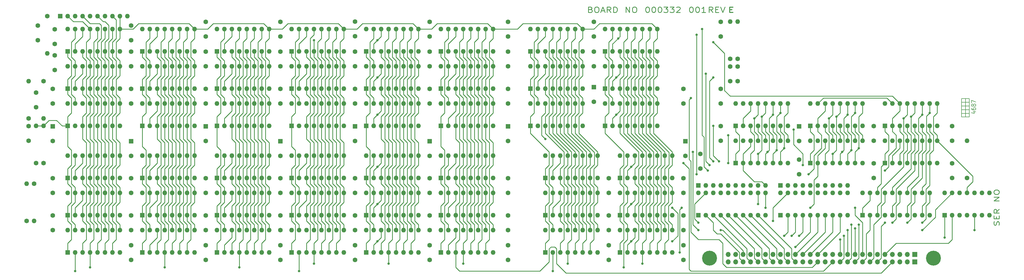
<source format=gbr>
%TF.GenerationSoftware,KiCad,Pcbnew,8.0.1*%
%TF.CreationDate,2024-03-25T22:30:46+11:00*%
%TF.ProjectId,System Memory Board,53797374-656d-4204-9d65-6d6f72792042,rev?*%
%TF.SameCoordinates,Original*%
%TF.FileFunction,Copper,L1,Top*%
%TF.FilePolarity,Positive*%
%FSLAX46Y46*%
G04 Gerber Fmt 4.6, Leading zero omitted, Abs format (unit mm)*
G04 Created by KiCad (PCBNEW 8.0.1) date 2024-03-25 22:30:46*
%MOMM*%
%LPD*%
G01*
G04 APERTURE LIST*
%TA.AperFunction,NonConductor*%
%ADD10C,0.200000*%
%TD*%
%ADD11C,0.250000*%
%TA.AperFunction,NonConductor*%
%ADD12C,0.250000*%
%TD*%
%ADD13C,0.200000*%
%ADD14C,0.300000*%
%TA.AperFunction,NonConductor*%
%ADD15C,0.300000*%
%TD*%
%TA.AperFunction,ComponentPad*%
%ADD16C,1.600000*%
%TD*%
%TA.AperFunction,ComponentPad*%
%ADD17O,1.600000X1.600000*%
%TD*%
%TA.AperFunction,ComponentPad*%
%ADD18R,1.600000X1.600000*%
%TD*%
%TA.AperFunction,ComponentPad*%
%ADD19C,5.080000*%
%TD*%
%TA.AperFunction,ComponentPad*%
%ADD20R,1.700000X1.700000*%
%TD*%
%TA.AperFunction,ComponentPad*%
%ADD21O,1.700000X1.700000*%
%TD*%
%TA.AperFunction,ViaPad*%
%ADD22C,0.800000*%
%TD*%
%TA.AperFunction,Conductor*%
%ADD23C,0.250000*%
%TD*%
G04 APERTURE END LIST*
D10*
X355500000Y-106450000D02*
X358100000Y-106450000D01*
X355500000Y-110250000D02*
X358150000Y-110250000D01*
X355500000Y-105200000D02*
X358150000Y-105200000D01*
X358150000Y-111450000D01*
X355500000Y-111450000D01*
X355500000Y-105200000D01*
X356825000Y-105200000D02*
X356825000Y-111450000D01*
X355500000Y-108950000D02*
X358150000Y-108950000D01*
X355500000Y-107700000D02*
X358150000Y-107700000D01*
D11*
D12*
X263417330Y-73946714D02*
X263626853Y-73946714D01*
X263626853Y-73946714D02*
X263836377Y-74032428D01*
X263836377Y-74032428D02*
X263941139Y-74118142D01*
X263941139Y-74118142D02*
X264045901Y-74289571D01*
X264045901Y-74289571D02*
X264150663Y-74632428D01*
X264150663Y-74632428D02*
X264150663Y-75061000D01*
X264150663Y-75061000D02*
X264045901Y-75403857D01*
X264045901Y-75403857D02*
X263941139Y-75575285D01*
X263941139Y-75575285D02*
X263836377Y-75661000D01*
X263836377Y-75661000D02*
X263626853Y-75746714D01*
X263626853Y-75746714D02*
X263417330Y-75746714D01*
X263417330Y-75746714D02*
X263207806Y-75661000D01*
X263207806Y-75661000D02*
X263103044Y-75575285D01*
X263103044Y-75575285D02*
X262998282Y-75403857D01*
X262998282Y-75403857D02*
X262893520Y-75061000D01*
X262893520Y-75061000D02*
X262893520Y-74632428D01*
X262893520Y-74632428D02*
X262998282Y-74289571D01*
X262998282Y-74289571D02*
X263103044Y-74118142D01*
X263103044Y-74118142D02*
X263207806Y-74032428D01*
X263207806Y-74032428D02*
X263417330Y-73946714D01*
X265512568Y-73946714D02*
X265722091Y-73946714D01*
X265722091Y-73946714D02*
X265931615Y-74032428D01*
X265931615Y-74032428D02*
X266036377Y-74118142D01*
X266036377Y-74118142D02*
X266141139Y-74289571D01*
X266141139Y-74289571D02*
X266245901Y-74632428D01*
X266245901Y-74632428D02*
X266245901Y-75061000D01*
X266245901Y-75061000D02*
X266141139Y-75403857D01*
X266141139Y-75403857D02*
X266036377Y-75575285D01*
X266036377Y-75575285D02*
X265931615Y-75661000D01*
X265931615Y-75661000D02*
X265722091Y-75746714D01*
X265722091Y-75746714D02*
X265512568Y-75746714D01*
X265512568Y-75746714D02*
X265303044Y-75661000D01*
X265303044Y-75661000D02*
X265198282Y-75575285D01*
X265198282Y-75575285D02*
X265093520Y-75403857D01*
X265093520Y-75403857D02*
X264988758Y-75061000D01*
X264988758Y-75061000D02*
X264988758Y-74632428D01*
X264988758Y-74632428D02*
X265093520Y-74289571D01*
X265093520Y-74289571D02*
X265198282Y-74118142D01*
X265198282Y-74118142D02*
X265303044Y-74032428D01*
X265303044Y-74032428D02*
X265512568Y-73946714D01*
X268341139Y-75746714D02*
X267083996Y-75746714D01*
X267712568Y-75746714D02*
X267712568Y-73946714D01*
X267712568Y-73946714D02*
X267503044Y-74203857D01*
X267503044Y-74203857D02*
X267293520Y-74375285D01*
X267293520Y-74375285D02*
X267083996Y-74461000D01*
D11*
D12*
X270855425Y-75746714D02*
X270122092Y-74889571D01*
X269598282Y-75746714D02*
X269598282Y-73946714D01*
X269598282Y-73946714D02*
X270436377Y-73946714D01*
X270436377Y-73946714D02*
X270645901Y-74032428D01*
X270645901Y-74032428D02*
X270750663Y-74118142D01*
X270750663Y-74118142D02*
X270855425Y-74289571D01*
X270855425Y-74289571D02*
X270855425Y-74546714D01*
X270855425Y-74546714D02*
X270750663Y-74718142D01*
X270750663Y-74718142D02*
X270645901Y-74803857D01*
X270645901Y-74803857D02*
X270436377Y-74889571D01*
X270436377Y-74889571D02*
X269598282Y-74889571D01*
X271798282Y-74803857D02*
X272531615Y-74803857D01*
X272845901Y-75746714D02*
X271798282Y-75746714D01*
X271798282Y-75746714D02*
X271798282Y-73946714D01*
X271798282Y-73946714D02*
X272845901Y-73946714D01*
X273474472Y-73946714D02*
X274207806Y-75746714D01*
X274207806Y-75746714D02*
X274941139Y-73946714D01*
D13*
D10*
X359356028Y-109651755D02*
X360356028Y-109651755D01*
X358784600Y-109961279D02*
X359856028Y-110270802D01*
X359856028Y-110270802D02*
X359856028Y-109466041D01*
X358856028Y-108413660D02*
X358856028Y-108661279D01*
X358856028Y-108661279D02*
X358927457Y-108785088D01*
X358927457Y-108785088D02*
X358998885Y-108846993D01*
X358998885Y-108846993D02*
X359213171Y-108970803D01*
X359213171Y-108970803D02*
X359498885Y-109032707D01*
X359498885Y-109032707D02*
X360070314Y-109032707D01*
X360070314Y-109032707D02*
X360213171Y-108970803D01*
X360213171Y-108970803D02*
X360284600Y-108908898D01*
X360284600Y-108908898D02*
X360356028Y-108785088D01*
X360356028Y-108785088D02*
X360356028Y-108537469D01*
X360356028Y-108537469D02*
X360284600Y-108413660D01*
X360284600Y-108413660D02*
X360213171Y-108351755D01*
X360213171Y-108351755D02*
X360070314Y-108289850D01*
X360070314Y-108289850D02*
X359713171Y-108289850D01*
X359713171Y-108289850D02*
X359570314Y-108351755D01*
X359570314Y-108351755D02*
X359498885Y-108413660D01*
X359498885Y-108413660D02*
X359427457Y-108537469D01*
X359427457Y-108537469D02*
X359427457Y-108785088D01*
X359427457Y-108785088D02*
X359498885Y-108908898D01*
X359498885Y-108908898D02*
X359570314Y-108970803D01*
X359570314Y-108970803D02*
X359713171Y-109032707D01*
X359498885Y-107546993D02*
X359427457Y-107670803D01*
X359427457Y-107670803D02*
X359356028Y-107732708D01*
X359356028Y-107732708D02*
X359213171Y-107794612D01*
X359213171Y-107794612D02*
X359141742Y-107794612D01*
X359141742Y-107794612D02*
X358998885Y-107732708D01*
X358998885Y-107732708D02*
X358927457Y-107670803D01*
X358927457Y-107670803D02*
X358856028Y-107546993D01*
X358856028Y-107546993D02*
X358856028Y-107299374D01*
X358856028Y-107299374D02*
X358927457Y-107175565D01*
X358927457Y-107175565D02*
X358998885Y-107113660D01*
X358998885Y-107113660D02*
X359141742Y-107051755D01*
X359141742Y-107051755D02*
X359213171Y-107051755D01*
X359213171Y-107051755D02*
X359356028Y-107113660D01*
X359356028Y-107113660D02*
X359427457Y-107175565D01*
X359427457Y-107175565D02*
X359498885Y-107299374D01*
X359498885Y-107299374D02*
X359498885Y-107546993D01*
X359498885Y-107546993D02*
X359570314Y-107670803D01*
X359570314Y-107670803D02*
X359641742Y-107732708D01*
X359641742Y-107732708D02*
X359784600Y-107794612D01*
X359784600Y-107794612D02*
X360070314Y-107794612D01*
X360070314Y-107794612D02*
X360213171Y-107732708D01*
X360213171Y-107732708D02*
X360284600Y-107670803D01*
X360284600Y-107670803D02*
X360356028Y-107546993D01*
X360356028Y-107546993D02*
X360356028Y-107299374D01*
X360356028Y-107299374D02*
X360284600Y-107175565D01*
X360284600Y-107175565D02*
X360213171Y-107113660D01*
X360213171Y-107113660D02*
X360070314Y-107051755D01*
X360070314Y-107051755D02*
X359784600Y-107051755D01*
X359784600Y-107051755D02*
X359641742Y-107113660D01*
X359641742Y-107113660D02*
X359570314Y-107175565D01*
X359570314Y-107175565D02*
X359498885Y-107299374D01*
X358856028Y-106618422D02*
X358856028Y-105751756D01*
X358856028Y-105751756D02*
X360356028Y-106308898D01*
D11*
D12*
X241248282Y-75746714D02*
X241248282Y-73946714D01*
X241248282Y-73946714D02*
X242505425Y-75746714D01*
X242505425Y-75746714D02*
X242505425Y-73946714D01*
X243972092Y-73946714D02*
X244391139Y-73946714D01*
X244391139Y-73946714D02*
X244600663Y-74032428D01*
X244600663Y-74032428D02*
X244810187Y-74203857D01*
X244810187Y-74203857D02*
X244914949Y-74546714D01*
X244914949Y-74546714D02*
X244914949Y-75146714D01*
X244914949Y-75146714D02*
X244810187Y-75489571D01*
X244810187Y-75489571D02*
X244600663Y-75661000D01*
X244600663Y-75661000D02*
X244391139Y-75746714D01*
X244391139Y-75746714D02*
X243972092Y-75746714D01*
X243972092Y-75746714D02*
X243762568Y-75661000D01*
X243762568Y-75661000D02*
X243553044Y-75489571D01*
X243553044Y-75489571D02*
X243448282Y-75146714D01*
X243448282Y-75146714D02*
X243448282Y-74546714D01*
X243448282Y-74546714D02*
X243553044Y-74203857D01*
X243553044Y-74203857D02*
X243762568Y-74032428D01*
X243762568Y-74032428D02*
X243972092Y-73946714D01*
D14*
D15*
X276631177Y-74863507D02*
X277364510Y-74863507D01*
X277678796Y-75806364D02*
X276631177Y-75806364D01*
X276631177Y-75806364D02*
X276631177Y-74006364D01*
X276631177Y-74006364D02*
X277678796Y-74006364D01*
D11*
D12*
X248517330Y-73946714D02*
X248726853Y-73946714D01*
X248726853Y-73946714D02*
X248936377Y-74032428D01*
X248936377Y-74032428D02*
X249041139Y-74118142D01*
X249041139Y-74118142D02*
X249145901Y-74289571D01*
X249145901Y-74289571D02*
X249250663Y-74632428D01*
X249250663Y-74632428D02*
X249250663Y-75061000D01*
X249250663Y-75061000D02*
X249145901Y-75403857D01*
X249145901Y-75403857D02*
X249041139Y-75575285D01*
X249041139Y-75575285D02*
X248936377Y-75661000D01*
X248936377Y-75661000D02*
X248726853Y-75746714D01*
X248726853Y-75746714D02*
X248517330Y-75746714D01*
X248517330Y-75746714D02*
X248307806Y-75661000D01*
X248307806Y-75661000D02*
X248203044Y-75575285D01*
X248203044Y-75575285D02*
X248098282Y-75403857D01*
X248098282Y-75403857D02*
X247993520Y-75061000D01*
X247993520Y-75061000D02*
X247993520Y-74632428D01*
X247993520Y-74632428D02*
X248098282Y-74289571D01*
X248098282Y-74289571D02*
X248203044Y-74118142D01*
X248203044Y-74118142D02*
X248307806Y-74032428D01*
X248307806Y-74032428D02*
X248517330Y-73946714D01*
X250612568Y-73946714D02*
X250822091Y-73946714D01*
X250822091Y-73946714D02*
X251031615Y-74032428D01*
X251031615Y-74032428D02*
X251136377Y-74118142D01*
X251136377Y-74118142D02*
X251241139Y-74289571D01*
X251241139Y-74289571D02*
X251345901Y-74632428D01*
X251345901Y-74632428D02*
X251345901Y-75061000D01*
X251345901Y-75061000D02*
X251241139Y-75403857D01*
X251241139Y-75403857D02*
X251136377Y-75575285D01*
X251136377Y-75575285D02*
X251031615Y-75661000D01*
X251031615Y-75661000D02*
X250822091Y-75746714D01*
X250822091Y-75746714D02*
X250612568Y-75746714D01*
X250612568Y-75746714D02*
X250403044Y-75661000D01*
X250403044Y-75661000D02*
X250298282Y-75575285D01*
X250298282Y-75575285D02*
X250193520Y-75403857D01*
X250193520Y-75403857D02*
X250088758Y-75061000D01*
X250088758Y-75061000D02*
X250088758Y-74632428D01*
X250088758Y-74632428D02*
X250193520Y-74289571D01*
X250193520Y-74289571D02*
X250298282Y-74118142D01*
X250298282Y-74118142D02*
X250403044Y-74032428D01*
X250403044Y-74032428D02*
X250612568Y-73946714D01*
X252707806Y-73946714D02*
X252917329Y-73946714D01*
X252917329Y-73946714D02*
X253126853Y-74032428D01*
X253126853Y-74032428D02*
X253231615Y-74118142D01*
X253231615Y-74118142D02*
X253336377Y-74289571D01*
X253336377Y-74289571D02*
X253441139Y-74632428D01*
X253441139Y-74632428D02*
X253441139Y-75061000D01*
X253441139Y-75061000D02*
X253336377Y-75403857D01*
X253336377Y-75403857D02*
X253231615Y-75575285D01*
X253231615Y-75575285D02*
X253126853Y-75661000D01*
X253126853Y-75661000D02*
X252917329Y-75746714D01*
X252917329Y-75746714D02*
X252707806Y-75746714D01*
X252707806Y-75746714D02*
X252498282Y-75661000D01*
X252498282Y-75661000D02*
X252393520Y-75575285D01*
X252393520Y-75575285D02*
X252288758Y-75403857D01*
X252288758Y-75403857D02*
X252183996Y-75061000D01*
X252183996Y-75061000D02*
X252183996Y-74632428D01*
X252183996Y-74632428D02*
X252288758Y-74289571D01*
X252288758Y-74289571D02*
X252393520Y-74118142D01*
X252393520Y-74118142D02*
X252498282Y-74032428D01*
X252498282Y-74032428D02*
X252707806Y-73946714D01*
X254174472Y-73946714D02*
X255536377Y-73946714D01*
X255536377Y-73946714D02*
X254803044Y-74632428D01*
X254803044Y-74632428D02*
X255117329Y-74632428D01*
X255117329Y-74632428D02*
X255326853Y-74718142D01*
X255326853Y-74718142D02*
X255431615Y-74803857D01*
X255431615Y-74803857D02*
X255536377Y-74975285D01*
X255536377Y-74975285D02*
X255536377Y-75403857D01*
X255536377Y-75403857D02*
X255431615Y-75575285D01*
X255431615Y-75575285D02*
X255326853Y-75661000D01*
X255326853Y-75661000D02*
X255117329Y-75746714D01*
X255117329Y-75746714D02*
X254488758Y-75746714D01*
X254488758Y-75746714D02*
X254279234Y-75661000D01*
X254279234Y-75661000D02*
X254174472Y-75575285D01*
X256269710Y-73946714D02*
X257631615Y-73946714D01*
X257631615Y-73946714D02*
X256898282Y-74632428D01*
X256898282Y-74632428D02*
X257212567Y-74632428D01*
X257212567Y-74632428D02*
X257422091Y-74718142D01*
X257422091Y-74718142D02*
X257526853Y-74803857D01*
X257526853Y-74803857D02*
X257631615Y-74975285D01*
X257631615Y-74975285D02*
X257631615Y-75403857D01*
X257631615Y-75403857D02*
X257526853Y-75575285D01*
X257526853Y-75575285D02*
X257422091Y-75661000D01*
X257422091Y-75661000D02*
X257212567Y-75746714D01*
X257212567Y-75746714D02*
X256583996Y-75746714D01*
X256583996Y-75746714D02*
X256374472Y-75661000D01*
X256374472Y-75661000D02*
X256269710Y-75575285D01*
X258469710Y-74118142D02*
X258574472Y-74032428D01*
X258574472Y-74032428D02*
X258783996Y-73946714D01*
X258783996Y-73946714D02*
X259307805Y-73946714D01*
X259307805Y-73946714D02*
X259517329Y-74032428D01*
X259517329Y-74032428D02*
X259622091Y-74118142D01*
X259622091Y-74118142D02*
X259726853Y-74289571D01*
X259726853Y-74289571D02*
X259726853Y-74461000D01*
X259726853Y-74461000D02*
X259622091Y-74718142D01*
X259622091Y-74718142D02*
X258364948Y-75746714D01*
X258364948Y-75746714D02*
X259726853Y-75746714D01*
D11*
D12*
X229231615Y-74803857D02*
X229545901Y-74889571D01*
X229545901Y-74889571D02*
X229650663Y-74975285D01*
X229650663Y-74975285D02*
X229755425Y-75146714D01*
X229755425Y-75146714D02*
X229755425Y-75403857D01*
X229755425Y-75403857D02*
X229650663Y-75575285D01*
X229650663Y-75575285D02*
X229545901Y-75661000D01*
X229545901Y-75661000D02*
X229336377Y-75746714D01*
X229336377Y-75746714D02*
X228498282Y-75746714D01*
X228498282Y-75746714D02*
X228498282Y-73946714D01*
X228498282Y-73946714D02*
X229231615Y-73946714D01*
X229231615Y-73946714D02*
X229441139Y-74032428D01*
X229441139Y-74032428D02*
X229545901Y-74118142D01*
X229545901Y-74118142D02*
X229650663Y-74289571D01*
X229650663Y-74289571D02*
X229650663Y-74461000D01*
X229650663Y-74461000D02*
X229545901Y-74632428D01*
X229545901Y-74632428D02*
X229441139Y-74718142D01*
X229441139Y-74718142D02*
X229231615Y-74803857D01*
X229231615Y-74803857D02*
X228498282Y-74803857D01*
X231117330Y-73946714D02*
X231536377Y-73946714D01*
X231536377Y-73946714D02*
X231745901Y-74032428D01*
X231745901Y-74032428D02*
X231955425Y-74203857D01*
X231955425Y-74203857D02*
X232060187Y-74546714D01*
X232060187Y-74546714D02*
X232060187Y-75146714D01*
X232060187Y-75146714D02*
X231955425Y-75489571D01*
X231955425Y-75489571D02*
X231745901Y-75661000D01*
X231745901Y-75661000D02*
X231536377Y-75746714D01*
X231536377Y-75746714D02*
X231117330Y-75746714D01*
X231117330Y-75746714D02*
X230907806Y-75661000D01*
X230907806Y-75661000D02*
X230698282Y-75489571D01*
X230698282Y-75489571D02*
X230593520Y-75146714D01*
X230593520Y-75146714D02*
X230593520Y-74546714D01*
X230593520Y-74546714D02*
X230698282Y-74203857D01*
X230698282Y-74203857D02*
X230907806Y-74032428D01*
X230907806Y-74032428D02*
X231117330Y-73946714D01*
X232898282Y-75232428D02*
X233945901Y-75232428D01*
X232688758Y-75746714D02*
X233422092Y-73946714D01*
X233422092Y-73946714D02*
X234155425Y-75746714D01*
X236145901Y-75746714D02*
X235412568Y-74889571D01*
X234888758Y-75746714D02*
X234888758Y-73946714D01*
X234888758Y-73946714D02*
X235726853Y-73946714D01*
X235726853Y-73946714D02*
X235936377Y-74032428D01*
X235936377Y-74032428D02*
X236041139Y-74118142D01*
X236041139Y-74118142D02*
X236145901Y-74289571D01*
X236145901Y-74289571D02*
X236145901Y-74546714D01*
X236145901Y-74546714D02*
X236041139Y-74718142D01*
X236041139Y-74718142D02*
X235936377Y-74803857D01*
X235936377Y-74803857D02*
X235726853Y-74889571D01*
X235726853Y-74889571D02*
X234888758Y-74889571D01*
X237088758Y-75746714D02*
X237088758Y-73946714D01*
X237088758Y-73946714D02*
X237612568Y-73946714D01*
X237612568Y-73946714D02*
X237926853Y-74032428D01*
X237926853Y-74032428D02*
X238136377Y-74203857D01*
X238136377Y-74203857D02*
X238241139Y-74375285D01*
X238241139Y-74375285D02*
X238345901Y-74718142D01*
X238345901Y-74718142D02*
X238345901Y-74975285D01*
X238345901Y-74975285D02*
X238241139Y-75318142D01*
X238241139Y-75318142D02*
X238136377Y-75489571D01*
X238136377Y-75489571D02*
X237926853Y-75661000D01*
X237926853Y-75661000D02*
X237612568Y-75746714D01*
X237612568Y-75746714D02*
X237088758Y-75746714D01*
D11*
D12*
X368231000Y-148366479D02*
X368316714Y-148052193D01*
X368316714Y-148052193D02*
X368316714Y-147528384D01*
X368316714Y-147528384D02*
X368231000Y-147318860D01*
X368231000Y-147318860D02*
X368145285Y-147214098D01*
X368145285Y-147214098D02*
X367973857Y-147109336D01*
X367973857Y-147109336D02*
X367802428Y-147109336D01*
X367802428Y-147109336D02*
X367631000Y-147214098D01*
X367631000Y-147214098D02*
X367545285Y-147318860D01*
X367545285Y-147318860D02*
X367459571Y-147528384D01*
X367459571Y-147528384D02*
X367373857Y-147947431D01*
X367373857Y-147947431D02*
X367288142Y-148156955D01*
X367288142Y-148156955D02*
X367202428Y-148261717D01*
X367202428Y-148261717D02*
X367031000Y-148366479D01*
X367031000Y-148366479D02*
X366859571Y-148366479D01*
X366859571Y-148366479D02*
X366688142Y-148261717D01*
X366688142Y-148261717D02*
X366602428Y-148156955D01*
X366602428Y-148156955D02*
X366516714Y-147947431D01*
X366516714Y-147947431D02*
X366516714Y-147423622D01*
X366516714Y-147423622D02*
X366602428Y-147109336D01*
X367373857Y-146166479D02*
X367373857Y-145433146D01*
X368316714Y-145118860D02*
X368316714Y-146166479D01*
X368316714Y-146166479D02*
X366516714Y-146166479D01*
X366516714Y-146166479D02*
X366516714Y-145118860D01*
X368316714Y-142918860D02*
X367459571Y-143652193D01*
X368316714Y-144176003D02*
X366516714Y-144176003D01*
X366516714Y-144176003D02*
X366516714Y-143337908D01*
X366516714Y-143337908D02*
X366602428Y-143128384D01*
X366602428Y-143128384D02*
X366688142Y-143023622D01*
X366688142Y-143023622D02*
X366859571Y-142918860D01*
X366859571Y-142918860D02*
X367116714Y-142918860D01*
X367116714Y-142918860D02*
X367288142Y-143023622D01*
X367288142Y-143023622D02*
X367373857Y-143128384D01*
X367373857Y-143128384D02*
X367459571Y-143337908D01*
X367459571Y-143337908D02*
X367459571Y-144176003D01*
D11*
D12*
X368316714Y-140011717D02*
X366516714Y-140011717D01*
X366516714Y-140011717D02*
X368316714Y-138754574D01*
X368316714Y-138754574D02*
X366516714Y-138754574D01*
X366516714Y-137287907D02*
X366516714Y-136868860D01*
X366516714Y-136868860D02*
X366602428Y-136659336D01*
X366602428Y-136659336D02*
X366773857Y-136449812D01*
X366773857Y-136449812D02*
X367116714Y-136345050D01*
X367116714Y-136345050D02*
X367716714Y-136345050D01*
X367716714Y-136345050D02*
X368059571Y-136449812D01*
X368059571Y-136449812D02*
X368231000Y-136659336D01*
X368231000Y-136659336D02*
X368316714Y-136868860D01*
X368316714Y-136868860D02*
X368316714Y-137287907D01*
X368316714Y-137287907D02*
X368231000Y-137497431D01*
X368231000Y-137497431D02*
X368059571Y-137706955D01*
X368059571Y-137706955D02*
X367716714Y-137811717D01*
X367716714Y-137811717D02*
X367116714Y-137811717D01*
X367116714Y-137811717D02*
X366773857Y-137706955D01*
X366773857Y-137706955D02*
X366602428Y-137497431D01*
X366602428Y-137497431D02*
X366516714Y-137287907D01*
D16*
%TO.P,C45,1*%
%TO.N,VCC*%
X174520000Y-132310000D03*
%TO.P,C45,2*%
%TO.N,GND*%
X174520000Y-137310000D03*
%TD*%
%TO.P,C41,1*%
%TO.N,VCC*%
X72920000Y-132310000D03*
%TO.P,C41,2*%
%TO.N,GND*%
X72920000Y-137310000D03*
%TD*%
%TO.P,C3,1*%
%TO.N,VCC*%
X98320000Y-79010000D03*
%TO.P,C3,2*%
%TO.N,GND*%
X98320000Y-84010000D03*
%TD*%
%TO.P,C59,1*%
%TO.N,VCC*%
X201190000Y-145010000D03*
%TO.P,C59,2*%
%TO.N,GND*%
X201190000Y-150010000D03*
%TD*%
%TO.P,C16,1*%
%TO.N,VCC*%
X201190000Y-89130000D03*
%TO.P,C16,2*%
%TO.N,GND*%
X201190000Y-94130000D03*
%TD*%
%TO.P,C8,1*%
%TO.N,VCC*%
X230400000Y-78970000D03*
%TO.P,C8,2*%
%TO.N,GND*%
X230400000Y-83970000D03*
%TD*%
%TO.P,C43,1*%
%TO.N,VCC*%
X123720000Y-132310000D03*
%TO.P,C43,2*%
%TO.N,GND*%
X123720000Y-137310000D03*
%TD*%
%TO.P,C30,1*%
%TO.N,VCC*%
X325650000Y-114530000D03*
%TO.P,C30,2*%
%TO.N,GND*%
X325650000Y-119530000D03*
%TD*%
%TO.P,C51,1*%
%TO.N,VCC*%
X325650000Y-127230000D03*
%TO.P,C51,2*%
%TO.N,GND*%
X325650000Y-132230000D03*
%TD*%
%TO.P,C55,1*%
%TO.N,VCC*%
X98320000Y-145010000D03*
%TO.P,C55,2*%
%TO.N,GND*%
X98320000Y-150010000D03*
%TD*%
%TO.P,C31,1*%
%TO.N,VCC*%
X352320000Y-114530000D03*
%TO.P,C31,2*%
%TO.N,GND*%
X352320000Y-119530000D03*
%TD*%
%TO.P,C14,1*%
%TO.N,VCC*%
X149120000Y-89130000D03*
%TO.P,C14,2*%
%TO.N,GND*%
X149120000Y-94130000D03*
%TD*%
%TO.P,C11,1*%
%TO.N,VCC*%
X72920000Y-89130000D03*
%TO.P,C11,2*%
%TO.N,GND*%
X72920000Y-94130000D03*
%TD*%
%TO.P,C2,1*%
%TO.N,VCC*%
X72920000Y-80240000D03*
%TO.P,C2,2*%
%TO.N,GND*%
X72920000Y-85240000D03*
%TD*%
%TO.P,C60,1*%
%TO.N,VCC*%
X235480000Y-145010000D03*
%TO.P,C60,2*%
%TO.N,GND*%
X235480000Y-150010000D03*
%TD*%
%TO.P,C58,1*%
%TO.N,VCC*%
X174520000Y-145010000D03*
%TO.P,C58,2*%
%TO.N,GND*%
X174520000Y-150010000D03*
%TD*%
%TO.P,C42,1*%
%TO.N,VCC*%
X98320000Y-132310000D03*
%TO.P,C42,2*%
%TO.N,GND*%
X98320000Y-137310000D03*
%TD*%
%TO.P,C73,1*%
%TO.N,Net-(C73-Pad1)*%
X276755000Y-94210000D03*
%TO.P,C73,2*%
%TO.N,GND*%
X276755000Y-99210000D03*
%TD*%
%TO.P,C23,1*%
%TO.N,VCC*%
X123720000Y-101830000D03*
%TO.P,C23,2*%
%TO.N,GND*%
X123720000Y-106830000D03*
%TD*%
%TO.P,C65,1*%
%TO.N,VCC*%
X149120000Y-155170000D03*
%TO.P,C65,2*%
%TO.N,GND*%
X149120000Y-160170000D03*
%TD*%
%TO.P,C18,1*%
%TO.N,VCC*%
X260880000Y-101830000D03*
%TO.P,C18,2*%
%TO.N,GND*%
X260880000Y-106830000D03*
%TD*%
%TO.P,C44,1*%
%TO.N,VCC*%
X149120000Y-132310000D03*
%TO.P,C44,2*%
%TO.N,GND*%
X149120000Y-137310000D03*
%TD*%
%TO.P,C40,1*%
%TO.N,VCC*%
X46250000Y-132310000D03*
%TO.P,C40,2*%
%TO.N,GND*%
X46250000Y-137310000D03*
%TD*%
%TO.P,C48,1*%
%TO.N,VCC*%
X260880000Y-132310000D03*
%TO.P,C48,2*%
%TO.N,GND*%
X260880000Y-137310000D03*
%TD*%
%TO.P,C52,1*%
%TO.N,VCC*%
X352320000Y-127230000D03*
%TO.P,C52,2*%
%TO.N,GND*%
X352320000Y-132230000D03*
%TD*%
%TO.P,C47,1*%
%TO.N,VCC*%
X235480000Y-132310000D03*
%TO.P,C47,2*%
%TO.N,GND*%
X235480000Y-137310000D03*
%TD*%
%TO.P,C68,1*%
%TO.N,VCC*%
X235480000Y-155170000D03*
%TO.P,C68,2*%
%TO.N,GND*%
X235480000Y-160170000D03*
%TD*%
%TO.P,C63,1*%
%TO.N,VCC*%
X98320000Y-155170000D03*
%TO.P,C63,2*%
%TO.N,GND*%
X98320000Y-160170000D03*
%TD*%
%TO.P,C49,1*%
%TO.N,VCC*%
X266595000Y-124055000D03*
%TO.P,C49,2*%
%TO.N,GND*%
X266595000Y-129055000D03*
%TD*%
%TO.P,C72,1*%
%TO.N,Net-(C72-Pad1)*%
X46885000Y-81510000D03*
%TO.P,C72,2*%
%TO.N,GND*%
X46885000Y-86510000D03*
%TD*%
%TO.P,C7,1*%
%TO.N,VCC*%
X201190000Y-78970000D03*
%TO.P,C7,2*%
%TO.N,GND*%
X201190000Y-83970000D03*
%TD*%
%TO.P,C20,1*%
%TO.N,VCC*%
X46250000Y-101830000D03*
%TO.P,C20,2*%
%TO.N,GND*%
X46250000Y-106830000D03*
%TD*%
%TO.P,C67,1*%
%TO.N,VCC*%
X201190000Y-155170000D03*
%TO.P,C67,2*%
%TO.N,GND*%
X201190000Y-160170000D03*
%TD*%
%TO.P,C74,1*%
%TO.N,Net-(C74-Pad1)*%
X279295000Y-94210000D03*
%TO.P,C74,2*%
%TO.N,GND*%
X279295000Y-99210000D03*
%TD*%
%TO.P,C10,1*%
%TO.N,VCC*%
X46885000Y-90400000D03*
%TO.P,C10,2*%
%TO.N,GND*%
X46885000Y-95400000D03*
%TD*%
%TO.P,C50,1*%
%TO.N,VCC*%
X300250000Y-125960000D03*
%TO.P,C50,2*%
%TO.N,GND*%
X300250000Y-130960000D03*
%TD*%
%TO.P,C70,1*%
%TO.N,Net-(C70-Pad1)*%
X40535000Y-103100000D03*
%TO.P,C70,2*%
%TO.N,GND*%
X40535000Y-108100000D03*
%TD*%
%TO.P,C12,1*%
%TO.N,VCC*%
X98320000Y-89130000D03*
%TO.P,C12,2*%
%TO.N,GND*%
X98320000Y-94130000D03*
%TD*%
%TO.P,C15,1*%
%TO.N,VCC*%
X174520000Y-89130000D03*
%TO.P,C15,2*%
%TO.N,GND*%
X174520000Y-94130000D03*
%TD*%
%TO.P,C28,1*%
%TO.N,VCC*%
X273580000Y-114530000D03*
%TO.P,C28,2*%
%TO.N,GND*%
X273580000Y-119530000D03*
%TD*%
%TO.P,C26,1*%
%TO.N,VCC*%
X201190000Y-101830000D03*
%TO.P,C26,2*%
%TO.N,GND*%
X201190000Y-106830000D03*
%TD*%
%TO.P,C62,1*%
%TO.N,VCC*%
X72920000Y-155170000D03*
%TO.P,C62,2*%
%TO.N,GND*%
X72920000Y-160170000D03*
%TD*%
%TO.P,C66,1*%
%TO.N,VCC*%
X174520000Y-155170000D03*
%TO.P,C66,2*%
%TO.N,GND*%
X174520000Y-160170000D03*
%TD*%
%TO.P,C69,1*%
%TO.N,VCC*%
X260880000Y-155170000D03*
%TO.P,C69,2*%
%TO.N,GND*%
X260880000Y-160170000D03*
%TD*%
%TO.P,C13,1*%
%TO.N,VCC*%
X123720000Y-89130000D03*
%TO.P,C13,2*%
%TO.N,GND*%
X123720000Y-94130000D03*
%TD*%
%TO.P,C4,1*%
%TO.N,VCC*%
X123720000Y-78970000D03*
%TO.P,C4,2*%
%TO.N,GND*%
X123720000Y-83970000D03*
%TD*%
%TO.P,C22,1*%
%TO.N,VCC*%
X98320000Y-101830000D03*
%TO.P,C22,2*%
%TO.N,GND*%
X98320000Y-106830000D03*
%TD*%
%TO.P,C1,1*%
%TO.N,VCC*%
X41170000Y-80240000D03*
%TO.P,C1,2*%
%TO.N,GND*%
X41170000Y-85240000D03*
%TD*%
%TO.P,C6,1*%
%TO.N,VCC*%
X174520000Y-78970000D03*
%TO.P,C6,2*%
%TO.N,GND*%
X174520000Y-83970000D03*
%TD*%
%TO.P,C24,1*%
%TO.N,VCC*%
X149120000Y-101830000D03*
%TO.P,C24,2*%
%TO.N,GND*%
X149120000Y-106830000D03*
%TD*%
%TO.P,C54,1*%
%TO.N,VCC*%
X72920000Y-145010000D03*
%TO.P,C54,2*%
%TO.N,GND*%
X72920000Y-150010000D03*
%TD*%
%TO.P,C17,1*%
%TO.N,VCC*%
X230400000Y-89130000D03*
%TO.P,C17,2*%
%TO.N,GND*%
X230400000Y-94130000D03*
%TD*%
%TO.P,C53,1*%
%TO.N,VCC*%
X46250000Y-145010000D03*
%TO.P,C53,2*%
%TO.N,GND*%
X46250000Y-150010000D03*
%TD*%
%TO.P,C5,1*%
%TO.N,VCC*%
X149120000Y-78930000D03*
%TO.P,C5,2*%
%TO.N,GND*%
X149120000Y-83930000D03*
%TD*%
%TO.P,C25,1*%
%TO.N,VCC*%
X174520000Y-101830000D03*
%TO.P,C25,2*%
%TO.N,GND*%
X174520000Y-106830000D03*
%TD*%
%TO.P,C57,1*%
%TO.N,VCC*%
X149120000Y-145010000D03*
%TO.P,C57,2*%
%TO.N,GND*%
X149120000Y-150010000D03*
%TD*%
%TO.P,C19,1*%
%TO.N,VCC*%
X273580000Y-101830000D03*
%TO.P,C19,2*%
%TO.N,GND*%
X273580000Y-106830000D03*
%TD*%
%TO.P,C9,1*%
%TO.N,VCC*%
X273580000Y-78970000D03*
%TO.P,C9,2*%
%TO.N,GND*%
X273580000Y-83970000D03*
%TD*%
%TO.P,C71,1*%
%TO.N,Net-(C71-Pad1)*%
X37995000Y-114530000D03*
%TO.P,C71,2*%
%TO.N,GND*%
X37995000Y-119530000D03*
%TD*%
%TO.P,C21,1*%
%TO.N,VCC*%
X72920000Y-101830000D03*
%TO.P,C21,2*%
%TO.N,GND*%
X72920000Y-106830000D03*
%TD*%
%TO.P,C61,1*%
%TO.N,VCC*%
X260880000Y-145010000D03*
%TO.P,C61,2*%
%TO.N,GND*%
X260880000Y-150010000D03*
%TD*%
%TO.P,C46,1*%
%TO.N,VCC*%
X201190000Y-132310000D03*
%TO.P,C46,2*%
%TO.N,GND*%
X201190000Y-137310000D03*
%TD*%
%TO.P,C64,1*%
%TO.N,VCC*%
X123720000Y-155170000D03*
%TO.P,C64,2*%
%TO.N,GND*%
X123720000Y-160170000D03*
%TD*%
%TO.P,C56,1*%
%TO.N,VCC*%
X123720000Y-145010000D03*
%TO.P,C56,2*%
%TO.N,GND*%
X123720000Y-150010000D03*
%TD*%
%TO.P,R10,1*%
%TO.N,/MDPOUT1*%
X39900000Y-134175000D03*
D17*
%TO.P,R10,2*%
%TO.N,VCC*%
X39900000Y-146875000D03*
%TD*%
D18*
%TO.P,U35,1,A8*%
%TO.N,/MA8*%
X102130000Y-144970000D03*
D17*
%TO.P,U35,2,D*%
%TO.N,/MD5*%
X104670000Y-144970000D03*
%TO.P,U35,3,~{WE}*%
%TO.N,/~{WE34}*%
X107210000Y-144970000D03*
%TO.P,U35,4,~{RAS}*%
%TO.N,/~{RAS4}*%
X109750000Y-144970000D03*
%TO.P,U35,5,A0*%
%TO.N,/MA0*%
X112290000Y-144970000D03*
%TO.P,U35,6,A2*%
%TO.N,/MA2*%
X114830000Y-144970000D03*
%TO.P,U35,7,A1*%
%TO.N,/MA1*%
X117370000Y-144970000D03*
%TO.P,U35,8,VCC*%
%TO.N,VCC*%
X119910000Y-144970000D03*
%TO.P,U35,9,A7*%
%TO.N,/MA7*%
X119910000Y-137350000D03*
%TO.P,U35,10,A5*%
%TO.N,/MA5*%
X117370000Y-137350000D03*
%TO.P,U35,11,A4*%
%TO.N,/MA4*%
X114830000Y-137350000D03*
%TO.P,U35,12,A3*%
%TO.N,/MA3*%
X112290000Y-137350000D03*
%TO.P,U35,13,A6*%
%TO.N,/MA6*%
X109750000Y-137350000D03*
%TO.P,U35,14,Q*%
%TO.N,/MD5*%
X107210000Y-137350000D03*
%TO.P,U35,15,~{CAS}*%
%TO.N,/~{CASL}*%
X104670000Y-137350000D03*
%TO.P,U35,16,VSS*%
%TO.N,GND*%
X102130000Y-137350000D03*
%TD*%
D18*
%TO.P,Z1,1,common*%
%TO.N,VCC*%
X48790000Y-77025000D03*
D17*
%TO.P,Z1,2,R1*%
%TO.N,/MA6*%
X51330000Y-77025000D03*
%TO.P,Z1,3,R2*%
%TO.N,/MA3*%
X53870000Y-77025000D03*
%TO.P,Z1,4,R3*%
%TO.N,/MA0*%
X56410000Y-77025000D03*
%TO.P,Z1,5,R4*%
%TO.N,/MA4*%
X58950000Y-77025000D03*
%TO.P,Z1,6,R5*%
%TO.N,/MA2*%
X61490000Y-77025000D03*
%TO.P,Z1,7,R6*%
%TO.N,/MA5*%
X64030000Y-77025000D03*
%TO.P,Z1,8,R7*%
%TO.N,/MA1*%
X66570000Y-77025000D03*
%TO.P,Z1,9,R8*%
%TO.N,/MA7*%
X69110000Y-77025000D03*
%TO.P,Z1,10,R9*%
%TO.N,unconnected-(Z1-R9-Pad10)*%
X71650000Y-77025000D03*
%TD*%
D18*
%TO.P,C29,1*%
%TO.N,VCC*%
X300250000Y-114627349D03*
D16*
%TO.P,C29,2*%
%TO.N,GND*%
X300250000Y-119627349D03*
%TD*%
D18*
%TO.P,C33,1*%
%TO.N,VCC*%
X72920000Y-119707349D03*
D16*
%TO.P,C33,2*%
%TO.N,GND*%
X72920000Y-124707349D03*
%TD*%
D18*
%TO.P,U13,1,A8*%
%TO.N,/MA8*%
X152930000Y-101790000D03*
D17*
%TO.P,U13,2,D*%
%TO.N,/MD12*%
X155470000Y-101790000D03*
%TO.P,U13,3,~{WE}*%
%TO.N,/~{WE34}*%
X158010000Y-101790000D03*
%TO.P,U13,4,~{RAS}*%
%TO.N,/~{RAS3}*%
X160550000Y-101790000D03*
%TO.P,U13,5,A0*%
%TO.N,/MA0*%
X163090000Y-101790000D03*
%TO.P,U13,6,A2*%
%TO.N,/MA2*%
X165630000Y-101790000D03*
%TO.P,U13,7,A1*%
%TO.N,/MA1*%
X168170000Y-101790000D03*
%TO.P,U13,8,VCC*%
%TO.N,VCC*%
X170710000Y-101790000D03*
%TO.P,U13,9,A7*%
%TO.N,/MA7*%
X170710000Y-94170000D03*
%TO.P,U13,10,A5*%
%TO.N,/MA5*%
X168170000Y-94170000D03*
%TO.P,U13,11,A4*%
%TO.N,/MA4*%
X165630000Y-94170000D03*
%TO.P,U13,12,A3*%
%TO.N,/MA3*%
X163090000Y-94170000D03*
%TO.P,U13,13,A6*%
%TO.N,/MA6*%
X160550000Y-94170000D03*
%TO.P,U13,14,Q*%
%TO.N,/MD12*%
X158010000Y-94170000D03*
%TO.P,U13,15,~{CAS}*%
%TO.N,/~{CASH}*%
X155470000Y-94170000D03*
%TO.P,U13,16,VSS*%
%TO.N,GND*%
X152930000Y-94170000D03*
%TD*%
D18*
%TO.P,U11,1,A8*%
%TO.N,/MA8*%
X102130000Y-101790000D03*
D17*
%TO.P,U11,2,D*%
%TO.N,/MD13*%
X104670000Y-101790000D03*
%TO.P,U11,3,~{WE}*%
%TO.N,/~{WE34}*%
X107210000Y-101790000D03*
%TO.P,U11,4,~{RAS}*%
%TO.N,/~{RAS4}*%
X109750000Y-101790000D03*
%TO.P,U11,5,A0*%
%TO.N,/MA0*%
X112290000Y-101790000D03*
%TO.P,U11,6,A2*%
%TO.N,/MA2*%
X114830000Y-101790000D03*
%TO.P,U11,7,A1*%
%TO.N,/MA1*%
X117370000Y-101790000D03*
%TO.P,U11,8,VCC*%
%TO.N,VCC*%
X119910000Y-101790000D03*
%TO.P,U11,9,A7*%
%TO.N,/MA7*%
X119910000Y-94170000D03*
%TO.P,U11,10,A5*%
%TO.N,/MA5*%
X117370000Y-94170000D03*
%TO.P,U11,11,A4*%
%TO.N,/MA4*%
X114830000Y-94170000D03*
%TO.P,U11,12,A3*%
%TO.N,/MA3*%
X112290000Y-94170000D03*
%TO.P,U11,13,A6*%
%TO.N,/MA6*%
X109750000Y-94170000D03*
%TO.P,U11,14,Q*%
%TO.N,/MD13*%
X107210000Y-94170000D03*
%TO.P,U11,15,~{CAS}*%
%TO.N,/~{CASH}*%
X104670000Y-94170000D03*
%TO.P,U11,16,VSS*%
%TO.N,GND*%
X102130000Y-94170000D03*
%TD*%
D18*
%TO.P,U8,1,A8*%
%TO.N,/MA8*%
X234210000Y-89090000D03*
D17*
%TO.P,U8,2,D*%
%TO.N,/MD9*%
X236750000Y-89090000D03*
%TO.P,U8,3,~{WE}*%
%TO.N,/~{WE2}*%
X239290000Y-89090000D03*
%TO.P,U8,4,~{RAS}*%
%TO.N,/~{RAS2}*%
X241830000Y-89090000D03*
%TO.P,U8,5,A0*%
%TO.N,/MA0*%
X244370000Y-89090000D03*
%TO.P,U8,6,A2*%
%TO.N,/MA2*%
X246910000Y-89090000D03*
%TO.P,U8,7,A1*%
%TO.N,/MA1*%
X249450000Y-89090000D03*
%TO.P,U8,8,VCC*%
%TO.N,VCC*%
X251990000Y-89090000D03*
%TO.P,U8,9,A7*%
%TO.N,/MA7*%
X251990000Y-81470000D03*
%TO.P,U8,10,A5*%
%TO.N,/MA5*%
X249450000Y-81470000D03*
%TO.P,U8,11,A4*%
%TO.N,/MA4*%
X246910000Y-81470000D03*
%TO.P,U8,12,A3*%
%TO.N,/MA3*%
X244370000Y-81470000D03*
%TO.P,U8,13,A6*%
%TO.N,/MA6*%
X241830000Y-81470000D03*
%TO.P,U8,14,Q*%
%TO.N,/MD9*%
X239290000Y-81470000D03*
%TO.P,U8,15,~{CAS}*%
%TO.N,/~{CASH}*%
X236750000Y-81470000D03*
%TO.P,U8,16,VSS*%
%TO.N,GND*%
X234210000Y-81470000D03*
%TD*%
D18*
%TO.P,U6,1,A8*%
%TO.N,/MA8*%
X178330000Y-89090000D03*
D17*
%TO.P,U6,2,D*%
%TO.N,/MD10*%
X180870000Y-89090000D03*
%TO.P,U6,3,~{WE}*%
%TO.N,/~{WE34}*%
X183410000Y-89090000D03*
%TO.P,U6,4,~{RAS}*%
%TO.N,/~{RAS3}*%
X185950000Y-89090000D03*
%TO.P,U6,5,A0*%
%TO.N,/MA0*%
X188490000Y-89090000D03*
%TO.P,U6,6,A2*%
%TO.N,/MA2*%
X191030000Y-89090000D03*
%TO.P,U6,7,A1*%
%TO.N,/MA1*%
X193570000Y-89090000D03*
%TO.P,U6,8,VCC*%
%TO.N,VCC*%
X196110000Y-89090000D03*
%TO.P,U6,9,A7*%
%TO.N,/MA7*%
X196110000Y-81470000D03*
%TO.P,U6,10,A5*%
%TO.N,/MA5*%
X193570000Y-81470000D03*
%TO.P,U6,11,A4*%
%TO.N,/MA4*%
X191030000Y-81470000D03*
%TO.P,U6,12,A3*%
%TO.N,/MA3*%
X188490000Y-81470000D03*
%TO.P,U6,13,A6*%
%TO.N,/MA6*%
X185950000Y-81470000D03*
%TO.P,U6,14,Q*%
%TO.N,/MD10*%
X183410000Y-81470000D03*
%TO.P,U6,15,~{CAS}*%
%TO.N,/~{CASH}*%
X180870000Y-81470000D03*
%TO.P,U6,16,VSS*%
%TO.N,GND*%
X178330000Y-81470000D03*
%TD*%
D18*
%TO.P,U36,1,A8*%
%TO.N,/MA8*%
X127530000Y-144970000D03*
D17*
%TO.P,U36,2,D*%
%TO.N,/MD3*%
X130070000Y-144970000D03*
%TO.P,U36,3,~{WE}*%
%TO.N,/~{WE34}*%
X132610000Y-144970000D03*
%TO.P,U36,4,~{RAS}*%
%TO.N,/~{RAS3}*%
X135150000Y-144970000D03*
%TO.P,U36,5,A0*%
%TO.N,/MA0*%
X137690000Y-144970000D03*
%TO.P,U36,6,A2*%
%TO.N,/MA2*%
X140230000Y-144970000D03*
%TO.P,U36,7,A1*%
%TO.N,/MA1*%
X142770000Y-144970000D03*
%TO.P,U36,8,VCC*%
%TO.N,VCC*%
X145310000Y-144970000D03*
%TO.P,U36,9,A7*%
%TO.N,/MA7*%
X145310000Y-137350000D03*
%TO.P,U36,10,A5*%
%TO.N,/MA5*%
X142770000Y-137350000D03*
%TO.P,U36,11,A4*%
%TO.N,/MA4*%
X140230000Y-137350000D03*
%TO.P,U36,12,A3*%
%TO.N,/MA3*%
X137690000Y-137350000D03*
%TO.P,U36,13,A6*%
%TO.N,/MA6*%
X135150000Y-137350000D03*
%TO.P,U36,14,Q*%
%TO.N,/MD3*%
X132610000Y-137350000D03*
%TO.P,U36,15,~{CAS}*%
%TO.N,/~{CASL}*%
X130070000Y-137350000D03*
%TO.P,U36,16,VSS*%
%TO.N,GND*%
X127530000Y-137350000D03*
%TD*%
D18*
%TO.P,C32,1*%
%TO.N,VCC*%
X46250000Y-114627349D03*
D16*
%TO.P,C32,2*%
%TO.N,GND*%
X46250000Y-119627349D03*
%TD*%
D18*
%TO.P,U21,1,A8*%
%TO.N,/MA8*%
X152930000Y-114490000D03*
D17*
%TO.P,U21,2,D*%
%TO.N,/MD14*%
X155470000Y-114490000D03*
%TO.P,U21,3,~{WE}*%
%TO.N,/~{WE34}*%
X158010000Y-114490000D03*
%TO.P,U21,4,~{RAS}*%
%TO.N,/~{RAS3}*%
X160550000Y-114490000D03*
%TO.P,U21,5,A0*%
%TO.N,/MA0*%
X163090000Y-114490000D03*
%TO.P,U21,6,A2*%
%TO.N,/MA2*%
X165630000Y-114490000D03*
%TO.P,U21,7,A1*%
%TO.N,/MA1*%
X168170000Y-114490000D03*
%TO.P,U21,8,VCC*%
%TO.N,VCC*%
X170710000Y-114490000D03*
%TO.P,U21,9,A7*%
%TO.N,/MA7*%
X170710000Y-106870000D03*
%TO.P,U21,10,A5*%
%TO.N,/MA5*%
X168170000Y-106870000D03*
%TO.P,U21,11,A4*%
%TO.N,/MA4*%
X165630000Y-106870000D03*
%TO.P,U21,12,A3*%
%TO.N,/MA3*%
X163090000Y-106870000D03*
%TO.P,U21,13,A6*%
%TO.N,/MA6*%
X160550000Y-106870000D03*
%TO.P,U21,14,Q*%
%TO.N,/MD14*%
X158010000Y-106870000D03*
%TO.P,U21,15,~{CAS}*%
%TO.N,/~{CASH}*%
X155470000Y-106870000D03*
%TO.P,U21,16,VSS*%
%TO.N,GND*%
X152930000Y-106870000D03*
%TD*%
D18*
%TO.P,U24,1,A8*%
%TO.N,/MA8*%
X234210000Y-114490000D03*
D17*
%TO.P,U24,2,D*%
%TO.N,/MD14*%
X236750000Y-114490000D03*
%TO.P,U24,3,~{WE}*%
%TO.N,/~{WE2}*%
X239290000Y-114490000D03*
%TO.P,U24,4,~{RAS}*%
%TO.N,/~{RAS2}*%
X241830000Y-114490000D03*
%TO.P,U24,5,A0*%
%TO.N,/MA0*%
X244370000Y-114490000D03*
%TO.P,U24,6,A2*%
%TO.N,/MA2*%
X246910000Y-114490000D03*
%TO.P,U24,7,A1*%
%TO.N,/MA1*%
X249450000Y-114490000D03*
%TO.P,U24,8,VCC*%
%TO.N,VCC*%
X251990000Y-114490000D03*
%TO.P,U24,9,A7*%
%TO.N,/MA7*%
X251990000Y-106870000D03*
%TO.P,U24,10,A5*%
%TO.N,/MA5*%
X249450000Y-106870000D03*
%TO.P,U24,11,A4*%
%TO.N,/MA4*%
X246910000Y-106870000D03*
%TO.P,U24,12,A3*%
%TO.N,/MA3*%
X244370000Y-106870000D03*
%TO.P,U24,13,A6*%
%TO.N,/MA6*%
X241830000Y-106870000D03*
%TO.P,U24,14,Q*%
%TO.N,/MD14*%
X239290000Y-106870000D03*
%TO.P,U24,15,~{CAS}*%
%TO.N,/~{CASH}*%
X236750000Y-106870000D03*
%TO.P,U24,16,VSS*%
%TO.N,GND*%
X234210000Y-106870000D03*
%TD*%
D18*
%TO.P,U28,1,A8*%
%TO.N,/MA8*%
X127530000Y-132270000D03*
D17*
%TO.P,U28,2,D*%
%TO.N,/MD0*%
X130070000Y-132270000D03*
%TO.P,U28,3,~{WE}*%
%TO.N,/~{WE34}*%
X132610000Y-132270000D03*
%TO.P,U28,4,~{RAS}*%
%TO.N,/~{RAS3}*%
X135150000Y-132270000D03*
%TO.P,U28,5,A0*%
%TO.N,/MA0*%
X137690000Y-132270000D03*
%TO.P,U28,6,A2*%
%TO.N,/MA2*%
X140230000Y-132270000D03*
%TO.P,U28,7,A1*%
%TO.N,/MA1*%
X142770000Y-132270000D03*
%TO.P,U28,8,VCC*%
%TO.N,VCC*%
X145310000Y-132270000D03*
%TO.P,U28,9,A7*%
%TO.N,/MA7*%
X145310000Y-124650000D03*
%TO.P,U28,10,A5*%
%TO.N,/MA5*%
X142770000Y-124650000D03*
%TO.P,U28,11,A4*%
%TO.N,/MA4*%
X140230000Y-124650000D03*
%TO.P,U28,12,A3*%
%TO.N,/MA3*%
X137690000Y-124650000D03*
%TO.P,U28,13,A6*%
%TO.N,/MA6*%
X135150000Y-124650000D03*
%TO.P,U28,14,Q*%
%TO.N,/MD0*%
X132610000Y-124650000D03*
%TO.P,U28,15,~{CAS}*%
%TO.N,/~{CASL}*%
X130070000Y-124650000D03*
%TO.P,U28,16,VSS*%
%TO.N,GND*%
X127530000Y-124650000D03*
%TD*%
D19*
%TO.P,P300,*%
%TO.N,*%
X345970000Y-159575000D03*
X269770000Y-159575000D03*
D20*
%TO.P,P300,a1,Pin_a1*%
%TO.N,GND*%
X339620000Y-160845000D03*
D21*
%TO.P,P300,a2,Pin_a2*%
%TO.N,VCC*%
X337080000Y-160845000D03*
%TO.P,P300,a3,Pin_a3*%
%TO.N,unconnected-(P300-Pin_a3-Pada3)*%
X334540000Y-160845000D03*
%TO.P,P300,a4,Pin_a4*%
%TO.N,/~{WE34}*%
X332000000Y-160845000D03*
%TO.P,P300,a5,Pin_a5*%
%TO.N,GND*%
X329460000Y-160845000D03*
%TO.P,P300,a6,Pin_a6*%
%TO.N,/~{MEM_DIR}*%
X326920000Y-160845000D03*
%TO.P,P300,a7,Pin_a7*%
%TO.N,/A6*%
X324380000Y-160845000D03*
%TO.P,P300,a8,Pin_a8*%
%TO.N,/A8*%
X321840000Y-160845000D03*
%TO.P,P300,a9,Pin_a9*%
%TO.N,/A0*%
X319300000Y-160845000D03*
%TO.P,P300,a10,Pin_a10*%
%TO.N,/A2*%
X316760000Y-160845000D03*
%TO.P,P300,a11,Pin_a11*%
%TO.N,/A1*%
X314220000Y-160845000D03*
%TO.P,P300,a12,Pin_a12*%
%TO.N,/MDPIN1*%
X311680000Y-160845000D03*
%TO.P,P300,a13,Pin_a13*%
%TO.N,/MDPIN0*%
X309140000Y-160845000D03*
%TO.P,P300,a14,Pin_a14*%
%TO.N,/~{CASH}*%
X306600000Y-160845000D03*
%TO.P,P300,a15,Pin_a15*%
%TO.N,/~{CASL}*%
X304060000Y-160845000D03*
%TO.P,P300,a16,Pin_a16*%
%TO.N,/~{RAS4}*%
X301520000Y-160845000D03*
%TO.P,P300,a17,Pin_a17*%
%TO.N,/D7*%
X298980000Y-160845000D03*
%TO.P,P300,a18,Pin_a18*%
%TO.N,/D6*%
X296440000Y-160845000D03*
%TO.P,P300,a19,Pin_a19*%
%TO.N,/D5*%
X293900000Y-160845000D03*
%TO.P,P300,a20,Pin_a20*%
%TO.N,/D4*%
X291360000Y-160845000D03*
%TO.P,P300,a21,Pin_a21*%
%TO.N,/D3*%
X288820000Y-160845000D03*
%TO.P,P300,a22,Pin_a22*%
%TO.N,/D2*%
X286280000Y-160845000D03*
%TO.P,P300,a23,Pin_a23*%
%TO.N,/D1*%
X283740000Y-160845000D03*
%TO.P,P300,a24,Pin_a24*%
%TO.N,/D0*%
X281200000Y-160845000D03*
%TO.P,P300,a25,Pin_a25*%
%TO.N,VCC*%
X278660000Y-160845000D03*
%TO.P,P300,a26,Pin_a26*%
%TO.N,GND*%
X276120000Y-160845000D03*
D20*
%TO.P,P300,b1,Pin_b1*%
X339620000Y-158305000D03*
D21*
%TO.P,P300,b2,Pin_b2*%
%TO.N,VCC*%
X337080000Y-158305000D03*
%TO.P,P300,b3,Pin_b3*%
%TO.N,unconnected-(P300-Pin_b3-Padb3)*%
X334540000Y-158305000D03*
%TO.P,P300,b4,Pin_b4*%
%TO.N,unconnected-(P300-Pin_b4-Padb4)*%
X332000000Y-158305000D03*
%TO.P,P300,b5,Pin_b5*%
%TO.N,/+RAS*%
X329460000Y-158305000D03*
%TO.P,P300,b6,Pin_b6*%
%TO.N,/XB*%
X326920000Y-158305000D03*
%TO.P,P300,b7,Pin_b7*%
%TO.N,/~{WE2}*%
X324380000Y-158305000D03*
%TO.P,P300,b8,Pin_b8*%
%TO.N,/A3*%
X321840000Y-158305000D03*
%TO.P,P300,b9,Pin_b9*%
%TO.N,/A4*%
X319300000Y-158305000D03*
%TO.P,P300,b10,Pin_b10*%
%TO.N,/A5*%
X316760000Y-158305000D03*
%TO.P,P300,b11,Pin_b11*%
%TO.N,/A7*%
X314220000Y-158305000D03*
%TO.P,P300,b12,Pin_b12*%
%TO.N,/MDPOUT1*%
X311680000Y-158305000D03*
%TO.P,P300,b13,Pin_b13*%
%TO.N,/MDPOUT0*%
X309140000Y-158305000D03*
%TO.P,P300,b14,Pin_b14*%
%TO.N,/D15*%
X306600000Y-158305000D03*
%TO.P,P300,b15,Pin_b15*%
%TO.N,/D14*%
X304060000Y-158305000D03*
%TO.P,P300,b16,Pin_b16*%
%TO.N,/D13*%
X301520000Y-158305000D03*
%TO.P,P300,b17,Pin_b17*%
%TO.N,/D12*%
X298980000Y-158305000D03*
%TO.P,P300,b18,Pin_b18*%
%TO.N,/D11*%
X296440000Y-158305000D03*
%TO.P,P300,b19,Pin_b19*%
%TO.N,/D10*%
X293900000Y-158305000D03*
%TO.P,P300,b20,Pin_b20*%
%TO.N,/D9*%
X291360000Y-158305000D03*
%TO.P,P300,b21,Pin_b21*%
%TO.N,/D8*%
X288820000Y-158305000D03*
%TO.P,P300,b22,Pin_b22*%
%TO.N,/~{RAS3}*%
X286280000Y-158305000D03*
%TO.P,P300,b23,Pin_b23*%
%TO.N,/~{RAS2}*%
X283740000Y-158305000D03*
%TO.P,P300,b24,Pin_b24*%
%TO.N,/XA*%
X281200000Y-158305000D03*
%TO.P,P300,b25,Pin_b25*%
%TO.N,VCC*%
X278660000Y-158305000D03*
%TO.P,P300,b26,Pin_b26*%
%TO.N,GND*%
X276120000Y-158305000D03*
%TD*%
D18*
%TO.P,C36,1*%
%TO.N,VCC*%
X149120000Y-114627349D03*
D16*
%TO.P,C36,2*%
%TO.N,GND*%
X149120000Y-119627349D03*
%TD*%
D18*
%TO.P,U14,1,A8*%
%TO.N,/MA8*%
X178330000Y-101790000D03*
D17*
%TO.P,U14,2,D*%
%TO.N,/MD13*%
X180870000Y-101790000D03*
%TO.P,U14,3,~{WE}*%
%TO.N,/~{WE34}*%
X183410000Y-101790000D03*
%TO.P,U14,4,~{RAS}*%
%TO.N,/~{RAS3}*%
X185950000Y-101790000D03*
%TO.P,U14,5,A0*%
%TO.N,/MA0*%
X188490000Y-101790000D03*
%TO.P,U14,6,A2*%
%TO.N,/MA2*%
X191030000Y-101790000D03*
%TO.P,U14,7,A1*%
%TO.N,/MA1*%
X193570000Y-101790000D03*
%TO.P,U14,8,VCC*%
%TO.N,VCC*%
X196110000Y-101790000D03*
%TO.P,U14,9,A7*%
%TO.N,/MA7*%
X196110000Y-94170000D03*
%TO.P,U14,10,A5*%
%TO.N,/MA5*%
X193570000Y-94170000D03*
%TO.P,U14,11,A4*%
%TO.N,/MA4*%
X191030000Y-94170000D03*
%TO.P,U14,12,A3*%
%TO.N,/MA3*%
X188490000Y-94170000D03*
%TO.P,U14,13,A6*%
%TO.N,/MA6*%
X185950000Y-94170000D03*
%TO.P,U14,14,Q*%
%TO.N,/MD13*%
X183410000Y-94170000D03*
%TO.P,U14,15,~{CAS}*%
%TO.N,/~{CASH}*%
X180870000Y-94170000D03*
%TO.P,U14,16,VSS*%
%TO.N,GND*%
X178330000Y-94170000D03*
%TD*%
D18*
%TO.P,U45,1,A8*%
%TO.N,/MA8*%
X152930000Y-157670000D03*
D17*
%TO.P,U45,2,D*%
%TO.N,/MD6*%
X155470000Y-157670000D03*
%TO.P,U45,3,~{WE}*%
%TO.N,/~{WE34}*%
X158010000Y-157670000D03*
%TO.P,U45,4,~{RAS}*%
%TO.N,/~{RAS3}*%
X160550000Y-157670000D03*
%TO.P,U45,5,A0*%
%TO.N,/MA0*%
X163090000Y-157670000D03*
%TO.P,U45,6,A2*%
%TO.N,/MA2*%
X165630000Y-157670000D03*
%TO.P,U45,7,A1*%
%TO.N,/MA1*%
X168170000Y-157670000D03*
%TO.P,U45,8,VCC*%
%TO.N,VCC*%
X170710000Y-157670000D03*
%TO.P,U45,9,A7*%
%TO.N,/MA7*%
X170710000Y-150050000D03*
%TO.P,U45,10,A5*%
%TO.N,/MA5*%
X168170000Y-150050000D03*
%TO.P,U45,11,A4*%
%TO.N,/MA4*%
X165630000Y-150050000D03*
%TO.P,U45,12,A3*%
%TO.N,/MA3*%
X163090000Y-150050000D03*
%TO.P,U45,13,A6*%
%TO.N,/MA6*%
X160550000Y-150050000D03*
%TO.P,U45,14,Q*%
%TO.N,/MD6*%
X158010000Y-150050000D03*
%TO.P,U45,15,~{CAS}*%
%TO.N,/~{CASL}*%
X155470000Y-150050000D03*
%TO.P,U45,16,VSS*%
%TO.N,GND*%
X152930000Y-150050000D03*
%TD*%
D18*
%TO.P,U40,1,A8*%
%TO.N,/MA8*%
X239290000Y-144970000D03*
D17*
%TO.P,U40,2,D*%
%TO.N,/MD4*%
X241830000Y-144970000D03*
%TO.P,U40,3,~{WE}*%
%TO.N,/~{WE2}*%
X244370000Y-144970000D03*
%TO.P,U40,4,~{RAS}*%
%TO.N,/~{RAS2}*%
X246910000Y-144970000D03*
%TO.P,U40,5,A0*%
%TO.N,/MA0*%
X249450000Y-144970000D03*
%TO.P,U40,6,A2*%
%TO.N,/MA2*%
X251990000Y-144970000D03*
%TO.P,U40,7,A1*%
%TO.N,/MA1*%
X254530000Y-144970000D03*
%TO.P,U40,8,VCC*%
%TO.N,VCC*%
X257070000Y-144970000D03*
%TO.P,U40,9,A7*%
%TO.N,/MA7*%
X257070000Y-137350000D03*
%TO.P,U40,10,A5*%
%TO.N,/MA5*%
X254530000Y-137350000D03*
%TO.P,U40,11,A4*%
%TO.N,/MA4*%
X251990000Y-137350000D03*
%TO.P,U40,12,A3*%
%TO.N,/MA3*%
X249450000Y-137350000D03*
%TO.P,U40,13,A6*%
%TO.N,/MA6*%
X246910000Y-137350000D03*
%TO.P,U40,14,Q*%
%TO.N,/MD4*%
X244370000Y-137350000D03*
%TO.P,U40,15,~{CAS}*%
%TO.N,/~{CASL}*%
X241830000Y-137350000D03*
%TO.P,U40,16,VSS*%
%TO.N,GND*%
X239290000Y-137350000D03*
%TD*%
D18*
%TO.P,U51,1,A8*%
%TO.N,/MA8*%
X329460000Y-114490000D03*
D17*
%TO.P,U51,2,D*%
%TO.N,/MD10*%
X332000000Y-114490000D03*
%TO.P,U51,3,~{WE}*%
%TO.N,/~{WE2}*%
X334540000Y-114490000D03*
%TO.P,U51,4,~{RAS}*%
%TO.N,/~{RAS2}*%
X337080000Y-114490000D03*
%TO.P,U51,5,A0*%
%TO.N,/MA0*%
X339620000Y-114490000D03*
%TO.P,U51,6,A2*%
%TO.N,/MA2*%
X342160000Y-114490000D03*
%TO.P,U51,7,A1*%
%TO.N,/MA1*%
X344700000Y-114490000D03*
%TO.P,U51,8,VCC*%
%TO.N,VCC*%
X347240000Y-114490000D03*
%TO.P,U51,9,A7*%
%TO.N,/MA7*%
X347240000Y-106870000D03*
%TO.P,U51,10,A5*%
%TO.N,/MA5*%
X344700000Y-106870000D03*
%TO.P,U51,11,A4*%
%TO.N,/MA4*%
X342160000Y-106870000D03*
%TO.P,U51,12,A3*%
%TO.N,/MA3*%
X339620000Y-106870000D03*
%TO.P,U51,13,A6*%
%TO.N,/MA6*%
X337080000Y-106870000D03*
%TO.P,U51,14,Q*%
%TO.N,/MD10*%
X334540000Y-106870000D03*
%TO.P,U51,15,~{CAS}*%
%TO.N,/~{CASH}*%
X332000000Y-106870000D03*
%TO.P,U51,16,VSS*%
%TO.N,GND*%
X329460000Y-106870000D03*
%TD*%
D18*
%TO.P,U1,1,A8*%
%TO.N,/MA8*%
X51330000Y-89090000D03*
D17*
%TO.P,U1,2,D*%
%TO.N,/MD8*%
X53870000Y-89090000D03*
%TO.P,U1,3,~{WE}*%
%TO.N,/~{WE34}*%
X56410000Y-89090000D03*
%TO.P,U1,4,~{RAS}*%
%TO.N,/~{RAS4}*%
X58950000Y-89090000D03*
%TO.P,U1,5,A0*%
%TO.N,/MA0*%
X61490000Y-89090000D03*
%TO.P,U1,6,A2*%
%TO.N,/MA2*%
X64030000Y-89090000D03*
%TO.P,U1,7,A1*%
%TO.N,/MA1*%
X66570000Y-89090000D03*
%TO.P,U1,8,VCC*%
%TO.N,VCC*%
X69110000Y-89090000D03*
%TO.P,U1,9,A7*%
%TO.N,/MA7*%
X69110000Y-81470000D03*
%TO.P,U1,10,A5*%
%TO.N,/MA5*%
X66570000Y-81470000D03*
%TO.P,U1,11,A4*%
%TO.N,/MA4*%
X64030000Y-81470000D03*
%TO.P,U1,12,A3*%
%TO.N,/MA3*%
X61490000Y-81470000D03*
%TO.P,U1,13,A6*%
%TO.N,/MA6*%
X58950000Y-81470000D03*
%TO.P,U1,14,Q*%
%TO.N,/MD8*%
X56410000Y-81470000D03*
%TO.P,U1,15,~{CAS}*%
%TO.N,/~{CASH}*%
X53870000Y-81470000D03*
%TO.P,U1,16,VSS*%
%TO.N,GND*%
X51330000Y-81470000D03*
%TD*%
D18*
%TO.P,U49,1,A8*%
%TO.N,/MA8*%
X278660000Y-114490000D03*
D17*
%TO.P,U49,2,D*%
%TO.N,/MD15*%
X281200000Y-114490000D03*
%TO.P,U49,3,~{WE}*%
%TO.N,/~{WE2}*%
X283740000Y-114490000D03*
%TO.P,U49,4,~{RAS}*%
%TO.N,/~{RAS2}*%
X286280000Y-114490000D03*
%TO.P,U49,5,A0*%
%TO.N,/MA0*%
X288820000Y-114490000D03*
%TO.P,U49,6,A2*%
%TO.N,/MA2*%
X291360000Y-114490000D03*
%TO.P,U49,7,A1*%
%TO.N,/MA1*%
X293900000Y-114490000D03*
%TO.P,U49,8,VCC*%
%TO.N,VCC*%
X296440000Y-114490000D03*
%TO.P,U49,9,A7*%
%TO.N,/MA7*%
X296440000Y-106870000D03*
%TO.P,U49,10,A5*%
%TO.N,/MA5*%
X293900000Y-106870000D03*
%TO.P,U49,11,A4*%
%TO.N,/MA4*%
X291360000Y-106870000D03*
%TO.P,U49,12,A3*%
%TO.N,/MA3*%
X288820000Y-106870000D03*
%TO.P,U49,13,A6*%
%TO.N,/MA6*%
X286280000Y-106870000D03*
%TO.P,U49,14,Q*%
%TO.N,/MD15*%
X283740000Y-106870000D03*
%TO.P,U49,15,~{CAS}*%
%TO.N,/~{CASH}*%
X281200000Y-106870000D03*
%TO.P,U49,16,VSS*%
%TO.N,GND*%
X278660000Y-106870000D03*
%TD*%
D18*
%TO.P,U27,1,A8*%
%TO.N,/MA8*%
X102130000Y-132270000D03*
D17*
%TO.P,U27,2,D*%
%TO.N,/MD2*%
X104670000Y-132270000D03*
%TO.P,U27,3,~{WE}*%
%TO.N,/~{WE34}*%
X107210000Y-132270000D03*
%TO.P,U27,4,~{RAS}*%
%TO.N,/~{RAS4}*%
X109750000Y-132270000D03*
%TO.P,U27,5,A0*%
%TO.N,/MA0*%
X112290000Y-132270000D03*
%TO.P,U27,6,A2*%
%TO.N,/MA2*%
X114830000Y-132270000D03*
%TO.P,U27,7,A1*%
%TO.N,/MA1*%
X117370000Y-132270000D03*
%TO.P,U27,8,VCC*%
%TO.N,VCC*%
X119910000Y-132270000D03*
%TO.P,U27,9,A7*%
%TO.N,/MA7*%
X119910000Y-124650000D03*
%TO.P,U27,10,A5*%
%TO.N,/MA5*%
X117370000Y-124650000D03*
%TO.P,U27,11,A4*%
%TO.N,/MA4*%
X114830000Y-124650000D03*
%TO.P,U27,12,A3*%
%TO.N,/MA3*%
X112290000Y-124650000D03*
%TO.P,U27,13,A6*%
%TO.N,/MA6*%
X109750000Y-124650000D03*
%TO.P,U27,14,Q*%
%TO.N,/MD2*%
X107210000Y-124650000D03*
%TO.P,U27,15,~{CAS}*%
%TO.N,/~{CASL}*%
X104670000Y-124650000D03*
%TO.P,U27,16,VSS*%
%TO.N,GND*%
X102130000Y-124650000D03*
%TD*%
D18*
%TO.P,U12,1,A8*%
%TO.N,/MA8*%
X127530000Y-101790000D03*
D17*
%TO.P,U12,2,D*%
%TO.N,/MD11*%
X130070000Y-101790000D03*
%TO.P,U12,3,~{WE}*%
%TO.N,/~{WE34}*%
X132610000Y-101790000D03*
%TO.P,U12,4,~{RAS}*%
%TO.N,/~{RAS3}*%
X135150000Y-101790000D03*
%TO.P,U12,5,A0*%
%TO.N,/MA0*%
X137690000Y-101790000D03*
%TO.P,U12,6,A2*%
%TO.N,/MA2*%
X140230000Y-101790000D03*
%TO.P,U12,7,A1*%
%TO.N,/MA1*%
X142770000Y-101790000D03*
%TO.P,U12,8,VCC*%
%TO.N,VCC*%
X145310000Y-101790000D03*
%TO.P,U12,9,A7*%
%TO.N,/MA7*%
X145310000Y-94170000D03*
%TO.P,U12,10,A5*%
%TO.N,/MA5*%
X142770000Y-94170000D03*
%TO.P,U12,11,A4*%
%TO.N,/MA4*%
X140230000Y-94170000D03*
%TO.P,U12,12,A3*%
%TO.N,/MA3*%
X137690000Y-94170000D03*
%TO.P,U12,13,A6*%
%TO.N,/MA6*%
X135150000Y-94170000D03*
%TO.P,U12,14,Q*%
%TO.N,/MD11*%
X132610000Y-94170000D03*
%TO.P,U12,15,~{CAS}*%
%TO.N,/~{CASH}*%
X130070000Y-94170000D03*
%TO.P,U12,16,VSS*%
%TO.N,GND*%
X127530000Y-94170000D03*
%TD*%
D18*
%TO.P,U9,1,A8*%
%TO.N,/MA8*%
X51330000Y-101790000D03*
D17*
%TO.P,U9,2,D*%
%TO.N,/MD11*%
X53870000Y-101790000D03*
%TO.P,U9,3,~{WE}*%
%TO.N,/~{WE34}*%
X56410000Y-101790000D03*
%TO.P,U9,4,~{RAS}*%
%TO.N,/~{RAS4}*%
X58950000Y-101790000D03*
%TO.P,U9,5,A0*%
%TO.N,/MA0*%
X61490000Y-101790000D03*
%TO.P,U9,6,A2*%
%TO.N,/MA2*%
X64030000Y-101790000D03*
%TO.P,U9,7,A1*%
%TO.N,/MA1*%
X66570000Y-101790000D03*
%TO.P,U9,8,VCC*%
%TO.N,VCC*%
X69110000Y-101790000D03*
%TO.P,U9,9,A7*%
%TO.N,/MA7*%
X69110000Y-94170000D03*
%TO.P,U9,10,A5*%
%TO.N,/MA5*%
X66570000Y-94170000D03*
%TO.P,U9,11,A4*%
%TO.N,/MA4*%
X64030000Y-94170000D03*
%TO.P,U9,12,A3*%
%TO.N,/MA3*%
X61490000Y-94170000D03*
%TO.P,U9,13,A6*%
%TO.N,/MA6*%
X58950000Y-94170000D03*
%TO.P,U9,14,Q*%
%TO.N,/MD11*%
X56410000Y-94170000D03*
%TO.P,U9,15,~{CAS}*%
%TO.N,/~{CASH}*%
X53870000Y-94170000D03*
%TO.P,U9,16,VSS*%
%TO.N,GND*%
X51330000Y-94170000D03*
%TD*%
D18*
%TO.P,U2,1,A8*%
%TO.N,/MA8*%
X76730000Y-89090000D03*
D17*
%TO.P,U2,2,D*%
%TO.N,/MD9*%
X79270000Y-89090000D03*
%TO.P,U2,3,~{WE}*%
%TO.N,/~{WE34}*%
X81810000Y-89090000D03*
%TO.P,U2,4,~{RAS}*%
%TO.N,/~{RAS4}*%
X84350000Y-89090000D03*
%TO.P,U2,5,A0*%
%TO.N,/MA0*%
X86890000Y-89090000D03*
%TO.P,U2,6,A2*%
%TO.N,/MA2*%
X89430000Y-89090000D03*
%TO.P,U2,7,A1*%
%TO.N,/MA1*%
X91970000Y-89090000D03*
%TO.P,U2,8,VCC*%
%TO.N,VCC*%
X94510000Y-89090000D03*
%TO.P,U2,9,A7*%
%TO.N,/MA7*%
X94510000Y-81470000D03*
%TO.P,U2,10,A5*%
%TO.N,/MA5*%
X91970000Y-81470000D03*
%TO.P,U2,11,A4*%
%TO.N,/MA4*%
X89430000Y-81470000D03*
%TO.P,U2,12,A3*%
%TO.N,/MA3*%
X86890000Y-81470000D03*
%TO.P,U2,13,A6*%
%TO.N,/MA6*%
X84350000Y-81470000D03*
%TO.P,U2,14,Q*%
%TO.N,/MD9*%
X81810000Y-81470000D03*
%TO.P,U2,15,~{CAS}*%
%TO.N,/~{CASH}*%
X79270000Y-81470000D03*
%TO.P,U2,16,VSS*%
%TO.N,GND*%
X76730000Y-81470000D03*
%TD*%
D18*
%TO.P,U41,1,A8*%
%TO.N,/MA8*%
X51330000Y-157670000D03*
D17*
%TO.P,U41,2,D*%
%TO.N,/MDPIN0*%
X53870000Y-157670000D03*
%TO.P,U41,3,~{WE}*%
%TO.N,/~{WE34}*%
X56410000Y-157670000D03*
%TO.P,U41,4,~{RAS}*%
%TO.N,/~{RAS4}*%
X58950000Y-157670000D03*
%TO.P,U41,5,A0*%
%TO.N,/MA0*%
X61490000Y-157670000D03*
%TO.P,U41,6,A2*%
%TO.N,/MA2*%
X64030000Y-157670000D03*
%TO.P,U41,7,A1*%
%TO.N,/MA1*%
X66570000Y-157670000D03*
%TO.P,U41,8,VCC*%
%TO.N,VCC*%
X69110000Y-157670000D03*
%TO.P,U41,9,A7*%
%TO.N,/MA7*%
X69110000Y-150050000D03*
%TO.P,U41,10,A5*%
%TO.N,/MA5*%
X66570000Y-150050000D03*
%TO.P,U41,11,A4*%
%TO.N,/MA4*%
X64030000Y-150050000D03*
%TO.P,U41,12,A3*%
%TO.N,/MA3*%
X61490000Y-150050000D03*
%TO.P,U41,13,A6*%
%TO.N,/MA6*%
X58950000Y-150050000D03*
%TO.P,U41,14,Q*%
%TO.N,/MDPOUT0*%
X56410000Y-150050000D03*
%TO.P,U41,15,~{CAS}*%
%TO.N,/~{CASL}*%
X53870000Y-150050000D03*
%TO.P,U41,16,VSS*%
%TO.N,GND*%
X51330000Y-150050000D03*
%TD*%
D18*
%TO.P,C34,1*%
%TO.N,VCC*%
X98320000Y-114627349D03*
D16*
%TO.P,C34,2*%
%TO.N,GND*%
X98320000Y-119627349D03*
%TD*%
D18*
%TO.P,U53,1,A8*%
%TO.N,/MA8*%
X304060000Y-127190000D03*
D17*
%TO.P,U53,2,D*%
%TO.N,/MD5*%
X306600000Y-127190000D03*
%TO.P,U53,3,~{WE}*%
%TO.N,/~{WE2}*%
X309140000Y-127190000D03*
%TO.P,U53,4,~{RAS}*%
%TO.N,/~{RAS2}*%
X311680000Y-127190000D03*
%TO.P,U53,5,A0*%
%TO.N,/MA0*%
X314220000Y-127190000D03*
%TO.P,U53,6,A2*%
%TO.N,/MA2*%
X316760000Y-127190000D03*
%TO.P,U53,7,A1*%
%TO.N,/MA1*%
X319300000Y-127190000D03*
%TO.P,U53,8,VCC*%
%TO.N,VCC*%
X321840000Y-127190000D03*
%TO.P,U53,9,A7*%
%TO.N,/MA7*%
X321840000Y-119570000D03*
%TO.P,U53,10,A5*%
%TO.N,/MA5*%
X319300000Y-119570000D03*
%TO.P,U53,11,A4*%
%TO.N,/MA4*%
X316760000Y-119570000D03*
%TO.P,U53,12,A3*%
%TO.N,/MA3*%
X314220000Y-119570000D03*
%TO.P,U53,13,A6*%
%TO.N,/MA6*%
X311680000Y-119570000D03*
%TO.P,U53,14,Q*%
%TO.N,/MD5*%
X309140000Y-119570000D03*
%TO.P,U53,15,~{CAS}*%
%TO.N,/~{CASL}*%
X306600000Y-119570000D03*
%TO.P,U53,16,VSS*%
%TO.N,GND*%
X304060000Y-119570000D03*
%TD*%
D18*
%TO.P,U56,1,A->B*%
%TO.N,/~{MEM_DIR}*%
X293900000Y-144970000D03*
D17*
%TO.P,U56,2,A0*%
%TO.N,/D8*%
X296440000Y-144970000D03*
%TO.P,U56,3,A1*%
%TO.N,/D9*%
X298980000Y-144970000D03*
%TO.P,U56,4,A2*%
%TO.N,/D10*%
X301520000Y-144970000D03*
%TO.P,U56,5,A3*%
%TO.N,/D11*%
X304060000Y-144970000D03*
%TO.P,U56,6,A4*%
%TO.N,/D12*%
X306600000Y-144970000D03*
%TO.P,U56,7,A5*%
%TO.N,/D13*%
X309140000Y-144970000D03*
%TO.P,U56,8,A6*%
%TO.N,/D14*%
X311680000Y-144970000D03*
%TO.P,U56,9,A7*%
%TO.N,/D15*%
X314220000Y-144970000D03*
%TO.P,U56,10,GND*%
%TO.N,GND*%
X316760000Y-144970000D03*
%TO.P,U56,11,B7*%
%TO.N,/MD15*%
X316760000Y-137350000D03*
%TO.P,U56,12,B6*%
%TO.N,/MD14*%
X314220000Y-137350000D03*
%TO.P,U56,13,B5*%
%TO.N,/MD13*%
X311680000Y-137350000D03*
%TO.P,U56,14,B4*%
%TO.N,/MD12*%
X309140000Y-137350000D03*
%TO.P,U56,15,B3*%
%TO.N,/MD11*%
X306600000Y-137350000D03*
%TO.P,U56,16,B2*%
%TO.N,/MD10*%
X304060000Y-137350000D03*
%TO.P,U56,17,B1*%
%TO.N,/MD9*%
X301520000Y-137350000D03*
%TO.P,U56,18,B0*%
%TO.N,/MD8*%
X298980000Y-137350000D03*
%TO.P,U56,19,CE*%
%TO.N,Net-(U56-CE)*%
X296440000Y-137350000D03*
%TO.P,U56,20,VCC*%
%TO.N,VCC*%
X293900000Y-137350000D03*
%TD*%
D18*
%TO.P,C37,1*%
%TO.N,VCC*%
X174520000Y-119707349D03*
D16*
%TO.P,C37,2*%
%TO.N,GND*%
X174520000Y-124707349D03*
%TD*%
D18*
%TO.P,U52,1,A8*%
%TO.N,/MA8*%
X278660000Y-127190000D03*
D17*
%TO.P,U52,2,D*%
%TO.N,/MD7*%
X281200000Y-127190000D03*
%TO.P,U52,3,~{WE}*%
%TO.N,/~{WE2}*%
X283740000Y-127190000D03*
%TO.P,U52,4,~{RAS}*%
%TO.N,/~{RAS2}*%
X286280000Y-127190000D03*
%TO.P,U52,5,A0*%
%TO.N,/MA0*%
X288820000Y-127190000D03*
%TO.P,U52,6,A2*%
%TO.N,/MA2*%
X291360000Y-127190000D03*
%TO.P,U52,7,A1*%
%TO.N,/MA1*%
X293900000Y-127190000D03*
%TO.P,U52,8,VCC*%
%TO.N,VCC*%
X296440000Y-127190000D03*
%TO.P,U52,9,A7*%
%TO.N,/MA7*%
X296440000Y-119570000D03*
%TO.P,U52,10,A5*%
%TO.N,/MA5*%
X293900000Y-119570000D03*
%TO.P,U52,11,A4*%
%TO.N,/MA4*%
X291360000Y-119570000D03*
%TO.P,U52,12,A3*%
%TO.N,/MA3*%
X288820000Y-119570000D03*
%TO.P,U52,13,A6*%
%TO.N,/MA6*%
X286280000Y-119570000D03*
%TO.P,U52,14,Q*%
%TO.N,/MD7*%
X283740000Y-119570000D03*
%TO.P,U52,15,~{CAS}*%
%TO.N,/~{CASL}*%
X281200000Y-119570000D03*
%TO.P,U52,16,VSS*%
%TO.N,GND*%
X278660000Y-119570000D03*
%TD*%
D16*
%TO.P,R1,1*%
%TO.N,GND*%
X40535000Y-127190000D03*
D17*
%TO.P,R1,2*%
%TO.N,/MA8*%
X40535000Y-114490000D03*
%TD*%
D16*
%TO.P,R9,1*%
%TO.N,/MDPOUT0*%
X37360000Y-146875000D03*
D17*
%TO.P,R9,2*%
%TO.N,VCC*%
X37360000Y-134175000D03*
%TD*%
D18*
%TO.P,U26,1,A8*%
%TO.N,/MA8*%
X76730000Y-132270000D03*
D17*
%TO.P,U26,2,D*%
%TO.N,/MD1*%
X79270000Y-132270000D03*
%TO.P,U26,3,~{WE}*%
%TO.N,/~{WE34}*%
X81810000Y-132270000D03*
%TO.P,U26,4,~{RAS}*%
%TO.N,/~{RAS4}*%
X84350000Y-132270000D03*
%TO.P,U26,5,A0*%
%TO.N,/MA0*%
X86890000Y-132270000D03*
%TO.P,U26,6,A2*%
%TO.N,/MA2*%
X89430000Y-132270000D03*
%TO.P,U26,7,A1*%
%TO.N,/MA1*%
X91970000Y-132270000D03*
%TO.P,U26,8,VCC*%
%TO.N,VCC*%
X94510000Y-132270000D03*
%TO.P,U26,9,A7*%
%TO.N,/MA7*%
X94510000Y-124650000D03*
%TO.P,U26,10,A5*%
%TO.N,/MA5*%
X91970000Y-124650000D03*
%TO.P,U26,11,A4*%
%TO.N,/MA4*%
X89430000Y-124650000D03*
%TO.P,U26,12,A3*%
%TO.N,/MA3*%
X86890000Y-124650000D03*
%TO.P,U26,13,A6*%
%TO.N,/MA6*%
X84350000Y-124650000D03*
%TO.P,U26,14,Q*%
%TO.N,/MD1*%
X81810000Y-124650000D03*
%TO.P,U26,15,~{CAS}*%
%TO.N,/~{CASL}*%
X79270000Y-124650000D03*
%TO.P,U26,16,VSS*%
%TO.N,GND*%
X76730000Y-124650000D03*
%TD*%
D18*
%TO.P,U43,1,A8*%
%TO.N,/MA8*%
X102130000Y-157670000D03*
D17*
%TO.P,U43,2,D*%
%TO.N,/MD7*%
X104670000Y-157670000D03*
%TO.P,U43,3,~{WE}*%
%TO.N,/~{WE34}*%
X107210000Y-157670000D03*
%TO.P,U43,4,~{RAS}*%
%TO.N,/~{RAS4}*%
X109750000Y-157670000D03*
%TO.P,U43,5,A0*%
%TO.N,/MA0*%
X112290000Y-157670000D03*
%TO.P,U43,6,A2*%
%TO.N,/MA2*%
X114830000Y-157670000D03*
%TO.P,U43,7,A1*%
%TO.N,/MA1*%
X117370000Y-157670000D03*
%TO.P,U43,8,VCC*%
%TO.N,VCC*%
X119910000Y-157670000D03*
%TO.P,U43,9,A7*%
%TO.N,/MA7*%
X119910000Y-150050000D03*
%TO.P,U43,10,A5*%
%TO.N,/MA5*%
X117370000Y-150050000D03*
%TO.P,U43,11,A4*%
%TO.N,/MA4*%
X114830000Y-150050000D03*
%TO.P,U43,12,A3*%
%TO.N,/MA3*%
X112290000Y-150050000D03*
%TO.P,U43,13,A6*%
%TO.N,/MA6*%
X109750000Y-150050000D03*
%TO.P,U43,14,Q*%
%TO.N,/MD7*%
X107210000Y-150050000D03*
%TO.P,U43,15,~{CAS}*%
%TO.N,/~{CASL}*%
X104670000Y-150050000D03*
%TO.P,U43,16,VSS*%
%TO.N,GND*%
X102130000Y-150050000D03*
%TD*%
D18*
%TO.P,U33,1,A8*%
%TO.N,/MA8*%
X51330000Y-144970000D03*
D17*
%TO.P,U33,2,D*%
%TO.N,/MD3*%
X53870000Y-144970000D03*
%TO.P,U33,3,~{WE}*%
%TO.N,/~{WE34}*%
X56410000Y-144970000D03*
%TO.P,U33,4,~{RAS}*%
%TO.N,/~{RAS4}*%
X58950000Y-144970000D03*
%TO.P,U33,5,A0*%
%TO.N,/MA0*%
X61490000Y-144970000D03*
%TO.P,U33,6,A2*%
%TO.N,/MA2*%
X64030000Y-144970000D03*
%TO.P,U33,7,A1*%
%TO.N,/MA1*%
X66570000Y-144970000D03*
%TO.P,U33,8,VCC*%
%TO.N,VCC*%
X69110000Y-144970000D03*
%TO.P,U33,9,A7*%
%TO.N,/MA7*%
X69110000Y-137350000D03*
%TO.P,U33,10,A5*%
%TO.N,/MA5*%
X66570000Y-137350000D03*
%TO.P,U33,11,A4*%
%TO.N,/MA4*%
X64030000Y-137350000D03*
%TO.P,U33,12,A3*%
%TO.N,/MA3*%
X61490000Y-137350000D03*
%TO.P,U33,13,A6*%
%TO.N,/MA6*%
X58950000Y-137350000D03*
%TO.P,U33,14,Q*%
%TO.N,/MD3*%
X56410000Y-137350000D03*
%TO.P,U33,15,~{CAS}*%
%TO.N,/~{CASL}*%
X53870000Y-137350000D03*
%TO.P,U33,16,VSS*%
%TO.N,GND*%
X51330000Y-137350000D03*
%TD*%
D16*
%TO.P,R3,1*%
%TO.N,Net-(U57-OEa)*%
X357400000Y-132270000D03*
D17*
%TO.P,R3,2*%
%TO.N,GND*%
X357400000Y-119570000D03*
%TD*%
D18*
%TO.P,U22,1,A8*%
%TO.N,/MA8*%
X178330000Y-114490000D03*
D17*
%TO.P,U22,2,D*%
%TO.N,/MD15*%
X180870000Y-114490000D03*
%TO.P,U22,3,~{WE}*%
%TO.N,/~{WE34}*%
X183410000Y-114490000D03*
%TO.P,U22,4,~{RAS}*%
%TO.N,/~{RAS3}*%
X185950000Y-114490000D03*
%TO.P,U22,5,A0*%
%TO.N,/MA0*%
X188490000Y-114490000D03*
%TO.P,U22,6,A2*%
%TO.N,/MA2*%
X191030000Y-114490000D03*
%TO.P,U22,7,A1*%
%TO.N,/MA1*%
X193570000Y-114490000D03*
%TO.P,U22,8,VCC*%
%TO.N,VCC*%
X196110000Y-114490000D03*
%TO.P,U22,9,A7*%
%TO.N,/MA7*%
X196110000Y-106870000D03*
%TO.P,U22,10,A5*%
%TO.N,/MA5*%
X193570000Y-106870000D03*
%TO.P,U22,11,A4*%
%TO.N,/MA4*%
X191030000Y-106870000D03*
%TO.P,U22,12,A3*%
%TO.N,/MA3*%
X188490000Y-106870000D03*
%TO.P,U22,13,A6*%
%TO.N,/MA6*%
X185950000Y-106870000D03*
%TO.P,U22,14,Q*%
%TO.N,/MD15*%
X183410000Y-106870000D03*
%TO.P,U22,15,~{CAS}*%
%TO.N,/~{CASH}*%
X180870000Y-106870000D03*
%TO.P,U22,16,VSS*%
%TO.N,GND*%
X178330000Y-106870000D03*
%TD*%
D18*
%TO.P,U44,1,A8*%
%TO.N,/MA8*%
X127530000Y-157670000D03*
D17*
%TO.P,U44,2,D*%
%TO.N,/MDPIN0*%
X130070000Y-157670000D03*
%TO.P,U44,3,~{WE}*%
%TO.N,/~{WE34}*%
X132610000Y-157670000D03*
%TO.P,U44,4,~{RAS}*%
%TO.N,/~{RAS3}*%
X135150000Y-157670000D03*
%TO.P,U44,5,A0*%
%TO.N,/MA0*%
X137690000Y-157670000D03*
%TO.P,U44,6,A2*%
%TO.N,/MA2*%
X140230000Y-157670000D03*
%TO.P,U44,7,A1*%
%TO.N,/MA1*%
X142770000Y-157670000D03*
%TO.P,U44,8,VCC*%
%TO.N,VCC*%
X145310000Y-157670000D03*
%TO.P,U44,9,A7*%
%TO.N,/MA7*%
X145310000Y-150050000D03*
%TO.P,U44,10,A5*%
%TO.N,/MA5*%
X142770000Y-150050000D03*
%TO.P,U44,11,A4*%
%TO.N,/MA4*%
X140230000Y-150050000D03*
%TO.P,U44,12,A3*%
%TO.N,/MA3*%
X137690000Y-150050000D03*
%TO.P,U44,13,A6*%
%TO.N,/MA6*%
X135150000Y-150050000D03*
%TO.P,U44,14,Q*%
%TO.N,/MDPOUT0*%
X132610000Y-150050000D03*
%TO.P,U44,15,~{CAS}*%
%TO.N,/~{CASL}*%
X130070000Y-150050000D03*
%TO.P,U44,16,VSS*%
%TO.N,GND*%
X127530000Y-150050000D03*
%TD*%
D18*
%TO.P,U10,1,A8*%
%TO.N,/MA8*%
X76730000Y-101790000D03*
D17*
%TO.P,U10,2,D*%
%TO.N,/MD12*%
X79270000Y-101790000D03*
%TO.P,U10,3,~{WE}*%
%TO.N,/~{WE34}*%
X81810000Y-101790000D03*
%TO.P,U10,4,~{RAS}*%
%TO.N,/~{RAS4}*%
X84350000Y-101790000D03*
%TO.P,U10,5,A0*%
%TO.N,/MA0*%
X86890000Y-101790000D03*
%TO.P,U10,6,A2*%
%TO.N,/MA2*%
X89430000Y-101790000D03*
%TO.P,U10,7,A1*%
%TO.N,/MA1*%
X91970000Y-101790000D03*
%TO.P,U10,8,VCC*%
%TO.N,VCC*%
X94510000Y-101790000D03*
%TO.P,U10,9,A7*%
%TO.N,/MA7*%
X94510000Y-94170000D03*
%TO.P,U10,10,A5*%
%TO.N,/MA5*%
X91970000Y-94170000D03*
%TO.P,U10,11,A4*%
%TO.N,/MA4*%
X89430000Y-94170000D03*
%TO.P,U10,12,A3*%
%TO.N,/MA3*%
X86890000Y-94170000D03*
%TO.P,U10,13,A6*%
%TO.N,/MA6*%
X84350000Y-94170000D03*
%TO.P,U10,14,Q*%
%TO.N,/MD12*%
X81810000Y-94170000D03*
%TO.P,U10,15,~{CAS}*%
%TO.N,/~{CASH}*%
X79270000Y-94170000D03*
%TO.P,U10,16,VSS*%
%TO.N,GND*%
X76730000Y-94170000D03*
%TD*%
D18*
%TO.P,U54,1,A8*%
%TO.N,/MA8*%
X329460000Y-127190000D03*
D17*
%TO.P,U54,2,D*%
%TO.N,/MD2*%
X332000000Y-127190000D03*
%TO.P,U54,3,~{WE}*%
%TO.N,/~{WE2}*%
X334540000Y-127190000D03*
%TO.P,U54,4,~{RAS}*%
%TO.N,/~{RAS2}*%
X337080000Y-127190000D03*
%TO.P,U54,5,A0*%
%TO.N,/MA0*%
X339620000Y-127190000D03*
%TO.P,U54,6,A2*%
%TO.N,/MA2*%
X342160000Y-127190000D03*
%TO.P,U54,7,A1*%
%TO.N,/MA1*%
X344700000Y-127190000D03*
%TO.P,U54,8,VCC*%
%TO.N,VCC*%
X347240000Y-127190000D03*
%TO.P,U54,9,A7*%
%TO.N,/MA7*%
X347240000Y-119570000D03*
%TO.P,U54,10,A5*%
%TO.N,/MA5*%
X344700000Y-119570000D03*
%TO.P,U54,11,A4*%
%TO.N,/MA4*%
X342160000Y-119570000D03*
%TO.P,U54,12,A3*%
%TO.N,/MA3*%
X339620000Y-119570000D03*
%TO.P,U54,13,A6*%
%TO.N,/MA6*%
X337080000Y-119570000D03*
%TO.P,U54,14,Q*%
%TO.N,/MD2*%
X334540000Y-119570000D03*
%TO.P,U54,15,~{CAS}*%
%TO.N,/~{CASL}*%
X332000000Y-119570000D03*
%TO.P,U54,16,VSS*%
%TO.N,GND*%
X329460000Y-119570000D03*
%TD*%
D18*
%TO.P,U7,1,A8*%
%TO.N,/MA8*%
X208810000Y-89090000D03*
D17*
%TO.P,U7,2,D*%
%TO.N,/MD8*%
X211350000Y-89090000D03*
%TO.P,U7,3,~{WE}*%
%TO.N,/~{WE2}*%
X213890000Y-89090000D03*
%TO.P,U7,4,~{RAS}*%
%TO.N,/~{RAS2}*%
X216430000Y-89090000D03*
%TO.P,U7,5,A0*%
%TO.N,/MA0*%
X218970000Y-89090000D03*
%TO.P,U7,6,A2*%
%TO.N,/MA2*%
X221510000Y-89090000D03*
%TO.P,U7,7,A1*%
%TO.N,/MA1*%
X224050000Y-89090000D03*
%TO.P,U7,8,VCC*%
%TO.N,VCC*%
X226590000Y-89090000D03*
%TO.P,U7,9,A7*%
%TO.N,/MA7*%
X226590000Y-81470000D03*
%TO.P,U7,10,A5*%
%TO.N,/MA5*%
X224050000Y-81470000D03*
%TO.P,U7,11,A4*%
%TO.N,/MA4*%
X221510000Y-81470000D03*
%TO.P,U7,12,A3*%
%TO.N,/MA3*%
X218970000Y-81470000D03*
%TO.P,U7,13,A6*%
%TO.N,/MA6*%
X216430000Y-81470000D03*
%TO.P,U7,14,Q*%
%TO.N,/MD8*%
X213890000Y-81470000D03*
%TO.P,U7,15,~{CAS}*%
%TO.N,/~{CASH}*%
X211350000Y-81470000D03*
%TO.P,U7,16,VSS*%
%TO.N,GND*%
X208810000Y-81470000D03*
%TD*%
D18*
%TO.P,U32,1,A8*%
%TO.N,/MA8*%
X239290000Y-132270000D03*
D17*
%TO.P,U32,2,D*%
%TO.N,/MD1*%
X241830000Y-132270000D03*
%TO.P,U32,3,~{WE}*%
%TO.N,/~{WE2}*%
X244370000Y-132270000D03*
%TO.P,U32,4,~{RAS}*%
%TO.N,/~{RAS2}*%
X246910000Y-132270000D03*
%TO.P,U32,5,A0*%
%TO.N,/MA0*%
X249450000Y-132270000D03*
%TO.P,U32,6,A2*%
%TO.N,/MA2*%
X251990000Y-132270000D03*
%TO.P,U32,7,A1*%
%TO.N,/MA1*%
X254530000Y-132270000D03*
%TO.P,U32,8,VCC*%
%TO.N,VCC*%
X257070000Y-132270000D03*
%TO.P,U32,9,A7*%
%TO.N,/MA7*%
X257070000Y-124650000D03*
%TO.P,U32,10,A5*%
%TO.N,/MA5*%
X254530000Y-124650000D03*
%TO.P,U32,11,A4*%
%TO.N,/MA4*%
X251990000Y-124650000D03*
%TO.P,U32,12,A3*%
%TO.N,/MA3*%
X249450000Y-124650000D03*
%TO.P,U32,13,A6*%
%TO.N,/MA6*%
X246910000Y-124650000D03*
%TO.P,U32,14,Q*%
%TO.N,/MD1*%
X244370000Y-124650000D03*
%TO.P,U32,15,~{CAS}*%
%TO.N,/~{CASL}*%
X241830000Y-124650000D03*
%TO.P,U32,16,VSS*%
%TO.N,GND*%
X239290000Y-124650000D03*
%TD*%
D18*
%TO.P,Z2,1,common*%
%TO.N,VCC*%
X265960000Y-134810000D03*
D17*
%TO.P,Z2,2,R1*%
%TO.N,unconnected-(Z2-R1-Pad2)*%
X268500000Y-134810000D03*
%TO.P,Z2,3,R2*%
%TO.N,/MD0*%
X271040000Y-134810000D03*
%TO.P,Z2,4,R3*%
%TO.N,/MD1*%
X273580000Y-134810000D03*
%TO.P,Z2,5,R4*%
%TO.N,/MD2*%
X276120000Y-134810000D03*
%TO.P,Z2,6,R5*%
%TO.N,/MD3*%
X278660000Y-134810000D03*
%TO.P,Z2,7,R6*%
%TO.N,/MD4*%
X281200000Y-134810000D03*
%TO.P,Z2,8,R7*%
%TO.N,/MD5*%
X283740000Y-134810000D03*
%TO.P,Z2,9,R8*%
%TO.N,/MD6*%
X286280000Y-134810000D03*
%TO.P,Z2,10,R9*%
%TO.N,/MD7*%
X288820000Y-134810000D03*
%TD*%
D18*
%TO.P,U16,1,A8*%
%TO.N,/MA8*%
X234210000Y-101790000D03*
D17*
%TO.P,U16,2,D*%
%TO.N,/MD12*%
X236750000Y-101790000D03*
%TO.P,U16,3,~{WE}*%
%TO.N,/~{WE2}*%
X239290000Y-101790000D03*
%TO.P,U16,4,~{RAS}*%
%TO.N,/~{RAS2}*%
X241830000Y-101790000D03*
%TO.P,U16,5,A0*%
%TO.N,/MA0*%
X244370000Y-101790000D03*
%TO.P,U16,6,A2*%
%TO.N,/MA2*%
X246910000Y-101790000D03*
%TO.P,U16,7,A1*%
%TO.N,/MA1*%
X249450000Y-101790000D03*
%TO.P,U16,8,VCC*%
%TO.N,VCC*%
X251990000Y-101790000D03*
%TO.P,U16,9,A7*%
%TO.N,/MA7*%
X251990000Y-94170000D03*
%TO.P,U16,10,A5*%
%TO.N,/MA5*%
X249450000Y-94170000D03*
%TO.P,U16,11,A4*%
%TO.N,/MA4*%
X246910000Y-94170000D03*
%TO.P,U16,12,A3*%
%TO.N,/MA3*%
X244370000Y-94170000D03*
%TO.P,U16,13,A6*%
%TO.N,/MA6*%
X241830000Y-94170000D03*
%TO.P,U16,14,Q*%
%TO.N,/MD12*%
X239290000Y-94170000D03*
%TO.P,U16,15,~{CAS}*%
%TO.N,/~{CASH}*%
X236750000Y-94170000D03*
%TO.P,U16,16,VSS*%
%TO.N,GND*%
X234210000Y-94170000D03*
%TD*%
D18*
%TO.P,U37,1,A8*%
%TO.N,/MA8*%
X152930000Y-144970000D03*
D17*
%TO.P,U37,2,D*%
%TO.N,/MD4*%
X155470000Y-144970000D03*
%TO.P,U37,3,~{WE}*%
%TO.N,/~{WE34}*%
X158010000Y-144970000D03*
%TO.P,U37,4,~{RAS}*%
%TO.N,/~{RAS3}*%
X160550000Y-144970000D03*
%TO.P,U37,5,A0*%
%TO.N,/MA0*%
X163090000Y-144970000D03*
%TO.P,U37,6,A2*%
%TO.N,/MA2*%
X165630000Y-144970000D03*
%TO.P,U37,7,A1*%
%TO.N,/MA1*%
X168170000Y-144970000D03*
%TO.P,U37,8,VCC*%
%TO.N,VCC*%
X170710000Y-144970000D03*
%TO.P,U37,9,A7*%
%TO.N,/MA7*%
X170710000Y-137350000D03*
%TO.P,U37,10,A5*%
%TO.N,/MA5*%
X168170000Y-137350000D03*
%TO.P,U37,11,A4*%
%TO.N,/MA4*%
X165630000Y-137350000D03*
%TO.P,U37,12,A3*%
%TO.N,/MA3*%
X163090000Y-137350000D03*
%TO.P,U37,13,A6*%
%TO.N,/MA6*%
X160550000Y-137350000D03*
%TO.P,U37,14,Q*%
%TO.N,/MD4*%
X158010000Y-137350000D03*
%TO.P,U37,15,~{CAS}*%
%TO.N,/~{CASL}*%
X155470000Y-137350000D03*
%TO.P,U37,16,VSS*%
%TO.N,GND*%
X152930000Y-137350000D03*
%TD*%
D18*
%TO.P,U42,1,A8*%
%TO.N,/MA8*%
X76730000Y-157670000D03*
D17*
%TO.P,U42,2,D*%
%TO.N,/MD6*%
X79270000Y-157670000D03*
%TO.P,U42,3,~{WE}*%
%TO.N,/~{WE34}*%
X81810000Y-157670000D03*
%TO.P,U42,4,~{RAS}*%
%TO.N,/~{RAS4}*%
X84350000Y-157670000D03*
%TO.P,U42,5,A0*%
%TO.N,/MA0*%
X86890000Y-157670000D03*
%TO.P,U42,6,A2*%
%TO.N,/MA2*%
X89430000Y-157670000D03*
%TO.P,U42,7,A1*%
%TO.N,/MA1*%
X91970000Y-157670000D03*
%TO.P,U42,8,VCC*%
%TO.N,VCC*%
X94510000Y-157670000D03*
%TO.P,U42,9,A7*%
%TO.N,/MA7*%
X94510000Y-150050000D03*
%TO.P,U42,10,A5*%
%TO.N,/MA5*%
X91970000Y-150050000D03*
%TO.P,U42,11,A4*%
%TO.N,/MA4*%
X89430000Y-150050000D03*
%TO.P,U42,12,A3*%
%TO.N,/MA3*%
X86890000Y-150050000D03*
%TO.P,U42,13,A6*%
%TO.N,/MA6*%
X84350000Y-150050000D03*
%TO.P,U42,14,Q*%
%TO.N,/MD6*%
X81810000Y-150050000D03*
%TO.P,U42,15,~{CAS}*%
%TO.N,/~{CASL}*%
X79270000Y-150050000D03*
%TO.P,U42,16,VSS*%
%TO.N,GND*%
X76730000Y-150050000D03*
%TD*%
D18*
%TO.P,U25,1,A8*%
%TO.N,/MA8*%
X51330000Y-132270000D03*
D17*
%TO.P,U25,2,D*%
%TO.N,/MD0*%
X53870000Y-132270000D03*
%TO.P,U25,3,~{WE}*%
%TO.N,/~{WE34}*%
X56410000Y-132270000D03*
%TO.P,U25,4,~{RAS}*%
%TO.N,/~{RAS4}*%
X58950000Y-132270000D03*
%TO.P,U25,5,A0*%
%TO.N,/MA0*%
X61490000Y-132270000D03*
%TO.P,U25,6,A2*%
%TO.N,/MA2*%
X64030000Y-132270000D03*
%TO.P,U25,7,A1*%
%TO.N,/MA1*%
X66570000Y-132270000D03*
%TO.P,U25,8,VCC*%
%TO.N,VCC*%
X69110000Y-132270000D03*
%TO.P,U25,9,A7*%
%TO.N,/MA7*%
X69110000Y-124650000D03*
%TO.P,U25,10,A5*%
%TO.N,/MA5*%
X66570000Y-124650000D03*
%TO.P,U25,11,A4*%
%TO.N,/MA4*%
X64030000Y-124650000D03*
%TO.P,U25,12,A3*%
%TO.N,/MA3*%
X61490000Y-124650000D03*
%TO.P,U25,13,A6*%
%TO.N,/MA6*%
X58950000Y-124650000D03*
%TO.P,U25,14,Q*%
%TO.N,/MD0*%
X56410000Y-124650000D03*
%TO.P,U25,15,~{CAS}*%
%TO.N,/~{CASL}*%
X53870000Y-124650000D03*
%TO.P,U25,16,VSS*%
%TO.N,GND*%
X51330000Y-124650000D03*
%TD*%
D18*
%TO.P,U5,1,A8*%
%TO.N,/MA8*%
X152930000Y-89090000D03*
D17*
%TO.P,U5,2,D*%
%TO.N,/MD9*%
X155470000Y-89090000D03*
%TO.P,U5,3,~{WE}*%
%TO.N,/~{WE34}*%
X158010000Y-89090000D03*
%TO.P,U5,4,~{RAS}*%
%TO.N,/~{RAS3}*%
X160550000Y-89090000D03*
%TO.P,U5,5,A0*%
%TO.N,/MA0*%
X163090000Y-89090000D03*
%TO.P,U5,6,A2*%
%TO.N,/MA2*%
X165630000Y-89090000D03*
%TO.P,U5,7,A1*%
%TO.N,/MA1*%
X168170000Y-89090000D03*
%TO.P,U5,8,VCC*%
%TO.N,VCC*%
X170710000Y-89090000D03*
%TO.P,U5,9,A7*%
%TO.N,/MA7*%
X170710000Y-81470000D03*
%TO.P,U5,10,A5*%
%TO.N,/MA5*%
X168170000Y-81470000D03*
%TO.P,U5,11,A4*%
%TO.N,/MA4*%
X165630000Y-81470000D03*
%TO.P,U5,12,A3*%
%TO.N,/MA3*%
X163090000Y-81470000D03*
%TO.P,U5,13,A6*%
%TO.N,/MA6*%
X160550000Y-81470000D03*
%TO.P,U5,14,Q*%
%TO.N,/MD9*%
X158010000Y-81470000D03*
%TO.P,U5,15,~{CAS}*%
%TO.N,/~{CASH}*%
X155470000Y-81470000D03*
%TO.P,U5,16,VSS*%
%TO.N,GND*%
X152930000Y-81470000D03*
%TD*%
D18*
%TO.P,U23,1,A8*%
%TO.N,/MA8*%
X208810000Y-114490000D03*
D17*
%TO.P,U23,2,D*%
%TO.N,/MDPIN1*%
X211350000Y-114490000D03*
%TO.P,U23,3,~{WE}*%
%TO.N,/~{WE2}*%
X213890000Y-114490000D03*
%TO.P,U23,4,~{RAS}*%
%TO.N,/~{RAS2}*%
X216430000Y-114490000D03*
%TO.P,U23,5,A0*%
%TO.N,/MA0*%
X218970000Y-114490000D03*
%TO.P,U23,6,A2*%
%TO.N,/MA2*%
X221510000Y-114490000D03*
%TO.P,U23,7,A1*%
%TO.N,/MA1*%
X224050000Y-114490000D03*
%TO.P,U23,8,VCC*%
%TO.N,VCC*%
X226590000Y-114490000D03*
%TO.P,U23,9,A7*%
%TO.N,/MA7*%
X226590000Y-106870000D03*
%TO.P,U23,10,A5*%
%TO.N,/MA5*%
X224050000Y-106870000D03*
%TO.P,U23,11,A4*%
%TO.N,/MA4*%
X221510000Y-106870000D03*
%TO.P,U23,12,A3*%
%TO.N,/MA3*%
X218970000Y-106870000D03*
%TO.P,U23,13,A6*%
%TO.N,/MA6*%
X216430000Y-106870000D03*
%TO.P,U23,14,Q*%
%TO.N,/MDPOUT1*%
X213890000Y-106870000D03*
%TO.P,U23,15,~{CAS}*%
%TO.N,/~{CASH}*%
X211350000Y-106870000D03*
%TO.P,U23,16,VSS*%
%TO.N,GND*%
X208810000Y-106870000D03*
%TD*%
D18*
%TO.P,U48,1,A8*%
%TO.N,/MA8*%
X239290000Y-157670000D03*
D17*
%TO.P,U48,2,D*%
%TO.N,/MD6*%
X241830000Y-157670000D03*
%TO.P,U48,3,~{WE}*%
%TO.N,/~{WE2}*%
X244370000Y-157670000D03*
%TO.P,U48,4,~{RAS}*%
%TO.N,/~{RAS2}*%
X246910000Y-157670000D03*
%TO.P,U48,5,A0*%
%TO.N,/MA0*%
X249450000Y-157670000D03*
%TO.P,U48,6,A2*%
%TO.N,/MA2*%
X251990000Y-157670000D03*
%TO.P,U48,7,A1*%
%TO.N,/MA1*%
X254530000Y-157670000D03*
%TO.P,U48,8,VCC*%
%TO.N,VCC*%
X257070000Y-157670000D03*
%TO.P,U48,9,A7*%
%TO.N,/MA7*%
X257070000Y-150050000D03*
%TO.P,U48,10,A5*%
%TO.N,/MA5*%
X254530000Y-150050000D03*
%TO.P,U48,11,A4*%
%TO.N,/MA4*%
X251990000Y-150050000D03*
%TO.P,U48,12,A3*%
%TO.N,/MA3*%
X249450000Y-150050000D03*
%TO.P,U48,13,A6*%
%TO.N,/MA6*%
X246910000Y-150050000D03*
%TO.P,U48,14,Q*%
%TO.N,/MD6*%
X244370000Y-150050000D03*
%TO.P,U48,15,~{CAS}*%
%TO.N,/~{CASL}*%
X241830000Y-150050000D03*
%TO.P,U48,16,VSS*%
%TO.N,GND*%
X239290000Y-150050000D03*
%TD*%
D18*
%TO.P,U20,1,A8*%
%TO.N,/MA8*%
X127530000Y-114490000D03*
D17*
%TO.P,U20,2,D*%
%TO.N,/MDPIN1*%
X130070000Y-114490000D03*
%TO.P,U20,3,~{WE}*%
%TO.N,/~{WE34}*%
X132610000Y-114490000D03*
%TO.P,U20,4,~{RAS}*%
%TO.N,/~{RAS3}*%
X135150000Y-114490000D03*
%TO.P,U20,5,A0*%
%TO.N,/MA0*%
X137690000Y-114490000D03*
%TO.P,U20,6,A2*%
%TO.N,/MA2*%
X140230000Y-114490000D03*
%TO.P,U20,7,A1*%
%TO.N,/MA1*%
X142770000Y-114490000D03*
%TO.P,U20,8,VCC*%
%TO.N,VCC*%
X145310000Y-114490000D03*
%TO.P,U20,9,A7*%
%TO.N,/MA7*%
X145310000Y-106870000D03*
%TO.P,U20,10,A5*%
%TO.N,/MA5*%
X142770000Y-106870000D03*
%TO.P,U20,11,A4*%
%TO.N,/MA4*%
X140230000Y-106870000D03*
%TO.P,U20,12,A3*%
%TO.N,/MA3*%
X137690000Y-106870000D03*
%TO.P,U20,13,A6*%
%TO.N,/MA6*%
X135150000Y-106870000D03*
%TO.P,U20,14,Q*%
%TO.N,/MDPOUT1*%
X132610000Y-106870000D03*
%TO.P,U20,15,~{CAS}*%
%TO.N,/~{CASH}*%
X130070000Y-106870000D03*
%TO.P,U20,16,VSS*%
%TO.N,GND*%
X127530000Y-106870000D03*
%TD*%
D16*
%TO.P,R2,1*%
%TO.N,VCC*%
X43075000Y-127190000D03*
D17*
%TO.P,R2,2*%
%TO.N,/MA8*%
X43075000Y-114490000D03*
%TD*%
D16*
%TO.P,R6,1*%
%TO.N,Net-(C73-Pad1)*%
X276755000Y-91630000D03*
D17*
%TO.P,R6,2*%
%TO.N,/~{WE2}*%
X276755000Y-78930000D03*
%TD*%
D18*
%TO.P,U18,1,A8*%
%TO.N,/MA8*%
X76730000Y-114490000D03*
D17*
%TO.P,U18,2,D*%
%TO.N,/MD14*%
X79270000Y-114490000D03*
%TO.P,U18,3,~{WE}*%
%TO.N,/~{WE34}*%
X81810000Y-114490000D03*
%TO.P,U18,4,~{RAS}*%
%TO.N,/~{RAS4}*%
X84350000Y-114490000D03*
%TO.P,U18,5,A0*%
%TO.N,/MA0*%
X86890000Y-114490000D03*
%TO.P,U18,6,A2*%
%TO.N,/MA2*%
X89430000Y-114490000D03*
%TO.P,U18,7,A1*%
%TO.N,/MA1*%
X91970000Y-114490000D03*
%TO.P,U18,8,VCC*%
%TO.N,VCC*%
X94510000Y-114490000D03*
%TO.P,U18,9,A7*%
%TO.N,/MA7*%
X94510000Y-106870000D03*
%TO.P,U18,10,A5*%
%TO.N,/MA5*%
X91970000Y-106870000D03*
%TO.P,U18,11,A4*%
%TO.N,/MA4*%
X89430000Y-106870000D03*
%TO.P,U18,12,A3*%
%TO.N,/MA3*%
X86890000Y-106870000D03*
%TO.P,U18,13,A6*%
%TO.N,/MA6*%
X84350000Y-106870000D03*
%TO.P,U18,14,Q*%
%TO.N,/MD14*%
X81810000Y-106870000D03*
%TO.P,U18,15,~{CAS}*%
%TO.N,/~{CASH}*%
X79270000Y-106870000D03*
%TO.P,U18,16,VSS*%
%TO.N,GND*%
X76730000Y-106870000D03*
%TD*%
D18*
%TO.P,U34,1,A8*%
%TO.N,/MA8*%
X76730000Y-144970000D03*
D17*
%TO.P,U34,2,D*%
%TO.N,/MD4*%
X79270000Y-144970000D03*
%TO.P,U34,3,~{WE}*%
%TO.N,/~{WE34}*%
X81810000Y-144970000D03*
%TO.P,U34,4,~{RAS}*%
%TO.N,/~{RAS4}*%
X84350000Y-144970000D03*
%TO.P,U34,5,A0*%
%TO.N,/MA0*%
X86890000Y-144970000D03*
%TO.P,U34,6,A2*%
%TO.N,/MA2*%
X89430000Y-144970000D03*
%TO.P,U34,7,A1*%
%TO.N,/MA1*%
X91970000Y-144970000D03*
%TO.P,U34,8,VCC*%
%TO.N,VCC*%
X94510000Y-144970000D03*
%TO.P,U34,9,A7*%
%TO.N,/MA7*%
X94510000Y-137350000D03*
%TO.P,U34,10,A5*%
%TO.N,/MA5*%
X91970000Y-137350000D03*
%TO.P,U34,11,A4*%
%TO.N,/MA4*%
X89430000Y-137350000D03*
%TO.P,U34,12,A3*%
%TO.N,/MA3*%
X86890000Y-137350000D03*
%TO.P,U34,13,A6*%
%TO.N,/MA6*%
X84350000Y-137350000D03*
%TO.P,U34,14,Q*%
%TO.N,/MD4*%
X81810000Y-137350000D03*
%TO.P,U34,15,~{CAS}*%
%TO.N,/~{CASL}*%
X79270000Y-137350000D03*
%TO.P,U34,16,VSS*%
%TO.N,GND*%
X76730000Y-137350000D03*
%TD*%
D18*
%TO.P,U15,1,A8*%
%TO.N,/MA8*%
X208810000Y-101790000D03*
D17*
%TO.P,U15,2,D*%
%TO.N,/MD11*%
X211350000Y-101790000D03*
%TO.P,U15,3,~{WE}*%
%TO.N,/~{WE2}*%
X213890000Y-101790000D03*
%TO.P,U15,4,~{RAS}*%
%TO.N,/~{RAS2}*%
X216430000Y-101790000D03*
%TO.P,U15,5,A0*%
%TO.N,/MA0*%
X218970000Y-101790000D03*
%TO.P,U15,6,A2*%
%TO.N,/MA2*%
X221510000Y-101790000D03*
%TO.P,U15,7,A1*%
%TO.N,/MA1*%
X224050000Y-101790000D03*
%TO.P,U15,8,VCC*%
%TO.N,VCC*%
X226590000Y-101790000D03*
%TO.P,U15,9,A7*%
%TO.N,/MA7*%
X226590000Y-94170000D03*
%TO.P,U15,10,A5*%
%TO.N,/MA5*%
X224050000Y-94170000D03*
%TO.P,U15,11,A4*%
%TO.N,/MA4*%
X221510000Y-94170000D03*
%TO.P,U15,12,A3*%
%TO.N,/MA3*%
X218970000Y-94170000D03*
%TO.P,U15,13,A6*%
%TO.N,/MA6*%
X216430000Y-94170000D03*
%TO.P,U15,14,Q*%
%TO.N,/MD11*%
X213890000Y-94170000D03*
%TO.P,U15,15,~{CAS}*%
%TO.N,/~{CASH}*%
X211350000Y-94170000D03*
%TO.P,U15,16,VSS*%
%TO.N,GND*%
X208810000Y-94170000D03*
%TD*%
D16*
%TO.P,R8,1*%
%TO.N,Net-(C72-Pad1)*%
X44345000Y-77025000D03*
D17*
%TO.P,R8,2*%
%TO.N,/~{RAS3}*%
X44345000Y-89725000D03*
%TD*%
D16*
%TO.P,R5,1*%
%TO.N,/~{WE34}*%
X43075000Y-99250000D03*
D17*
%TO.P,R5,2*%
%TO.N,Net-(C70-Pad1)*%
X43075000Y-111950000D03*
%TD*%
D18*
%TO.P,U31,1,A8*%
%TO.N,/MA8*%
X213890000Y-132270000D03*
D17*
%TO.P,U31,2,D*%
%TO.N,/MD0*%
X216430000Y-132270000D03*
%TO.P,U31,3,~{WE}*%
%TO.N,/~{WE2}*%
X218970000Y-132270000D03*
%TO.P,U31,4,~{RAS}*%
%TO.N,/~{RAS2}*%
X221510000Y-132270000D03*
%TO.P,U31,5,A0*%
%TO.N,/MA0*%
X224050000Y-132270000D03*
%TO.P,U31,6,A2*%
%TO.N,/MA2*%
X226590000Y-132270000D03*
%TO.P,U31,7,A1*%
%TO.N,/MA1*%
X229130000Y-132270000D03*
%TO.P,U31,8,VCC*%
%TO.N,VCC*%
X231670000Y-132270000D03*
%TO.P,U31,9,A7*%
%TO.N,/MA7*%
X231670000Y-124650000D03*
%TO.P,U31,10,A5*%
%TO.N,/MA5*%
X229130000Y-124650000D03*
%TO.P,U31,11,A4*%
%TO.N,/MA4*%
X226590000Y-124650000D03*
%TO.P,U31,12,A3*%
%TO.N,/MA3*%
X224050000Y-124650000D03*
%TO.P,U31,13,A6*%
%TO.N,/MA6*%
X221510000Y-124650000D03*
%TO.P,U31,14,Q*%
%TO.N,/MD0*%
X218970000Y-124650000D03*
%TO.P,U31,15,~{CAS}*%
%TO.N,/~{CASL}*%
X216430000Y-124650000D03*
%TO.P,U31,16,VSS*%
%TO.N,GND*%
X213890000Y-124650000D03*
%TD*%
D18*
%TO.P,C38,1*%
%TO.N,VCC*%
X201190000Y-114627349D03*
D16*
%TO.P,C38,2*%
%TO.N,GND*%
X201190000Y-119627349D03*
%TD*%
D18*
%TO.P,U17,1,A8*%
%TO.N,/MA8*%
X51330000Y-114490000D03*
D17*
%TO.P,U17,2,D*%
%TO.N,/MDPIN1*%
X53870000Y-114490000D03*
%TO.P,U17,3,~{WE}*%
%TO.N,/~{WE34}*%
X56410000Y-114490000D03*
%TO.P,U17,4,~{RAS}*%
%TO.N,/~{RAS4}*%
X58950000Y-114490000D03*
%TO.P,U17,5,A0*%
%TO.N,/MA0*%
X61490000Y-114490000D03*
%TO.P,U17,6,A2*%
%TO.N,/MA2*%
X64030000Y-114490000D03*
%TO.P,U17,7,A1*%
%TO.N,/MA1*%
X66570000Y-114490000D03*
%TO.P,U17,8,VCC*%
%TO.N,VCC*%
X69110000Y-114490000D03*
%TO.P,U17,9,A7*%
%TO.N,/MA7*%
X69110000Y-106870000D03*
%TO.P,U17,10,A5*%
%TO.N,/MA5*%
X66570000Y-106870000D03*
%TO.P,U17,11,A4*%
%TO.N,/MA4*%
X64030000Y-106870000D03*
%TO.P,U17,12,A3*%
%TO.N,/MA3*%
X61490000Y-106870000D03*
%TO.P,U17,13,A6*%
%TO.N,/MA6*%
X58950000Y-106870000D03*
%TO.P,U17,14,Q*%
%TO.N,/MDPOUT1*%
X56410000Y-106870000D03*
%TO.P,U17,15,~{CAS}*%
%TO.N,/~{CASH}*%
X53870000Y-106870000D03*
%TO.P,U17,16,VSS*%
%TO.N,GND*%
X51330000Y-106870000D03*
%TD*%
D18*
%TO.P,U46,1,A8*%
%TO.N,/MA8*%
X178330000Y-157670000D03*
D17*
%TO.P,U46,2,D*%
%TO.N,/MD7*%
X180870000Y-157670000D03*
%TO.P,U46,3,~{WE}*%
%TO.N,/~{WE34}*%
X183410000Y-157670000D03*
%TO.P,U46,4,~{RAS}*%
%TO.N,/~{RAS3}*%
X185950000Y-157670000D03*
%TO.P,U46,5,A0*%
%TO.N,/MA0*%
X188490000Y-157670000D03*
%TO.P,U46,6,A2*%
%TO.N,/MA2*%
X191030000Y-157670000D03*
%TO.P,U46,7,A1*%
%TO.N,/MA1*%
X193570000Y-157670000D03*
%TO.P,U46,8,VCC*%
%TO.N,VCC*%
X196110000Y-157670000D03*
%TO.P,U46,9,A7*%
%TO.N,/MA7*%
X196110000Y-150050000D03*
%TO.P,U46,10,A5*%
%TO.N,/MA5*%
X193570000Y-150050000D03*
%TO.P,U46,11,A4*%
%TO.N,/MA4*%
X191030000Y-150050000D03*
%TO.P,U46,12,A3*%
%TO.N,/MA3*%
X188490000Y-150050000D03*
%TO.P,U46,13,A6*%
%TO.N,/MA6*%
X185950000Y-150050000D03*
%TO.P,U46,14,Q*%
%TO.N,/MD7*%
X183410000Y-150050000D03*
%TO.P,U46,15,~{CAS}*%
%TO.N,/~{CASL}*%
X180870000Y-150050000D03*
%TO.P,U46,16,VSS*%
%TO.N,GND*%
X178330000Y-150050000D03*
%TD*%
D18*
%TO.P,U4,1,A8*%
%TO.N,/MA8*%
X127530000Y-89090000D03*
D17*
%TO.P,U4,2,D*%
%TO.N,/MD8*%
X130070000Y-89090000D03*
%TO.P,U4,3,~{WE}*%
%TO.N,/~{WE34}*%
X132610000Y-89090000D03*
%TO.P,U4,4,~{RAS}*%
%TO.N,/~{RAS3}*%
X135150000Y-89090000D03*
%TO.P,U4,5,A0*%
%TO.N,/MA0*%
X137690000Y-89090000D03*
%TO.P,U4,6,A2*%
%TO.N,/MA2*%
X140230000Y-89090000D03*
%TO.P,U4,7,A1*%
%TO.N,/MA1*%
X142770000Y-89090000D03*
%TO.P,U4,8,VCC*%
%TO.N,VCC*%
X145310000Y-89090000D03*
%TO.P,U4,9,A7*%
%TO.N,/MA7*%
X145310000Y-81470000D03*
%TO.P,U4,10,A5*%
%TO.N,/MA5*%
X142770000Y-81470000D03*
%TO.P,U4,11,A4*%
%TO.N,/MA4*%
X140230000Y-81470000D03*
%TO.P,U4,12,A3*%
%TO.N,/MA3*%
X137690000Y-81470000D03*
%TO.P,U4,13,A6*%
%TO.N,/MA6*%
X135150000Y-81470000D03*
%TO.P,U4,14,Q*%
%TO.N,/MD8*%
X132610000Y-81470000D03*
%TO.P,U4,15,~{CAS}*%
%TO.N,/~{CASH}*%
X130070000Y-81470000D03*
%TO.P,U4,16,VSS*%
%TO.N,GND*%
X127530000Y-81470000D03*
%TD*%
D18*
%TO.P,U38,1,A8*%
%TO.N,/MA8*%
X178330000Y-144970000D03*
D17*
%TO.P,U38,2,D*%
%TO.N,/MD5*%
X180870000Y-144970000D03*
%TO.P,U38,3,~{WE}*%
%TO.N,/~{WE34}*%
X183410000Y-144970000D03*
%TO.P,U38,4,~{RAS}*%
%TO.N,/~{RAS3}*%
X185950000Y-144970000D03*
%TO.P,U38,5,A0*%
%TO.N,/MA0*%
X188490000Y-144970000D03*
%TO.P,U38,6,A2*%
%TO.N,/MA2*%
X191030000Y-144970000D03*
%TO.P,U38,7,A1*%
%TO.N,/MA1*%
X193570000Y-144970000D03*
%TO.P,U38,8,VCC*%
%TO.N,VCC*%
X196110000Y-144970000D03*
%TO.P,U38,9,A7*%
%TO.N,/MA7*%
X196110000Y-137350000D03*
%TO.P,U38,10,A5*%
%TO.N,/MA5*%
X193570000Y-137350000D03*
%TO.P,U38,11,A4*%
%TO.N,/MA4*%
X191030000Y-137350000D03*
%TO.P,U38,12,A3*%
%TO.N,/MA3*%
X188490000Y-137350000D03*
%TO.P,U38,13,A6*%
%TO.N,/MA6*%
X185950000Y-137350000D03*
%TO.P,U38,14,Q*%
%TO.N,/MD5*%
X183410000Y-137350000D03*
%TO.P,U38,15,~{CAS}*%
%TO.N,/~{CASL}*%
X180870000Y-137350000D03*
%TO.P,U38,16,VSS*%
%TO.N,GND*%
X178330000Y-137350000D03*
%TD*%
D18*
%TO.P,U3,1,A8*%
%TO.N,/MA8*%
X102130000Y-89090000D03*
D17*
%TO.P,U3,2,D*%
%TO.N,/MD10*%
X104670000Y-89090000D03*
%TO.P,U3,3,~{WE}*%
%TO.N,/~{WE34}*%
X107210000Y-89090000D03*
%TO.P,U3,4,~{RAS}*%
%TO.N,/~{RAS4}*%
X109750000Y-89090000D03*
%TO.P,U3,5,A0*%
%TO.N,/MA0*%
X112290000Y-89090000D03*
%TO.P,U3,6,A2*%
%TO.N,/MA2*%
X114830000Y-89090000D03*
%TO.P,U3,7,A1*%
%TO.N,/MA1*%
X117370000Y-89090000D03*
%TO.P,U3,8,VCC*%
%TO.N,VCC*%
X119910000Y-89090000D03*
%TO.P,U3,9,A7*%
%TO.N,/MA7*%
X119910000Y-81470000D03*
%TO.P,U3,10,A5*%
%TO.N,/MA5*%
X117370000Y-81470000D03*
%TO.P,U3,11,A4*%
%TO.N,/MA4*%
X114830000Y-81470000D03*
%TO.P,U3,12,A3*%
%TO.N,/MA3*%
X112290000Y-81470000D03*
%TO.P,U3,13,A6*%
%TO.N,/MA6*%
X109750000Y-81470000D03*
%TO.P,U3,14,Q*%
%TO.N,/MD10*%
X107210000Y-81470000D03*
%TO.P,U3,15,~{CAS}*%
%TO.N,/~{CASH}*%
X104670000Y-81470000D03*
%TO.P,U3,16,VSS*%
%TO.N,GND*%
X102130000Y-81470000D03*
%TD*%
D18*
%TO.P,U58,1*%
%TO.N,/XB*%
X349780000Y-144970000D03*
D17*
%TO.P,U58,2*%
%TO.N,/+RAS*%
X352320000Y-144970000D03*
%TO.P,U58,3*%
%TO.N,Net-(U56-CE)*%
X354860000Y-144970000D03*
%TO.P,U58,4*%
%TO.N,/+RAS*%
X357400000Y-144970000D03*
%TO.P,U58,5*%
%TO.N,/XA*%
X359940000Y-144970000D03*
%TO.P,U58,6*%
%TO.N,Net-(U55-CE)*%
X362480000Y-144970000D03*
%TO.P,U58,7,GND*%
%TO.N,GND*%
X365020000Y-144970000D03*
%TO.P,U58,8*%
%TO.N,unconnected-(U58-Pad8)*%
X365020000Y-137350000D03*
%TO.P,U58,9*%
%TO.N,unconnected-(U58-Pad9)*%
X362480000Y-137350000D03*
%TO.P,U58,10*%
%TO.N,unconnected-(U58-Pad10)*%
X359940000Y-137350000D03*
%TO.P,U58,11*%
%TO.N,/MA7*%
X357400000Y-137350000D03*
%TO.P,U58,12*%
%TO.N,Net-(U57-OEa)*%
X354860000Y-137350000D03*
%TO.P,U58,13*%
%TO.N,/A7*%
X352320000Y-137350000D03*
%TO.P,U58,14,VCC*%
%TO.N,VCC*%
X349780000Y-137350000D03*
%TD*%
D18*
%TO.P,U57,1,OEa*%
%TO.N,Net-(U57-OEa)*%
X321840000Y-144970000D03*
D17*
%TO.P,U57,2,I0a*%
%TO.N,/A8*%
X324380000Y-144970000D03*
%TO.P,U57,3,O3b*%
%TO.N,/MA6*%
X326920000Y-144970000D03*
%TO.P,U57,4,I1a*%
%TO.N,/A3*%
X329460000Y-144970000D03*
%TO.P,U57,5,O2b*%
%TO.N,/MA0*%
X332000000Y-144970000D03*
%TO.P,U57,6,I2a*%
%TO.N,/A4*%
X334540000Y-144970000D03*
%TO.P,U57,7,O1b*%
%TO.N,/MA2*%
X337080000Y-144970000D03*
%TO.P,U57,8,I3a*%
%TO.N,/A5*%
X339620000Y-144970000D03*
%TO.P,U57,9,O0b*%
%TO.N,/MA1*%
X342160000Y-144970000D03*
%TO.P,U57,10,GND*%
%TO.N,GND*%
X344700000Y-144970000D03*
%TO.P,U57,11,I0b*%
%TO.N,/A1*%
X344700000Y-137350000D03*
%TO.P,U57,12,O3a*%
%TO.N,/MA5*%
X342160000Y-137350000D03*
%TO.P,U57,13,I1b*%
%TO.N,/A2*%
X339620000Y-137350000D03*
%TO.P,U57,14,O2a*%
%TO.N,/MA4*%
X337080000Y-137350000D03*
%TO.P,U57,15,I2b*%
%TO.N,/A0*%
X334540000Y-137350000D03*
%TO.P,U57,16,O1a*%
%TO.N,/MA3*%
X332000000Y-137350000D03*
%TO.P,U57,17,I3b*%
%TO.N,/A6*%
X329460000Y-137350000D03*
%TO.P,U57,18,O0a*%
%TO.N,/MA8*%
X326920000Y-137350000D03*
%TO.P,U57,19,OEb*%
%TO.N,Net-(U57-OEa)*%
X324380000Y-137350000D03*
%TO.P,U57,20,VCC*%
%TO.N,VCC*%
X321840000Y-137350000D03*
%TD*%
D18*
%TO.P,U50,1,A8*%
%TO.N,/MA8*%
X304060000Y-114490000D03*
D17*
%TO.P,U50,2,D*%
%TO.N,/MD13*%
X306600000Y-114490000D03*
%TO.P,U50,3,~{WE}*%
%TO.N,/~{WE2}*%
X309140000Y-114490000D03*
%TO.P,U50,4,~{RAS}*%
%TO.N,/~{RAS2}*%
X311680000Y-114490000D03*
%TO.P,U50,5,A0*%
%TO.N,/MA0*%
X314220000Y-114490000D03*
%TO.P,U50,6,A2*%
%TO.N,/MA2*%
X316760000Y-114490000D03*
%TO.P,U50,7,A1*%
%TO.N,/MA1*%
X319300000Y-114490000D03*
%TO.P,U50,8,VCC*%
%TO.N,VCC*%
X321840000Y-114490000D03*
%TO.P,U50,9,A7*%
%TO.N,/MA7*%
X321840000Y-106870000D03*
%TO.P,U50,10,A5*%
%TO.N,/MA5*%
X319300000Y-106870000D03*
%TO.P,U50,11,A4*%
%TO.N,/MA4*%
X316760000Y-106870000D03*
%TO.P,U50,12,A3*%
%TO.N,/MA3*%
X314220000Y-106870000D03*
%TO.P,U50,13,A6*%
%TO.N,/MA6*%
X311680000Y-106870000D03*
%TO.P,U50,14,Q*%
%TO.N,/MD13*%
X309140000Y-106870000D03*
%TO.P,U50,15,~{CAS}*%
%TO.N,/~{CASH}*%
X306600000Y-106870000D03*
%TO.P,U50,16,VSS*%
%TO.N,GND*%
X304060000Y-106870000D03*
%TD*%
D18*
%TO.P,U29,1,A8*%
%TO.N,/MA8*%
X152930000Y-132270000D03*
D17*
%TO.P,U29,2,D*%
%TO.N,/MD1*%
X155470000Y-132270000D03*
%TO.P,U29,3,~{WE}*%
%TO.N,/~{WE34}*%
X158010000Y-132270000D03*
%TO.P,U29,4,~{RAS}*%
%TO.N,/~{RAS3}*%
X160550000Y-132270000D03*
%TO.P,U29,5,A0*%
%TO.N,/MA0*%
X163090000Y-132270000D03*
%TO.P,U29,6,A2*%
%TO.N,/MA2*%
X165630000Y-132270000D03*
%TO.P,U29,7,A1*%
%TO.N,/MA1*%
X168170000Y-132270000D03*
%TO.P,U29,8,VCC*%
%TO.N,VCC*%
X170710000Y-132270000D03*
%TO.P,U29,9,A7*%
%TO.N,/MA7*%
X170710000Y-124650000D03*
%TO.P,U29,10,A5*%
%TO.N,/MA5*%
X168170000Y-124650000D03*
%TO.P,U29,11,A4*%
%TO.N,/MA4*%
X165630000Y-124650000D03*
%TO.P,U29,12,A3*%
%TO.N,/MA3*%
X163090000Y-124650000D03*
%TO.P,U29,13,A6*%
%TO.N,/MA6*%
X160550000Y-124650000D03*
%TO.P,U29,14,Q*%
%TO.N,/MD1*%
X158010000Y-124650000D03*
%TO.P,U29,15,~{CAS}*%
%TO.N,/~{CASL}*%
X155470000Y-124650000D03*
%TO.P,U29,16,VSS*%
%TO.N,GND*%
X152930000Y-124650000D03*
%TD*%
D18*
%TO.P,C35,1*%
%TO.N,VCC*%
X123720000Y-119707349D03*
D16*
%TO.P,C35,2*%
%TO.N,GND*%
X123720000Y-124707349D03*
%TD*%
%TO.P,R7,1*%
%TO.N,Net-(C74-Pad1)*%
X279295000Y-91630000D03*
D17*
%TO.P,R7,2*%
%TO.N,/~{RAS2}*%
X279295000Y-78930000D03*
%TD*%
D16*
%TO.P,R4,1*%
%TO.N,Net-(C71-Pad1)*%
X37995000Y-111950000D03*
D17*
%TO.P,R4,2*%
%TO.N,/~{RAS4}*%
X37995000Y-99250000D03*
%TD*%
D18*
%TO.P,C27,1*%
%TO.N,VCC*%
X230400000Y-101292349D03*
D16*
%TO.P,C27,2*%
%TO.N,GND*%
X230400000Y-106292349D03*
%TD*%
D18*
%TO.P,U30,1,A8*%
%TO.N,/MA8*%
X178330000Y-132270000D03*
D17*
%TO.P,U30,2,D*%
%TO.N,/MD2*%
X180870000Y-132270000D03*
%TO.P,U30,3,~{WE}*%
%TO.N,/~{WE34}*%
X183410000Y-132270000D03*
%TO.P,U30,4,~{RAS}*%
%TO.N,/~{RAS3}*%
X185950000Y-132270000D03*
%TO.P,U30,5,A0*%
%TO.N,/MA0*%
X188490000Y-132270000D03*
%TO.P,U30,6,A2*%
%TO.N,/MA2*%
X191030000Y-132270000D03*
%TO.P,U30,7,A1*%
%TO.N,/MA1*%
X193570000Y-132270000D03*
%TO.P,U30,8,VCC*%
%TO.N,VCC*%
X196110000Y-132270000D03*
%TO.P,U30,9,A7*%
%TO.N,/MA7*%
X196110000Y-124650000D03*
%TO.P,U30,10,A5*%
%TO.N,/MA5*%
X193570000Y-124650000D03*
%TO.P,U30,11,A4*%
%TO.N,/MA4*%
X191030000Y-124650000D03*
%TO.P,U30,12,A3*%
%TO.N,/MA3*%
X188490000Y-124650000D03*
%TO.P,U30,13,A6*%
%TO.N,/MA6*%
X185950000Y-124650000D03*
%TO.P,U30,14,Q*%
%TO.N,/MD2*%
X183410000Y-124650000D03*
%TO.P,U30,15,~{CAS}*%
%TO.N,/~{CASL}*%
X180870000Y-124650000D03*
%TO.P,U30,16,VSS*%
%TO.N,GND*%
X178330000Y-124650000D03*
%TD*%
D18*
%TO.P,U39,1,A8*%
%TO.N,/MA8*%
X213890000Y-144970000D03*
D17*
%TO.P,U39,2,D*%
%TO.N,/MD3*%
X216430000Y-144970000D03*
%TO.P,U39,3,~{WE}*%
%TO.N,/~{WE2}*%
X218970000Y-144970000D03*
%TO.P,U39,4,~{RAS}*%
%TO.N,/~{RAS2}*%
X221510000Y-144970000D03*
%TO.P,U39,5,A0*%
%TO.N,/MA0*%
X224050000Y-144970000D03*
%TO.P,U39,6,A2*%
%TO.N,/MA2*%
X226590000Y-144970000D03*
%TO.P,U39,7,A1*%
%TO.N,/MA1*%
X229130000Y-144970000D03*
%TO.P,U39,8,VCC*%
%TO.N,VCC*%
X231670000Y-144970000D03*
%TO.P,U39,9,A7*%
%TO.N,/MA7*%
X231670000Y-137350000D03*
%TO.P,U39,10,A5*%
%TO.N,/MA5*%
X229130000Y-137350000D03*
%TO.P,U39,11,A4*%
%TO.N,/MA4*%
X226590000Y-137350000D03*
%TO.P,U39,12,A3*%
%TO.N,/MA3*%
X224050000Y-137350000D03*
%TO.P,U39,13,A6*%
%TO.N,/MA6*%
X221510000Y-137350000D03*
%TO.P,U39,14,Q*%
%TO.N,/MD3*%
X218970000Y-137350000D03*
%TO.P,U39,15,~{CAS}*%
%TO.N,/~{CASL}*%
X216430000Y-137350000D03*
%TO.P,U39,16,VSS*%
%TO.N,GND*%
X213890000Y-137350000D03*
%TD*%
D18*
%TO.P,C39,1*%
%TO.N,VCC*%
X261515000Y-119707349D03*
D16*
%TO.P,C39,2*%
%TO.N,GND*%
X261515000Y-124707349D03*
%TD*%
D18*
%TO.P,U19,1,A8*%
%TO.N,/MA8*%
X102130000Y-114490000D03*
D17*
%TO.P,U19,2,D*%
%TO.N,/MD15*%
X104670000Y-114490000D03*
%TO.P,U19,3,~{WE}*%
%TO.N,/~{WE34}*%
X107210000Y-114490000D03*
%TO.P,U19,4,~{RAS}*%
%TO.N,/~{RAS4}*%
X109750000Y-114490000D03*
%TO.P,U19,5,A0*%
%TO.N,/MA0*%
X112290000Y-114490000D03*
%TO.P,U19,6,A2*%
%TO.N,/MA2*%
X114830000Y-114490000D03*
%TO.P,U19,7,A1*%
%TO.N,/MA1*%
X117370000Y-114490000D03*
%TO.P,U19,8,VCC*%
%TO.N,VCC*%
X119910000Y-114490000D03*
%TO.P,U19,9,A7*%
%TO.N,/MA7*%
X119910000Y-106870000D03*
%TO.P,U19,10,A5*%
%TO.N,/MA5*%
X117370000Y-106870000D03*
%TO.P,U19,11,A4*%
%TO.N,/MA4*%
X114830000Y-106870000D03*
%TO.P,U19,12,A3*%
%TO.N,/MA3*%
X112290000Y-106870000D03*
%TO.P,U19,13,A6*%
%TO.N,/MA6*%
X109750000Y-106870000D03*
%TO.P,U19,14,Q*%
%TO.N,/MD15*%
X107210000Y-106870000D03*
%TO.P,U19,15,~{CAS}*%
%TO.N,/~{CASH}*%
X104670000Y-106870000D03*
%TO.P,U19,16,VSS*%
%TO.N,GND*%
X102130000Y-106870000D03*
%TD*%
D18*
%TO.P,Z3,1,common*%
%TO.N,VCC*%
X293900000Y-134810000D03*
D17*
%TO.P,Z3,2,R1*%
%TO.N,unconnected-(Z3-R1-Pad2)*%
X296440000Y-134810000D03*
%TO.P,Z3,3,R2*%
%TO.N,/MD8*%
X298980000Y-134810000D03*
%TO.P,Z3,4,R3*%
%TO.N,/MD9*%
X301520000Y-134810000D03*
%TO.P,Z3,5,R4*%
%TO.N,/MD10*%
X304060000Y-134810000D03*
%TO.P,Z3,6,R5*%
%TO.N,/MD11*%
X306600000Y-134810000D03*
%TO.P,Z3,7,R6*%
%TO.N,/MD12*%
X309140000Y-134810000D03*
%TO.P,Z3,8,R7*%
%TO.N,/MD13*%
X311680000Y-134810000D03*
%TO.P,Z3,9,R8*%
%TO.N,/MD14*%
X314220000Y-134810000D03*
%TO.P,Z3,10,R9*%
%TO.N,/MD15*%
X316760000Y-134810000D03*
%TD*%
D18*
%TO.P,U47,1,A8*%
%TO.N,/MA8*%
X213890000Y-157670000D03*
D17*
%TO.P,U47,2,D*%
%TO.N,/MDPIN0*%
X216430000Y-157670000D03*
%TO.P,U47,3,~{WE}*%
%TO.N,/~{WE2}*%
X218970000Y-157670000D03*
%TO.P,U47,4,~{RAS}*%
%TO.N,/~{RAS2}*%
X221510000Y-157670000D03*
%TO.P,U47,5,A0*%
%TO.N,/MA0*%
X224050000Y-157670000D03*
%TO.P,U47,6,A2*%
%TO.N,/MA2*%
X226590000Y-157670000D03*
%TO.P,U47,7,A1*%
%TO.N,/MA1*%
X229130000Y-157670000D03*
%TO.P,U47,8,VCC*%
%TO.N,VCC*%
X231670000Y-157670000D03*
%TO.P,U47,9,A7*%
%TO.N,/MA7*%
X231670000Y-150050000D03*
%TO.P,U47,10,A5*%
%TO.N,/MA5*%
X229130000Y-150050000D03*
%TO.P,U47,11,A4*%
%TO.N,/MA4*%
X226590000Y-150050000D03*
%TO.P,U47,12,A3*%
%TO.N,/MA3*%
X224050000Y-150050000D03*
%TO.P,U47,13,A6*%
%TO.N,/MA6*%
X221510000Y-150050000D03*
%TO.P,U47,14,Q*%
%TO.N,/MDPOUT0*%
X218970000Y-150050000D03*
%TO.P,U47,15,~{CAS}*%
%TO.N,/~{CASL}*%
X216430000Y-150050000D03*
%TO.P,U47,16,VSS*%
%TO.N,GND*%
X213890000Y-150050000D03*
%TD*%
D18*
%TO.P,U55,1,A->B*%
%TO.N,/~{MEM_DIR}*%
X265960000Y-144970000D03*
D17*
%TO.P,U55,2,A0*%
%TO.N,/D0*%
X268500000Y-144970000D03*
%TO.P,U55,3,A1*%
%TO.N,/D1*%
X271040000Y-144970000D03*
%TO.P,U55,4,A2*%
%TO.N,/D2*%
X273580000Y-144970000D03*
%TO.P,U55,5,A3*%
%TO.N,/D3*%
X276120000Y-144970000D03*
%TO.P,U55,6,A4*%
%TO.N,/D4*%
X278660000Y-144970000D03*
%TO.P,U55,7,A5*%
%TO.N,/D5*%
X281200000Y-144970000D03*
%TO.P,U55,8,A6*%
%TO.N,/D6*%
X283740000Y-144970000D03*
%TO.P,U55,9,A7*%
%TO.N,/D7*%
X286280000Y-144970000D03*
%TO.P,U55,10,GND*%
%TO.N,GND*%
X288820000Y-144970000D03*
%TO.P,U55,11,B7*%
%TO.N,/MD7*%
X288820000Y-137350000D03*
%TO.P,U55,12,B6*%
%TO.N,/MD6*%
X286280000Y-137350000D03*
%TO.P,U55,13,B5*%
%TO.N,/MD5*%
X283740000Y-137350000D03*
%TO.P,U55,14,B4*%
%TO.N,/MD4*%
X281200000Y-137350000D03*
%TO.P,U55,15,B3*%
%TO.N,/MD3*%
X278660000Y-137350000D03*
%TO.P,U55,16,B2*%
%TO.N,/MD2*%
X276120000Y-137350000D03*
%TO.P,U55,17,B1*%
%TO.N,/MD1*%
X273580000Y-137350000D03*
%TO.P,U55,18,B0*%
%TO.N,/MD0*%
X271040000Y-137350000D03*
%TO.P,U55,19,CE*%
%TO.N,Net-(U55-CE)*%
X268500000Y-137350000D03*
%TO.P,U55,20,VCC*%
%TO.N,VCC*%
X265960000Y-137350000D03*
%TD*%
D22*
%TO.N,/MA0*%
X314855000Y-123380000D03*
X289455000Y-123380000D03*
%TO.N,/MA2*%
X292630000Y-122745000D03*
X318030000Y-122745000D03*
%TO.N,/MA1*%
X295170000Y-122110000D03*
X320570000Y-122110000D03*
%TO.N,/MA5*%
X293900000Y-110045000D03*
X344700000Y-110045000D03*
X319300000Y-110045000D03*
%TO.N,/MA4*%
X291360000Y-110680000D03*
X342160000Y-110680000D03*
X316760000Y-110680000D03*
%TO.N,/MA3*%
X312950000Y-111315000D03*
X338350000Y-111315000D03*
X287550000Y-111315000D03*
%TO.N,/MA6*%
X310410000Y-111950000D03*
X335810000Y-111950000D03*
X285010000Y-111950000D03*
%TO.N,/~{CASH}*%
X263420000Y-104965000D03*
%TO.N,/MDPIN1*%
X260880000Y-127190000D03*
%TO.N,/MDPOUT1*%
X265960000Y-150050000D03*
X264055000Y-123380000D03*
X213890000Y-118935000D03*
%TO.N,/~{CASL}*%
X276120000Y-117665000D03*
X240560000Y-162750000D03*
X276120000Y-127190000D03*
%TO.N,/MDPIN0*%
X216430000Y-164020000D03*
X130070000Y-164020000D03*
X53870000Y-164020000D03*
%TO.N,/~{MEM_DIR}*%
X329460000Y-147510000D03*
%TO.N,Net-(U55-CE)*%
X265960000Y-147510000D03*
%TO.N,/D11*%
X298980000Y-155765000D03*
%TO.N,/D10*%
X300250000Y-151955000D03*
%TO.N,/D9*%
X297710000Y-151955000D03*
%TO.N,/D8*%
X295170000Y-151955000D03*
%TO.N,Net-(U56-CE)*%
X291360000Y-146875000D03*
%TO.N,/XA*%
X359940000Y-150050000D03*
X273580000Y-150050000D03*
%TO.N,/XB*%
X349780000Y-152590000D03*
%TO.N,/MD10*%
X271040000Y-85915000D03*
X329460000Y-129730000D03*
%TO.N,/MD11*%
X268500000Y-96710000D03*
X269770000Y-127825000D03*
%TO.N,/MD14*%
X156740000Y-110680000D03*
X272945000Y-126555000D03*
X238020000Y-110680000D03*
X271040000Y-114490000D03*
%TO.N,/MD15*%
X298345000Y-115760000D03*
X301520000Y-127825000D03*
%TO.N,/MD1*%
X156740000Y-128460000D03*
X243100000Y-128460000D03*
%TO.N,/MD4*%
X156740000Y-141160000D03*
X243100000Y-141160000D03*
%TO.N,/MD5*%
X304060000Y-142430000D03*
%TO.N,/MD6*%
X156740000Y-153860000D03*
X257070000Y-142430000D03*
X257070000Y-153860000D03*
X243100000Y-153860000D03*
X286280000Y-141160000D03*
%TO.N,/MD7*%
X259610000Y-157670000D03*
X288820000Y-142430000D03*
X260245000Y-142430000D03*
%TO.N,/MD8*%
X267230000Y-81470000D03*
X269135000Y-129730000D03*
%TO.N,/MD9*%
X265325000Y-131000000D03*
X238655000Y-84645000D03*
X156740000Y-85280000D03*
X265325000Y-83375000D03*
%TO.N,/MD12*%
X271040000Y-126555000D03*
X156740000Y-97980000D03*
X271040000Y-97980000D03*
X238020000Y-97980000D03*
%TO.N,/MD13*%
X303425000Y-131000000D03*
%TO.N,/A2*%
X318030000Y-148145000D03*
X337080000Y-147510000D03*
%TO.N,/A0*%
X320570000Y-148145000D03*
X332000000Y-147510000D03*
%TO.N,/A1*%
X342160000Y-147510000D03*
X315490000Y-151955000D03*
%TO.N,/A3*%
X319300000Y-142430000D03*
%TO.N,/A5*%
X316760000Y-150050000D03*
%TO.N,/A4*%
X319300000Y-149415000D03*
%TO.N,/A7*%
X342160000Y-150050000D03*
X314220000Y-153225000D03*
%TO.N,/~{RAS2}*%
X311680000Y-124015000D03*
X246910000Y-161480000D03*
X286280000Y-124015000D03*
X221510000Y-161480000D03*
%TO.N,/~{RAS3}*%
X160550000Y-161480000D03*
X135150000Y-161480000D03*
X135150000Y-85280000D03*
X185950000Y-161480000D03*
%TO.N,/~{RAS4}*%
X84350000Y-162750000D03*
X58950000Y-162750000D03*
X109750000Y-162750000D03*
%TD*%
D23*
%TO.N,/MA8*%
X52600000Y-140525000D02*
X51330000Y-141795000D01*
X239290000Y-129095000D02*
X239290000Y-132270000D01*
X234210000Y-103695000D02*
X235480000Y-104965000D01*
X152930000Y-98615000D02*
X152930000Y-101790000D01*
X76730000Y-101790000D02*
X76730000Y-103695000D01*
X328190000Y-134175000D02*
X328190000Y-128460000D01*
X76730000Y-132270000D02*
X76730000Y-134175000D01*
X179600000Y-110045000D02*
X178330000Y-111315000D01*
X128800000Y-122745000D02*
X127530000Y-121475000D01*
X127530000Y-154495000D02*
X127530000Y-157670000D01*
X78000000Y-135445000D02*
X78000000Y-140525000D01*
X208810000Y-90995000D02*
X210080000Y-92265000D01*
X51330000Y-103695000D02*
X52600000Y-104965000D01*
X52600000Y-127825000D02*
X52600000Y-122745000D01*
X128800000Y-153225000D02*
X127530000Y-154495000D01*
X208810000Y-117030000D02*
X215160000Y-123380000D01*
X49425000Y-114490000D02*
X51330000Y-114490000D01*
X234210000Y-98615000D02*
X234210000Y-101790000D01*
X234210000Y-114490000D02*
X234210000Y-117030000D01*
X152930000Y-154495000D02*
X152930000Y-157670000D01*
X239290000Y-134175000D02*
X240560000Y-135445000D01*
X240560000Y-140525000D02*
X239290000Y-141795000D01*
X103400000Y-153225000D02*
X102130000Y-154495000D01*
X152930000Y-101790000D02*
X152930000Y-103695000D01*
X51330000Y-129095000D02*
X52600000Y-127825000D01*
X239290000Y-141795000D02*
X239290000Y-144970000D01*
X213890000Y-146875000D02*
X215160000Y-148145000D01*
X76730000Y-103695000D02*
X78000000Y-104965000D01*
X51330000Y-98615000D02*
X51330000Y-101790000D01*
X240560000Y-148145000D02*
X240560000Y-153225000D01*
X239290000Y-146875000D02*
X240560000Y-148145000D01*
X152930000Y-132270000D02*
X152930000Y-134175000D01*
X127530000Y-134175000D02*
X128800000Y-135445000D01*
X43075000Y-114490000D02*
X44980000Y-112585000D01*
X76730000Y-134175000D02*
X78000000Y-135445000D01*
X76730000Y-144970000D02*
X76730000Y-146875000D01*
X154200000Y-92265000D02*
X154200000Y-97345000D01*
X103400000Y-140525000D02*
X102130000Y-141795000D01*
X76730000Y-89090000D02*
X76730000Y-90995000D01*
X52600000Y-110045000D02*
X51330000Y-111315000D01*
X51330000Y-146875000D02*
X52600000Y-148145000D01*
X128800000Y-140525000D02*
X127530000Y-141795000D01*
X152930000Y-103695000D02*
X154200000Y-104965000D01*
X152930000Y-134175000D02*
X154200000Y-135445000D01*
X128800000Y-148145000D02*
X128800000Y-153225000D01*
X76730000Y-141795000D02*
X76730000Y-144970000D01*
X215160000Y-153225000D02*
X213890000Y-154495000D01*
X179600000Y-135445000D02*
X179600000Y-140525000D01*
X154200000Y-110045000D02*
X152930000Y-111315000D01*
X52600000Y-104965000D02*
X52600000Y-110045000D01*
X178330000Y-101790000D02*
X178330000Y-103695000D01*
X326920000Y-137350000D02*
X326920000Y-135445000D01*
X102130000Y-132270000D02*
X102130000Y-129095000D01*
X329460000Y-116395000D02*
X330730000Y-117665000D01*
X152930000Y-90995000D02*
X154200000Y-92265000D01*
X154200000Y-135445000D02*
X154200000Y-140525000D01*
X240560000Y-127825000D02*
X239290000Y-129095000D01*
X76730000Y-98615000D02*
X76730000Y-101790000D01*
X154200000Y-140525000D02*
X152930000Y-141795000D01*
X128800000Y-97345000D02*
X127530000Y-98615000D01*
X128800000Y-92265000D02*
X128800000Y-97345000D01*
X76730000Y-129095000D02*
X78000000Y-127825000D01*
X152930000Y-141795000D02*
X152930000Y-144970000D01*
X210080000Y-110045000D02*
X208810000Y-111315000D01*
X154200000Y-148145000D02*
X154200000Y-153225000D01*
X154200000Y-97345000D02*
X152930000Y-98615000D01*
X78000000Y-122745000D02*
X76730000Y-121475000D01*
X52600000Y-135445000D02*
X52600000Y-140525000D01*
X235480000Y-97345000D02*
X234210000Y-98615000D01*
X235480000Y-110045000D02*
X234210000Y-111315000D01*
X178330000Y-154495000D02*
X178330000Y-157670000D01*
X178330000Y-129095000D02*
X179600000Y-127825000D01*
X127530000Y-146875000D02*
X128800000Y-148145000D01*
X278660000Y-114490000D02*
X278660000Y-116395000D01*
X103400000Y-92265000D02*
X103400000Y-97345000D01*
X234210000Y-89090000D02*
X234210000Y-90995000D01*
X102130000Y-129095000D02*
X103400000Y-127825000D01*
X102130000Y-111315000D02*
X102130000Y-114490000D01*
X128800000Y-110045000D02*
X127530000Y-111315000D01*
X127530000Y-129095000D02*
X128800000Y-127825000D01*
X154200000Y-104965000D02*
X154200000Y-110045000D01*
X208810000Y-98615000D02*
X208810000Y-101790000D01*
X178330000Y-98615000D02*
X178330000Y-101790000D01*
X213890000Y-144970000D02*
X213890000Y-146875000D01*
X52600000Y-92265000D02*
X52600000Y-97345000D01*
X213890000Y-129095000D02*
X213890000Y-132270000D01*
X178330000Y-141795000D02*
X178330000Y-144970000D01*
X234210000Y-111315000D02*
X234210000Y-114490000D01*
X179600000Y-97345000D02*
X178330000Y-98615000D01*
X330730000Y-122745000D02*
X329460000Y-124015000D01*
X76730000Y-146875000D02*
X78000000Y-148145000D01*
X102130000Y-101790000D02*
X102130000Y-103695000D01*
X305330000Y-117665000D02*
X305330000Y-122745000D01*
X210080000Y-97345000D02*
X208810000Y-98615000D01*
X102130000Y-132270000D02*
X102130000Y-134175000D01*
X127530000Y-111315000D02*
X127530000Y-114490000D01*
X103400000Y-148145000D02*
X103400000Y-153225000D01*
X240560000Y-153225000D02*
X239290000Y-154495000D01*
X208810000Y-114490000D02*
X208810000Y-117030000D01*
X178330000Y-103695000D02*
X179600000Y-104965000D01*
X102130000Y-90995000D02*
X103400000Y-92265000D01*
X127530000Y-90995000D02*
X128800000Y-92265000D01*
X103400000Y-97345000D02*
X102130000Y-98615000D01*
X78000000Y-153225000D02*
X76730000Y-154495000D01*
X179600000Y-148145000D02*
X179600000Y-153225000D01*
X179600000Y-127825000D02*
X179600000Y-122745000D01*
X278660000Y-116395000D02*
X279930000Y-117665000D01*
X78000000Y-104965000D02*
X78000000Y-110045000D01*
X208810000Y-101790000D02*
X208810000Y-103695000D01*
X213890000Y-134175000D02*
X215160000Y-135445000D01*
X305330000Y-122745000D02*
X304060000Y-124015000D01*
X178330000Y-121475000D02*
X178330000Y-114490000D01*
X178330000Y-111315000D02*
X178330000Y-114490000D01*
X102130000Y-154495000D02*
X102130000Y-157670000D01*
X330730000Y-117665000D02*
X330730000Y-122745000D01*
X127530000Y-98615000D02*
X127530000Y-101790000D01*
X51330000Y-144970000D02*
X51330000Y-146875000D01*
X52600000Y-122745000D02*
X51330000Y-121475000D01*
X51330000Y-89090000D02*
X51330000Y-90995000D01*
X78000000Y-140525000D02*
X76730000Y-141795000D01*
X51330000Y-101790000D02*
X51330000Y-103695000D01*
X78000000Y-127825000D02*
X78000000Y-122745000D01*
X152930000Y-129095000D02*
X154200000Y-127825000D01*
X127530000Y-89090000D02*
X127530000Y-90995000D01*
X234210000Y-90995000D02*
X235480000Y-92265000D01*
X304060000Y-124015000D02*
X304060000Y-127190000D01*
X235480000Y-104965000D02*
X235480000Y-110045000D01*
X103400000Y-127825000D02*
X103400000Y-122745000D01*
X127530000Y-121475000D02*
X127530000Y-114490000D01*
X178330000Y-132270000D02*
X178330000Y-134175000D01*
X240560000Y-123380000D02*
X240560000Y-127825000D01*
X103400000Y-110045000D02*
X102130000Y-111315000D01*
X179600000Y-140525000D02*
X178330000Y-141795000D01*
X329460000Y-124015000D02*
X329460000Y-127190000D01*
X152930000Y-132270000D02*
X152930000Y-129095000D01*
X210080000Y-104965000D02*
X210080000Y-110045000D01*
X208810000Y-103695000D02*
X210080000Y-104965000D01*
X215160000Y-148145000D02*
X215160000Y-153225000D01*
X127530000Y-144970000D02*
X127530000Y-146875000D01*
X128800000Y-135445000D02*
X128800000Y-140525000D01*
X76730000Y-121475000D02*
X76730000Y-114490000D01*
X102130000Y-98615000D02*
X102130000Y-101790000D01*
X52600000Y-97345000D02*
X51330000Y-98615000D01*
X215160000Y-127825000D02*
X213890000Y-129095000D01*
X326920000Y-135445000D02*
X328190000Y-134175000D01*
X329460000Y-114490000D02*
X329460000Y-116395000D01*
X40535000Y-114490000D02*
X43075000Y-114490000D01*
X178330000Y-132270000D02*
X178330000Y-129095000D01*
X127530000Y-132270000D02*
X127530000Y-134175000D01*
X102130000Y-146875000D02*
X103400000Y-148145000D01*
X78000000Y-110045000D02*
X76730000Y-111315000D01*
X51330000Y-132270000D02*
X51330000Y-129095000D01*
X51330000Y-154495000D02*
X51330000Y-157670000D01*
X279930000Y-122745000D02*
X278660000Y-124015000D01*
X52600000Y-148145000D02*
X52600000Y-153225000D01*
X179600000Y-153225000D02*
X178330000Y-154495000D01*
X127530000Y-101790000D02*
X127530000Y-103695000D01*
X235480000Y-92265000D02*
X235480000Y-97345000D01*
X51330000Y-141795000D02*
X51330000Y-144970000D01*
X51330000Y-90995000D02*
X52600000Y-92265000D01*
X213890000Y-141795000D02*
X213890000Y-144970000D01*
X179600000Y-104965000D02*
X179600000Y-110045000D01*
X102130000Y-141795000D02*
X102130000Y-144970000D01*
X152930000Y-111315000D02*
X152930000Y-114490000D01*
X102130000Y-103695000D02*
X103400000Y-104965000D01*
X279930000Y-117665000D02*
X279930000Y-122745000D01*
X76730000Y-90995000D02*
X78000000Y-92265000D01*
X215160000Y-123380000D02*
X215160000Y-127825000D01*
X213890000Y-132270000D02*
X213890000Y-134175000D01*
X208810000Y-89090000D02*
X208810000Y-90995000D01*
X76730000Y-132270000D02*
X76730000Y-129095000D01*
X128800000Y-127825000D02*
X128800000Y-122745000D01*
X239290000Y-144970000D02*
X239290000Y-146875000D01*
X178330000Y-90995000D02*
X179600000Y-92265000D01*
X178330000Y-146875000D02*
X179600000Y-148145000D01*
X76730000Y-111315000D02*
X76730000Y-114490000D01*
X178330000Y-134175000D02*
X179600000Y-135445000D01*
X328190000Y-128460000D02*
X329460000Y-127190000D01*
X78000000Y-92265000D02*
X78000000Y-97345000D01*
X215160000Y-135445000D02*
X215160000Y-140525000D01*
X154200000Y-122745000D02*
X152930000Y-121475000D01*
X178330000Y-144970000D02*
X178330000Y-146875000D01*
X154200000Y-153225000D02*
X152930000Y-154495000D01*
X208810000Y-111315000D02*
X208810000Y-114490000D01*
X44980000Y-112585000D02*
X47520000Y-112585000D01*
X103400000Y-122745000D02*
X102130000Y-121475000D01*
X304060000Y-116395000D02*
X305330000Y-117665000D01*
X103400000Y-135445000D02*
X103400000Y-140525000D01*
X78000000Y-97345000D02*
X76730000Y-98615000D01*
X102130000Y-121475000D02*
X102130000Y-114490000D01*
X47520000Y-112585000D02*
X49425000Y-114490000D01*
X152930000Y-89090000D02*
X152930000Y-90995000D01*
X51330000Y-132270000D02*
X51330000Y-134175000D01*
X52600000Y-153225000D02*
X51330000Y-154495000D01*
X102130000Y-89090000D02*
X102130000Y-90995000D01*
X278660000Y-124015000D02*
X278660000Y-127190000D01*
X234210000Y-101790000D02*
X234210000Y-103695000D01*
X102130000Y-134175000D02*
X103400000Y-135445000D01*
X240560000Y-135445000D02*
X240560000Y-140525000D01*
X128800000Y-104965000D02*
X128800000Y-110045000D01*
X179600000Y-92265000D02*
X179600000Y-97345000D01*
X103400000Y-104965000D02*
X103400000Y-110045000D01*
X304060000Y-114490000D02*
X304060000Y-116395000D01*
X51330000Y-134175000D02*
X52600000Y-135445000D01*
X239290000Y-154495000D02*
X239290000Y-157670000D01*
X234210000Y-117030000D02*
X240560000Y-123380000D01*
X154200000Y-127825000D02*
X154200000Y-122745000D01*
X127530000Y-141795000D02*
X127530000Y-144970000D01*
X127530000Y-132270000D02*
X127530000Y-129095000D01*
X51330000Y-121475000D02*
X51330000Y-114490000D01*
X210080000Y-92265000D02*
X210080000Y-97345000D01*
X78000000Y-148145000D02*
X78000000Y-153225000D01*
X178330000Y-89090000D02*
X178330000Y-90995000D01*
X51330000Y-111315000D02*
X51330000Y-114490000D01*
X215160000Y-140525000D02*
X213890000Y-141795000D01*
X102130000Y-144970000D02*
X102130000Y-146875000D01*
X152930000Y-121475000D02*
X152930000Y-114490000D01*
X152930000Y-144970000D02*
X152930000Y-146875000D01*
X127530000Y-103695000D02*
X128800000Y-104965000D01*
X152930000Y-146875000D02*
X154200000Y-148145000D01*
X213890000Y-154495000D02*
X213890000Y-157670000D01*
X239290000Y-132270000D02*
X239290000Y-134175000D01*
X179600000Y-122745000D02*
X178330000Y-121475000D01*
X76730000Y-154495000D02*
X76730000Y-157670000D01*
%TO.N,/MA0*%
X244370000Y-90995000D02*
X244370000Y-89090000D01*
X164360000Y-97345000D02*
X164360000Y-92265000D01*
X138960000Y-140525000D02*
X138960000Y-135445000D01*
X163090000Y-144970000D02*
X163090000Y-141795000D01*
X62125000Y-79565000D02*
X62760000Y-80200000D01*
X225320000Y-140525000D02*
X224050000Y-141795000D01*
X113560000Y-120205000D02*
X113560000Y-127825000D01*
X88160000Y-104965000D02*
X86890000Y-103695000D01*
X62760000Y-120205000D02*
X62760000Y-127825000D01*
X163090000Y-154495000D02*
X164360000Y-153225000D01*
X137690000Y-144970000D02*
X137690000Y-141795000D01*
X188490000Y-141795000D02*
X189760000Y-140525000D01*
X163090000Y-101790000D02*
X163090000Y-98615000D01*
X88160000Y-127825000D02*
X86890000Y-129095000D01*
X62760000Y-92265000D02*
X61490000Y-90995000D01*
X249450000Y-134175000D02*
X249450000Y-132270000D01*
X86890000Y-114490000D02*
X86890000Y-118935000D01*
X138960000Y-92265000D02*
X137690000Y-90995000D01*
X218970000Y-98615000D02*
X220240000Y-97345000D01*
X164360000Y-110045000D02*
X164360000Y-104965000D01*
X138960000Y-153225000D02*
X138960000Y-148145000D01*
X112290000Y-101790000D02*
X112290000Y-98615000D01*
X137690000Y-146875000D02*
X137690000Y-144970000D01*
X249450000Y-157670000D02*
X249450000Y-154495000D01*
X244370000Y-114490000D02*
X244370000Y-111315000D01*
X61490000Y-85915000D02*
X61490000Y-89090000D01*
X138960000Y-97345000D02*
X138960000Y-92265000D01*
X164360000Y-127825000D02*
X163090000Y-129095000D01*
X62760000Y-104965000D02*
X61490000Y-103695000D01*
X163090000Y-103695000D02*
X163090000Y-101790000D01*
X138960000Y-135445000D02*
X137690000Y-134175000D01*
X245640000Y-104965000D02*
X244370000Y-103695000D01*
X86890000Y-146875000D02*
X86890000Y-144970000D01*
X245640000Y-92265000D02*
X244370000Y-90995000D01*
X314220000Y-116395000D02*
X315490000Y-117665000D01*
X218970000Y-90995000D02*
X218970000Y-89090000D01*
X339620000Y-124015000D02*
X339620000Y-127190000D01*
X62760000Y-140525000D02*
X62760000Y-135445000D01*
X225320000Y-148145000D02*
X224050000Y-146875000D01*
X163090000Y-129095000D02*
X163090000Y-132270000D01*
X189760000Y-97345000D02*
X189760000Y-92265000D01*
X137690000Y-114490000D02*
X137690000Y-111315000D01*
X88160000Y-110045000D02*
X88160000Y-104965000D01*
X112290000Y-103695000D02*
X112290000Y-101790000D01*
X62760000Y-110045000D02*
X62760000Y-104965000D01*
X188490000Y-134175000D02*
X188490000Y-132270000D01*
X112290000Y-144970000D02*
X112290000Y-141795000D01*
X225320000Y-127825000D02*
X225320000Y-123380000D01*
X112290000Y-146875000D02*
X112290000Y-144970000D01*
X188490000Y-144970000D02*
X188490000Y-141795000D01*
X112290000Y-98615000D02*
X113560000Y-97345000D01*
X315490000Y-122745000D02*
X314855000Y-123380000D01*
X188490000Y-157670000D02*
X188490000Y-154495000D01*
X244370000Y-111315000D02*
X245640000Y-110045000D01*
X314220000Y-124015000D02*
X314220000Y-127190000D01*
X137690000Y-134175000D02*
X137690000Y-132270000D01*
X138960000Y-120205000D02*
X138960000Y-127825000D01*
X245640000Y-97345000D02*
X245640000Y-92265000D01*
X56410000Y-77025000D02*
X58950000Y-79565000D01*
X61490000Y-146875000D02*
X61490000Y-144970000D01*
X189760000Y-135445000D02*
X188490000Y-134175000D01*
X86890000Y-144970000D02*
X86890000Y-141795000D01*
X163090000Y-90995000D02*
X163090000Y-89090000D01*
X88160000Y-148145000D02*
X86890000Y-146875000D01*
X137690000Y-141795000D02*
X138960000Y-140525000D01*
X224050000Y-146875000D02*
X224050000Y-144970000D01*
X112290000Y-114490000D02*
X112290000Y-118935000D01*
X137690000Y-98615000D02*
X138960000Y-97345000D01*
X112290000Y-134175000D02*
X112290000Y-132270000D01*
X137690000Y-103695000D02*
X137690000Y-101790000D01*
X86890000Y-157670000D02*
X86890000Y-154495000D01*
X88160000Y-92265000D02*
X86890000Y-90995000D01*
X86890000Y-98615000D02*
X88160000Y-97345000D01*
X86890000Y-101790000D02*
X86890000Y-98615000D01*
X62760000Y-80200000D02*
X62760000Y-84645000D01*
X339620000Y-127190000D02*
X339620000Y-129730000D01*
X332000000Y-141795000D02*
X332000000Y-144970000D01*
X61490000Y-154495000D02*
X62760000Y-153225000D01*
X244370000Y-98615000D02*
X245640000Y-97345000D01*
X138960000Y-104965000D02*
X137690000Y-103695000D01*
X314855000Y-123380000D02*
X314220000Y-124015000D01*
X288820000Y-114490000D02*
X288820000Y-116395000D01*
X225320000Y-135445000D02*
X224050000Y-134175000D01*
X86890000Y-129095000D02*
X86890000Y-132270000D01*
X61490000Y-141795000D02*
X62760000Y-140525000D01*
X62760000Y-153225000D02*
X62760000Y-148145000D01*
X86890000Y-154495000D02*
X88160000Y-153225000D01*
X339620000Y-114490000D02*
X339620000Y-116395000D01*
X113560000Y-97345000D02*
X113560000Y-92265000D01*
X58950000Y-79565000D02*
X62125000Y-79565000D01*
X250720000Y-153225000D02*
X250720000Y-148145000D01*
X245640000Y-110045000D02*
X245640000Y-104965000D01*
X61490000Y-114490000D02*
X61490000Y-111315000D01*
X339620000Y-116395000D02*
X340890000Y-117665000D01*
X163090000Y-146875000D02*
X163090000Y-144970000D01*
X86890000Y-141795000D02*
X88160000Y-140525000D01*
X86890000Y-111315000D02*
X88160000Y-110045000D01*
X164360000Y-153225000D02*
X164360000Y-148145000D01*
X86890000Y-103695000D02*
X86890000Y-101790000D01*
X113560000Y-153225000D02*
X113560000Y-148145000D01*
X224050000Y-132270000D02*
X224050000Y-129095000D01*
X113560000Y-127825000D02*
X112290000Y-129095000D01*
X225320000Y-123380000D02*
X218970000Y-117030000D01*
X224050000Y-129095000D02*
X225320000Y-127825000D01*
X62760000Y-97345000D02*
X62760000Y-92265000D01*
X112290000Y-111315000D02*
X113560000Y-110045000D01*
X112290000Y-129095000D02*
X112290000Y-132270000D01*
X137690000Y-157670000D02*
X137690000Y-154495000D01*
X250720000Y-123380000D02*
X244370000Y-117030000D01*
X113560000Y-135445000D02*
X112290000Y-134175000D01*
X220240000Y-110045000D02*
X220240000Y-104965000D01*
X62760000Y-127825000D02*
X61490000Y-129095000D01*
X188490000Y-114490000D02*
X188490000Y-111315000D01*
X88160000Y-120205000D02*
X88160000Y-127825000D01*
X224050000Y-154495000D02*
X225320000Y-153225000D01*
X188490000Y-118935000D02*
X189760000Y-120205000D01*
X61490000Y-103695000D02*
X61490000Y-101790000D01*
X225320000Y-140525000D02*
X225320000Y-135445000D01*
X138960000Y-127825000D02*
X137690000Y-129095000D01*
X88160000Y-97345000D02*
X88160000Y-92265000D01*
X137690000Y-111315000D02*
X138960000Y-110045000D01*
X86890000Y-90995000D02*
X86890000Y-89090000D01*
X164360000Y-104965000D02*
X163090000Y-103695000D01*
X188490000Y-103695000D02*
X188490000Y-101790000D01*
X188490000Y-129095000D02*
X188490000Y-132270000D01*
X138960000Y-110045000D02*
X138960000Y-104965000D01*
X163090000Y-98615000D02*
X164360000Y-97345000D01*
X218970000Y-103695000D02*
X218970000Y-101790000D01*
X86890000Y-118935000D02*
X88160000Y-120205000D01*
X188490000Y-98615000D02*
X189760000Y-97345000D01*
X62760000Y-148145000D02*
X61490000Y-146875000D01*
X218970000Y-101790000D02*
X218970000Y-98615000D01*
X244370000Y-117030000D02*
X244370000Y-114490000D01*
X62760000Y-84645000D02*
X61490000Y-85915000D01*
X220240000Y-104965000D02*
X218970000Y-103695000D01*
X188490000Y-90995000D02*
X188490000Y-89090000D01*
X189760000Y-104965000D02*
X188490000Y-103695000D01*
X314220000Y-114490000D02*
X314220000Y-116395000D01*
X112290000Y-114490000D02*
X112290000Y-111315000D01*
X250720000Y-148145000D02*
X249450000Y-146875000D01*
X188490000Y-101790000D02*
X188490000Y-98615000D01*
X113560000Y-92265000D02*
X112290000Y-90995000D01*
X113560000Y-140525000D02*
X113560000Y-135445000D01*
X340890000Y-117665000D02*
X340890000Y-122745000D01*
X250720000Y-140525000D02*
X250720000Y-135445000D01*
X163090000Y-157670000D02*
X163090000Y-154495000D01*
X249450000Y-154495000D02*
X250720000Y-153225000D01*
X250720000Y-135445000D02*
X249450000Y-134175000D01*
X244370000Y-101790000D02*
X244370000Y-98615000D01*
X86890000Y-134175000D02*
X86890000Y-132270000D01*
X163090000Y-141795000D02*
X164360000Y-140525000D01*
X112290000Y-157670000D02*
X112290000Y-154495000D01*
X290090000Y-122745000D02*
X289455000Y-123380000D01*
X88160000Y-140525000D02*
X88160000Y-135445000D01*
X137690000Y-101790000D02*
X137690000Y-98615000D01*
X112290000Y-154495000D02*
X113560000Y-153225000D01*
X249450000Y-144970000D02*
X249450000Y-141795000D01*
X189760000Y-148145000D02*
X188490000Y-146875000D01*
X218970000Y-117030000D02*
X218970000Y-114490000D01*
X188490000Y-111315000D02*
X189760000Y-110045000D01*
X164360000Y-92265000D02*
X163090000Y-90995000D01*
X112290000Y-90995000D02*
X112290000Y-89090000D01*
X61490000Y-114490000D02*
X61490000Y-118935000D01*
X189760000Y-92265000D02*
X188490000Y-90995000D01*
X189760000Y-127825000D02*
X188490000Y-129095000D01*
X164360000Y-135445000D02*
X163090000Y-134175000D01*
X249450000Y-146875000D02*
X249450000Y-144970000D01*
X249450000Y-141795000D02*
X250720000Y-140525000D01*
X163090000Y-134175000D02*
X163090000Y-132270000D01*
X61490000Y-144970000D02*
X61490000Y-141795000D01*
X61490000Y-98615000D02*
X62760000Y-97345000D01*
X164360000Y-120205000D02*
X164360000Y-127825000D01*
X189760000Y-110045000D02*
X189760000Y-104965000D01*
X189760000Y-120205000D02*
X189760000Y-127825000D01*
X224050000Y-141795000D02*
X224050000Y-144970000D01*
X333270000Y-140525000D02*
X332000000Y-141795000D01*
X61490000Y-118935000D02*
X62760000Y-120205000D01*
X339620000Y-129730000D02*
X333270000Y-136080000D01*
X137690000Y-118935000D02*
X138960000Y-120205000D01*
X224050000Y-134175000D02*
X224050000Y-132270000D01*
X220240000Y-92265000D02*
X218970000Y-90995000D01*
X224050000Y-157670000D02*
X224050000Y-154495000D01*
X218970000Y-114490000D02*
X218970000Y-111315000D01*
X163090000Y-114490000D02*
X163090000Y-118935000D01*
X189760000Y-153225000D02*
X189760000Y-148145000D01*
X86890000Y-114490000D02*
X86890000Y-111315000D01*
X137690000Y-129095000D02*
X137690000Y-132270000D01*
X163090000Y-114490000D02*
X163090000Y-111315000D01*
X188490000Y-146875000D02*
X188490000Y-144970000D01*
X164360000Y-140525000D02*
X164360000Y-135445000D01*
X113560000Y-110045000D02*
X113560000Y-104965000D01*
X113560000Y-148145000D02*
X112290000Y-146875000D01*
X290090000Y-117665000D02*
X290090000Y-122745000D01*
X250720000Y-127825000D02*
X250720000Y-123380000D01*
X189760000Y-140525000D02*
X189760000Y-135445000D01*
X113560000Y-104965000D02*
X112290000Y-103695000D01*
X188490000Y-154495000D02*
X189760000Y-153225000D01*
X220240000Y-97345000D02*
X220240000Y-92265000D01*
X61490000Y-90995000D02*
X61490000Y-89090000D01*
X61490000Y-129095000D02*
X61490000Y-132270000D01*
X249450000Y-132270000D02*
X249450000Y-129095000D01*
X61490000Y-111315000D02*
X62760000Y-110045000D01*
X288820000Y-124015000D02*
X288820000Y-127190000D01*
X249450000Y-129095000D02*
X250720000Y-127825000D01*
X225320000Y-153225000D02*
X225320000Y-148145000D01*
X288820000Y-116395000D02*
X290090000Y-117665000D01*
X138960000Y-148145000D02*
X137690000Y-146875000D01*
X62760000Y-135445000D02*
X61490000Y-134175000D01*
X137690000Y-90995000D02*
X137690000Y-89090000D01*
X88160000Y-135445000D02*
X86890000Y-134175000D01*
X112290000Y-141795000D02*
X113560000Y-140525000D01*
X244370000Y-103695000D02*
X244370000Y-101790000D01*
X315490000Y-117665000D02*
X315490000Y-122745000D01*
X112290000Y-118935000D02*
X113560000Y-120205000D01*
X88160000Y-153225000D02*
X88160000Y-148145000D01*
X137690000Y-154495000D02*
X138960000Y-153225000D01*
X340890000Y-122745000D02*
X339620000Y-124015000D01*
X61490000Y-157670000D02*
X61490000Y-154495000D01*
X163090000Y-118935000D02*
X164360000Y-120205000D01*
X188490000Y-114490000D02*
X188490000Y-118935000D01*
X137690000Y-114490000D02*
X137690000Y-118935000D01*
X289455000Y-123380000D02*
X288820000Y-124015000D01*
X333270000Y-136080000D02*
X333270000Y-140525000D01*
X61490000Y-101790000D02*
X61490000Y-98615000D01*
X164360000Y-148145000D02*
X163090000Y-146875000D01*
X218970000Y-111315000D02*
X220240000Y-110045000D01*
X163090000Y-111315000D02*
X164360000Y-110045000D01*
X61490000Y-134175000D02*
X61490000Y-132270000D01*
%TO.N,/MA2*%
X343430000Y-117665000D02*
X342160000Y-116395000D01*
X64030000Y-85915000D02*
X64030000Y-89090000D01*
X64030000Y-157670000D02*
X64030000Y-154495000D01*
X251990000Y-144970000D02*
X251990000Y-141795000D01*
X166900000Y-110045000D02*
X166900000Y-104965000D01*
X166900000Y-148145000D02*
X165630000Y-146875000D01*
X165630000Y-144970000D02*
X165630000Y-141795000D01*
X342160000Y-127190000D02*
X342160000Y-124015000D01*
X90700000Y-104965000D02*
X89430000Y-103695000D01*
X227860000Y-127825000D02*
X227860000Y-123380000D01*
X140230000Y-144970000D02*
X140230000Y-141795000D01*
X65300000Y-135445000D02*
X64030000Y-134175000D01*
X291360000Y-116395000D02*
X291360000Y-114490000D01*
X64030000Y-134175000D02*
X64030000Y-132270000D01*
X165630000Y-114490000D02*
X165630000Y-111315000D01*
X114830000Y-98615000D02*
X116100000Y-97345000D01*
X140230000Y-103695000D02*
X140230000Y-101790000D01*
X116100000Y-153225000D02*
X116100000Y-148145000D01*
X141500000Y-92265000D02*
X140230000Y-90995000D01*
X116100000Y-127825000D02*
X114830000Y-129095000D01*
X227860000Y-148145000D02*
X226590000Y-146875000D01*
X222780000Y-110045000D02*
X222780000Y-104965000D01*
X191030000Y-98615000D02*
X192300000Y-97345000D01*
X89430000Y-90995000D02*
X89430000Y-89090000D01*
X192300000Y-104965000D02*
X191030000Y-103695000D01*
X251990000Y-154495000D02*
X253260000Y-153225000D01*
X246910000Y-90995000D02*
X246910000Y-89090000D01*
X251990000Y-141795000D02*
X253260000Y-140525000D01*
X64030000Y-144970000D02*
X64030000Y-141795000D01*
X166900000Y-140525000D02*
X166900000Y-135445000D01*
X165630000Y-129095000D02*
X165630000Y-132270000D01*
X318030000Y-122745000D02*
X316760000Y-124015000D01*
X251990000Y-157670000D02*
X251990000Y-154495000D01*
X116100000Y-120205000D02*
X116100000Y-127825000D01*
X89430000Y-111315000D02*
X90700000Y-110045000D01*
X89430000Y-157670000D02*
X89430000Y-154495000D01*
X227860000Y-135445000D02*
X226590000Y-134175000D01*
X64030000Y-154495000D02*
X65300000Y-153225000D01*
X248180000Y-110045000D02*
X248180000Y-104965000D01*
X227860000Y-123380000D02*
X221510000Y-117030000D01*
X65300000Y-97345000D02*
X65300000Y-92265000D01*
X192300000Y-135445000D02*
X191030000Y-134175000D01*
X140230000Y-129095000D02*
X140230000Y-132270000D01*
X191030000Y-134175000D02*
X191030000Y-132270000D01*
X165630000Y-90995000D02*
X165630000Y-89090000D01*
X165630000Y-114490000D02*
X165630000Y-118935000D01*
X191030000Y-103695000D02*
X191030000Y-101790000D01*
X191030000Y-90995000D02*
X191030000Y-89090000D01*
X89430000Y-98615000D02*
X90700000Y-97345000D01*
X166900000Y-92265000D02*
X165630000Y-90995000D01*
X226590000Y-132270000D02*
X226590000Y-129095000D01*
X141500000Y-135445000D02*
X140230000Y-134175000D01*
X116100000Y-140525000D02*
X116100000Y-135445000D01*
X89430000Y-118935000D02*
X90700000Y-120205000D01*
X192300000Y-92265000D02*
X191030000Y-90995000D01*
X64030000Y-114490000D02*
X64030000Y-111315000D01*
X64030000Y-78930000D02*
X65300000Y-80200000D01*
X89430000Y-141795000D02*
X90700000Y-140525000D01*
X292630000Y-122745000D02*
X292630000Y-117665000D01*
X140230000Y-141795000D02*
X141500000Y-140525000D01*
X166900000Y-97345000D02*
X166900000Y-92265000D01*
X192300000Y-153225000D02*
X192300000Y-148145000D01*
X221510000Y-103695000D02*
X221510000Y-101790000D01*
X253260000Y-123380000D02*
X246910000Y-117030000D01*
X64030000Y-141795000D02*
X65300000Y-140525000D01*
X64030000Y-103695000D02*
X64030000Y-101790000D01*
X221510000Y-98615000D02*
X222780000Y-97345000D01*
X227860000Y-153225000D02*
X227860000Y-148145000D01*
X114830000Y-134175000D02*
X114830000Y-132270000D01*
X191030000Y-146875000D02*
X191030000Y-144970000D01*
X292630000Y-117665000D02*
X291360000Y-116395000D01*
X227860000Y-140525000D02*
X227860000Y-135445000D01*
X141500000Y-140525000D02*
X141500000Y-135445000D01*
X191030000Y-141795000D02*
X192300000Y-140525000D01*
X166900000Y-120205000D02*
X166900000Y-127825000D01*
X140230000Y-101790000D02*
X140230000Y-98615000D01*
X89430000Y-129095000D02*
X89430000Y-132270000D01*
X192300000Y-97345000D02*
X192300000Y-92265000D01*
X141500000Y-110045000D02*
X141500000Y-104965000D01*
X114830000Y-101790000D02*
X114830000Y-98615000D01*
X316760000Y-116395000D02*
X318030000Y-117665000D01*
X192300000Y-110045000D02*
X192300000Y-104965000D01*
X114830000Y-154495000D02*
X116100000Y-153225000D01*
X222780000Y-97345000D02*
X222780000Y-92265000D01*
X116100000Y-135445000D02*
X114830000Y-134175000D01*
X141500000Y-120205000D02*
X141500000Y-127825000D01*
X191030000Y-114490000D02*
X191030000Y-118935000D01*
X140230000Y-98615000D02*
X141500000Y-97345000D01*
X114830000Y-146875000D02*
X114830000Y-144970000D01*
X140230000Y-111315000D02*
X141500000Y-110045000D01*
X64030000Y-101790000D02*
X64030000Y-98615000D01*
X342160000Y-132270000D02*
X338350000Y-136080000D01*
X246910000Y-101790000D02*
X246910000Y-98615000D01*
X192300000Y-127825000D02*
X191030000Y-129095000D01*
X140230000Y-157670000D02*
X140230000Y-154495000D01*
X64030000Y-114490000D02*
X64030000Y-118935000D01*
X253260000Y-148145000D02*
X251990000Y-146875000D01*
X116100000Y-104965000D02*
X114830000Y-103695000D01*
X342160000Y-124015000D02*
X343430000Y-122745000D01*
X338350000Y-140525000D02*
X337080000Y-141795000D01*
X90700000Y-135445000D02*
X89430000Y-134175000D01*
X65300000Y-148145000D02*
X64030000Y-146875000D01*
X166900000Y-153225000D02*
X166900000Y-148145000D01*
X251990000Y-129095000D02*
X253260000Y-127825000D01*
X90700000Y-127825000D02*
X89430000Y-129095000D01*
X89430000Y-154495000D02*
X90700000Y-153225000D01*
X89430000Y-114490000D02*
X89430000Y-111315000D01*
X141500000Y-104965000D02*
X140230000Y-103695000D01*
X165630000Y-111315000D02*
X166900000Y-110045000D01*
X221510000Y-117030000D02*
X221510000Y-114490000D01*
X338350000Y-136080000D02*
X338350000Y-140525000D01*
X191030000Y-154495000D02*
X192300000Y-153225000D01*
X166900000Y-135445000D02*
X165630000Y-134175000D01*
X65300000Y-110045000D02*
X65300000Y-104965000D01*
X226590000Y-154495000D02*
X227860000Y-153225000D01*
X222780000Y-104965000D02*
X221510000Y-103695000D01*
X116100000Y-92265000D02*
X114830000Y-90995000D01*
X89430000Y-144970000D02*
X89430000Y-141795000D01*
X246910000Y-103695000D02*
X246910000Y-101790000D01*
X90700000Y-120205000D02*
X90700000Y-127825000D01*
X114830000Y-103695000D02*
X114830000Y-101790000D01*
X191030000Y-118935000D02*
X192300000Y-120205000D01*
X114830000Y-114490000D02*
X114830000Y-111315000D01*
X226590000Y-141795000D02*
X226590000Y-144970000D01*
X316760000Y-124015000D02*
X316760000Y-127190000D01*
X116100000Y-148145000D02*
X114830000Y-146875000D01*
X248180000Y-97345000D02*
X248180000Y-92265000D01*
X165630000Y-98615000D02*
X166900000Y-97345000D01*
X64030000Y-98615000D02*
X65300000Y-97345000D01*
X246910000Y-114490000D02*
X246910000Y-111315000D01*
X192300000Y-140525000D02*
X192300000Y-135445000D01*
X343430000Y-122745000D02*
X343430000Y-117665000D01*
X64030000Y-146875000D02*
X64030000Y-144970000D01*
X342160000Y-116395000D02*
X342160000Y-114490000D01*
X251990000Y-146875000D02*
X251990000Y-144970000D01*
X191030000Y-111315000D02*
X192300000Y-110045000D01*
X116100000Y-110045000D02*
X116100000Y-104965000D01*
X90700000Y-92265000D02*
X89430000Y-90995000D01*
X65300000Y-120205000D02*
X65300000Y-127825000D01*
X226590000Y-146875000D02*
X226590000Y-144970000D01*
X191030000Y-129095000D02*
X191030000Y-132270000D01*
X226590000Y-134175000D02*
X226590000Y-132270000D01*
X165630000Y-103695000D02*
X165630000Y-101790000D01*
X114830000Y-129095000D02*
X114830000Y-132270000D01*
X114830000Y-144970000D02*
X114830000Y-141795000D01*
X248180000Y-104965000D02*
X246910000Y-103695000D01*
X65300000Y-127825000D02*
X64030000Y-129095000D01*
X89430000Y-101790000D02*
X89430000Y-98615000D01*
X292630000Y-122745000D02*
X291360000Y-124015000D01*
X141500000Y-127825000D02*
X140230000Y-129095000D01*
X253260000Y-140525000D02*
X253260000Y-135445000D01*
X90700000Y-97345000D02*
X90700000Y-92265000D01*
X90700000Y-140525000D02*
X90700000Y-135445000D01*
X318030000Y-117665000D02*
X318030000Y-122745000D01*
X64030000Y-118935000D02*
X65300000Y-120205000D01*
X226590000Y-157670000D02*
X226590000Y-154495000D01*
X116100000Y-97345000D02*
X116100000Y-92265000D01*
X90700000Y-153225000D02*
X90700000Y-148145000D01*
X165630000Y-154495000D02*
X166900000Y-153225000D01*
X114830000Y-114490000D02*
X114830000Y-118935000D01*
X90700000Y-110045000D02*
X90700000Y-104965000D01*
X140230000Y-118935000D02*
X141500000Y-120205000D01*
X191030000Y-144970000D02*
X191030000Y-141795000D01*
X316760000Y-114490000D02*
X316760000Y-116395000D01*
X222780000Y-92265000D02*
X221510000Y-90995000D01*
X248180000Y-92265000D02*
X246910000Y-90995000D01*
X63395000Y-78930000D02*
X64030000Y-78930000D01*
X191030000Y-101790000D02*
X191030000Y-98615000D01*
X140230000Y-134175000D02*
X140230000Y-132270000D01*
X114830000Y-90995000D02*
X114830000Y-89090000D01*
X166900000Y-104965000D02*
X165630000Y-103695000D01*
X65300000Y-92265000D02*
X64030000Y-90995000D01*
X291360000Y-124015000D02*
X291360000Y-127190000D01*
X114830000Y-157670000D02*
X114830000Y-154495000D01*
X226590000Y-129095000D02*
X227860000Y-127825000D01*
X65300000Y-104965000D02*
X64030000Y-103695000D01*
X65300000Y-153225000D02*
X65300000Y-148145000D01*
X165630000Y-141795000D02*
X166900000Y-140525000D01*
X253260000Y-153225000D02*
X253260000Y-148145000D01*
X165630000Y-146875000D02*
X165630000Y-144970000D01*
X89430000Y-103695000D02*
X89430000Y-101790000D01*
X65300000Y-140525000D02*
X65300000Y-135445000D01*
X221510000Y-114490000D02*
X221510000Y-111315000D01*
X140230000Y-114490000D02*
X140230000Y-118935000D01*
X221510000Y-111315000D02*
X222780000Y-110045000D01*
X114830000Y-111315000D02*
X116100000Y-110045000D01*
X141500000Y-97345000D02*
X141500000Y-92265000D01*
X227860000Y-140525000D02*
X226590000Y-141795000D01*
X140230000Y-90995000D02*
X140230000Y-89090000D01*
X90700000Y-148145000D02*
X89430000Y-146875000D01*
X165630000Y-134175000D02*
X165630000Y-132270000D01*
X165630000Y-118935000D02*
X166900000Y-120205000D01*
X61490000Y-77025000D02*
X63395000Y-78930000D01*
X65300000Y-84645000D02*
X64030000Y-85915000D01*
X140230000Y-114490000D02*
X140230000Y-111315000D01*
X251990000Y-134175000D02*
X251990000Y-132270000D01*
X192300000Y-120205000D02*
X192300000Y-127825000D01*
X191030000Y-114490000D02*
X191030000Y-111315000D01*
X89430000Y-114490000D02*
X89430000Y-118935000D01*
X141500000Y-148145000D02*
X140230000Y-146875000D01*
X64030000Y-90995000D02*
X64030000Y-89090000D01*
X114830000Y-141795000D02*
X116100000Y-140525000D01*
X191030000Y-157670000D02*
X191030000Y-154495000D01*
X246910000Y-117030000D02*
X246910000Y-114490000D01*
X253260000Y-127825000D02*
X253260000Y-123380000D01*
X89430000Y-146875000D02*
X89430000Y-144970000D01*
X89430000Y-134175000D02*
X89430000Y-132270000D01*
X140230000Y-154495000D02*
X141500000Y-153225000D01*
X165630000Y-101790000D02*
X165630000Y-98615000D01*
X342160000Y-127190000D02*
X342160000Y-132270000D01*
X192300000Y-148145000D02*
X191030000Y-146875000D01*
X64030000Y-129095000D02*
X64030000Y-132270000D01*
X114830000Y-118935000D02*
X116100000Y-120205000D01*
X246910000Y-111315000D02*
X248180000Y-110045000D01*
X65300000Y-80200000D02*
X65300000Y-84645000D01*
X337080000Y-141795000D02*
X337080000Y-144970000D01*
X246910000Y-98615000D02*
X248180000Y-97345000D01*
X221510000Y-101790000D02*
X221510000Y-98615000D01*
X165630000Y-157670000D02*
X165630000Y-154495000D01*
X166900000Y-127825000D02*
X165630000Y-129095000D01*
X251990000Y-132270000D02*
X251990000Y-129095000D01*
X221510000Y-90995000D02*
X221510000Y-89090000D01*
X141500000Y-153225000D02*
X141500000Y-148145000D01*
X64030000Y-111315000D02*
X65300000Y-110045000D01*
X140230000Y-146875000D02*
X140230000Y-144970000D01*
X253260000Y-135445000D02*
X251990000Y-134175000D01*
%TO.N,/MA1*%
X91970000Y-154495000D02*
X91970000Y-157670000D01*
X117370000Y-98615000D02*
X117370000Y-101790000D01*
X194840000Y-97345000D02*
X193570000Y-98615000D01*
X142770000Y-89090000D02*
X142770000Y-90995000D01*
X255945000Y-123525000D02*
X255945000Y-127680000D01*
X193570000Y-144970000D02*
X193570000Y-146875000D01*
X169440000Y-135445000D02*
X169440000Y-140525000D01*
X142770000Y-141795000D02*
X142770000Y-144970000D01*
X142770000Y-114490000D02*
X142770000Y-118935000D01*
X118640000Y-97345000D02*
X117370000Y-98615000D01*
X229130000Y-144970000D02*
X229130000Y-146875000D01*
X93240000Y-104965000D02*
X93240000Y-110045000D01*
X91970000Y-129095000D02*
X91970000Y-132270000D01*
X344700000Y-114490000D02*
X344700000Y-116395000D01*
X91970000Y-114490000D02*
X91970000Y-118935000D01*
X91970000Y-89090000D02*
X91970000Y-90995000D01*
X224050000Y-117030000D02*
X230545000Y-123525000D01*
X193570000Y-114490000D02*
X193570000Y-118935000D01*
X168170000Y-103695000D02*
X169440000Y-104965000D01*
X118640000Y-135445000D02*
X118640000Y-140525000D01*
X91970000Y-141795000D02*
X91970000Y-144970000D01*
X193570000Y-129095000D02*
X193570000Y-132270000D01*
X67840000Y-127825000D02*
X66570000Y-129095000D01*
X229130000Y-129095000D02*
X229130000Y-132270000D01*
X345970000Y-122745000D02*
X344700000Y-124015000D01*
X93240000Y-120205000D02*
X93240000Y-127825000D01*
X194840000Y-153225000D02*
X193570000Y-154495000D01*
X144040000Y-140525000D02*
X142770000Y-141795000D01*
X142770000Y-154495000D02*
X142770000Y-157670000D01*
X319300000Y-114490000D02*
X319300000Y-116395000D01*
X168170000Y-134175000D02*
X169440000Y-135445000D01*
X142770000Y-90995000D02*
X144040000Y-92265000D01*
X91970000Y-132270000D02*
X91970000Y-134175000D01*
X91970000Y-118935000D02*
X93240000Y-120205000D01*
X255800000Y-135445000D02*
X255800000Y-140525000D01*
X230545000Y-127680000D02*
X229130000Y-129095000D01*
X229130000Y-132270000D02*
X229130000Y-134175000D01*
X67840000Y-135445000D02*
X67840000Y-140525000D01*
X169440000Y-104965000D02*
X169440000Y-110045000D01*
X144040000Y-120205000D02*
X144040000Y-127825000D01*
X250720000Y-104965000D02*
X250720000Y-110045000D01*
X225320000Y-110045000D02*
X224050000Y-111315000D01*
X168170000Y-98615000D02*
X168170000Y-101790000D01*
X169440000Y-92265000D02*
X169440000Y-97345000D01*
X169440000Y-140525000D02*
X168170000Y-141795000D01*
X193570000Y-101790000D02*
X193570000Y-103695000D01*
X118640000Y-140525000D02*
X117370000Y-141795000D01*
X168170000Y-146875000D02*
X169440000Y-148145000D01*
X250720000Y-92265000D02*
X250720000Y-97345000D01*
X66570000Y-111315000D02*
X66570000Y-114490000D01*
X229130000Y-134175000D02*
X230400000Y-135445000D01*
X194840000Y-127825000D02*
X193570000Y-129095000D01*
X320570000Y-117665000D02*
X320570000Y-122110000D01*
X255800000Y-148145000D02*
X255800000Y-153225000D01*
X293900000Y-123380000D02*
X293900000Y-127190000D01*
X142770000Y-111315000D02*
X142770000Y-114490000D01*
X254530000Y-132270000D02*
X254530000Y-134175000D01*
X118640000Y-104965000D02*
X118640000Y-110045000D01*
X249450000Y-89090000D02*
X249450000Y-90995000D01*
X230400000Y-148145000D02*
X230400000Y-153225000D01*
X254530000Y-144970000D02*
X254530000Y-146875000D01*
X66570000Y-77025000D02*
X67840000Y-78295000D01*
X344700000Y-127190000D02*
X344700000Y-134810000D01*
X142770000Y-132270000D02*
X142770000Y-134175000D01*
X225320000Y-97345000D02*
X224050000Y-98615000D01*
X230545000Y-123525000D02*
X230545000Y-127680000D01*
X144040000Y-153225000D02*
X142770000Y-154495000D01*
X343430000Y-136080000D02*
X343430000Y-140525000D01*
X66570000Y-90995000D02*
X67840000Y-92265000D01*
X144040000Y-97345000D02*
X142770000Y-98615000D01*
X193570000Y-141795000D02*
X193570000Y-144970000D01*
X93240000Y-127825000D02*
X91970000Y-129095000D01*
X168170000Y-89090000D02*
X168170000Y-90995000D01*
X193570000Y-132270000D02*
X193570000Y-134175000D01*
X66570000Y-101790000D02*
X66570000Y-103695000D01*
X117370000Y-89090000D02*
X117370000Y-90995000D01*
X67840000Y-104965000D02*
X67840000Y-110045000D01*
X93240000Y-140525000D02*
X91970000Y-141795000D01*
X117370000Y-103695000D02*
X118640000Y-104965000D01*
X254530000Y-146875000D02*
X255800000Y-148145000D01*
X93240000Y-97345000D02*
X91970000Y-98615000D01*
X194840000Y-140525000D02*
X193570000Y-141795000D01*
X193570000Y-134175000D02*
X194840000Y-135445000D01*
X93240000Y-92265000D02*
X93240000Y-97345000D01*
X255945000Y-127680000D02*
X254530000Y-129095000D01*
X66570000Y-85915000D02*
X66570000Y-89090000D01*
X67840000Y-97345000D02*
X66570000Y-98615000D01*
X117370000Y-114490000D02*
X117370000Y-118935000D01*
X67840000Y-120205000D02*
X67840000Y-127825000D01*
X295170000Y-117665000D02*
X295170000Y-122110000D01*
X344700000Y-134810000D02*
X343430000Y-136080000D01*
X193570000Y-103695000D02*
X194840000Y-104965000D01*
X255800000Y-140525000D02*
X254530000Y-141795000D01*
X249450000Y-111315000D02*
X249450000Y-114490000D01*
X91970000Y-98615000D02*
X91970000Y-101790000D01*
X254530000Y-134175000D02*
X255800000Y-135445000D01*
X118640000Y-148145000D02*
X118640000Y-153225000D01*
X250720000Y-97345000D02*
X249450000Y-98615000D01*
X142770000Y-101790000D02*
X142770000Y-103695000D01*
X168170000Y-144970000D02*
X168170000Y-146875000D01*
X142770000Y-129095000D02*
X142770000Y-132270000D01*
X344700000Y-124015000D02*
X344700000Y-127190000D01*
X67840000Y-140525000D02*
X66570000Y-141795000D01*
X169440000Y-148145000D02*
X169440000Y-153225000D01*
X118640000Y-92265000D02*
X118640000Y-97345000D01*
X224050000Y-103695000D02*
X225320000Y-104965000D01*
X91970000Y-144970000D02*
X91970000Y-146875000D01*
X67840000Y-84645000D02*
X66570000Y-85915000D01*
X117370000Y-141795000D02*
X117370000Y-144970000D01*
X66570000Y-134175000D02*
X67840000Y-135445000D01*
X293900000Y-116395000D02*
X295170000Y-117665000D01*
X168170000Y-129095000D02*
X168170000Y-132270000D01*
X343430000Y-140525000D02*
X342160000Y-141795000D01*
X168170000Y-141795000D02*
X168170000Y-144970000D01*
X224050000Y-89090000D02*
X224050000Y-90995000D01*
X142770000Y-98615000D02*
X142770000Y-101790000D01*
X224050000Y-114490000D02*
X224050000Y-117030000D01*
X225320000Y-92265000D02*
X225320000Y-97345000D01*
X255800000Y-153225000D02*
X254530000Y-154495000D01*
X91970000Y-146875000D02*
X93240000Y-148145000D01*
X144040000Y-92265000D02*
X144040000Y-97345000D01*
X91970000Y-111315000D02*
X91970000Y-114490000D01*
X224050000Y-98615000D02*
X224050000Y-101790000D01*
X144040000Y-127825000D02*
X142770000Y-129095000D01*
X193570000Y-111315000D02*
X193570000Y-114490000D01*
X118640000Y-153225000D02*
X117370000Y-154495000D01*
X320570000Y-122110000D02*
X319300000Y-123380000D01*
X319300000Y-123380000D02*
X319300000Y-127190000D01*
X194840000Y-135445000D02*
X194840000Y-140525000D01*
X66570000Y-114490000D02*
X66570000Y-118935000D01*
X168170000Y-132270000D02*
X168170000Y-134175000D01*
X66570000Y-98615000D02*
X66570000Y-101790000D01*
X249450000Y-90995000D02*
X250720000Y-92265000D01*
X194840000Y-110045000D02*
X193570000Y-111315000D01*
X66570000Y-144970000D02*
X66570000Y-146875000D01*
X249450000Y-103695000D02*
X250720000Y-104965000D01*
X168170000Y-101790000D02*
X168170000Y-103695000D01*
X118640000Y-110045000D02*
X117370000Y-111315000D01*
X93240000Y-148145000D02*
X93240000Y-153225000D01*
X229130000Y-154495000D02*
X229130000Y-157670000D01*
X342160000Y-141795000D02*
X342160000Y-144970000D01*
X144040000Y-148145000D02*
X144040000Y-153225000D01*
X142770000Y-146875000D02*
X144040000Y-148145000D01*
X194840000Y-120205000D02*
X194840000Y-127825000D01*
X66570000Y-103695000D02*
X67840000Y-104965000D01*
X168170000Y-90995000D02*
X169440000Y-92265000D01*
X249450000Y-101790000D02*
X249450000Y-103695000D01*
X117370000Y-101790000D02*
X117370000Y-103695000D01*
X230400000Y-153225000D02*
X229130000Y-154495000D01*
X224050000Y-90995000D02*
X225320000Y-92265000D01*
X66570000Y-89090000D02*
X66570000Y-90995000D01*
X144040000Y-135445000D02*
X144040000Y-140525000D01*
X91970000Y-90995000D02*
X93240000Y-92265000D01*
X168170000Y-111315000D02*
X168170000Y-114490000D01*
X194840000Y-92265000D02*
X194840000Y-97345000D01*
X169440000Y-153225000D02*
X168170000Y-154495000D01*
X168170000Y-154495000D02*
X168170000Y-157670000D01*
X117370000Y-132270000D02*
X117370000Y-134175000D01*
X117370000Y-154495000D02*
X117370000Y-157670000D01*
X118640000Y-120205000D02*
X118640000Y-127825000D01*
X194840000Y-104965000D02*
X194840000Y-110045000D01*
X93240000Y-153225000D02*
X91970000Y-154495000D01*
X229130000Y-141795000D02*
X229130000Y-144970000D01*
X144040000Y-104965000D02*
X144040000Y-110045000D01*
X230400000Y-135445000D02*
X230400000Y-140525000D01*
X66570000Y-146875000D02*
X67840000Y-148145000D01*
X249450000Y-117030000D02*
X255945000Y-123525000D01*
X67840000Y-78295000D02*
X67840000Y-84645000D01*
X117370000Y-90995000D02*
X118640000Y-92265000D01*
X249450000Y-98615000D02*
X249450000Y-101790000D01*
X224050000Y-101790000D02*
X224050000Y-103695000D01*
X144040000Y-110045000D02*
X142770000Y-111315000D01*
X66570000Y-141795000D02*
X66570000Y-144970000D01*
X193570000Y-90995000D02*
X194840000Y-92265000D01*
X142770000Y-103695000D02*
X144040000Y-104965000D01*
X117370000Y-144970000D02*
X117370000Y-146875000D01*
X117370000Y-134175000D02*
X118640000Y-135445000D01*
X117370000Y-118935000D02*
X118640000Y-120205000D01*
X142770000Y-144970000D02*
X142770000Y-146875000D01*
X67840000Y-148145000D02*
X67840000Y-153225000D01*
X142770000Y-118935000D02*
X144040000Y-120205000D01*
X254530000Y-141795000D02*
X254530000Y-144970000D01*
X169440000Y-97345000D02*
X168170000Y-98615000D01*
X169440000Y-120205000D02*
X169440000Y-127825000D01*
X168170000Y-114490000D02*
X168170000Y-118935000D01*
X66570000Y-132270000D02*
X66570000Y-134175000D01*
X67840000Y-153225000D02*
X66570000Y-154495000D01*
X66570000Y-118935000D02*
X67840000Y-120205000D01*
X193570000Y-154495000D02*
X193570000Y-157670000D01*
X344700000Y-116395000D02*
X345970000Y-117665000D01*
X293900000Y-114490000D02*
X293900000Y-116395000D01*
X225320000Y-104965000D02*
X225320000Y-110045000D01*
X91970000Y-134175000D02*
X93240000Y-135445000D01*
X224050000Y-111315000D02*
X224050000Y-114490000D01*
X117370000Y-146875000D02*
X118640000Y-148145000D01*
X193570000Y-118935000D02*
X194840000Y-120205000D01*
X169440000Y-127825000D02*
X168170000Y-129095000D01*
X93240000Y-135445000D02*
X93240000Y-140525000D01*
X66570000Y-154495000D02*
X66570000Y-157670000D01*
X118640000Y-127825000D02*
X117370000Y-129095000D01*
X67840000Y-110045000D02*
X66570000Y-111315000D01*
X194840000Y-148145000D02*
X194840000Y-153225000D01*
X249450000Y-114490000D02*
X249450000Y-117030000D01*
X193570000Y-146875000D02*
X194840000Y-148145000D01*
X142770000Y-134175000D02*
X144040000Y-135445000D01*
X91970000Y-103695000D02*
X93240000Y-104965000D01*
X66570000Y-129095000D02*
X66570000Y-132270000D01*
X254530000Y-154495000D02*
X254530000Y-157670000D01*
X319300000Y-116395000D02*
X320570000Y-117665000D01*
X169440000Y-110045000D02*
X168170000Y-111315000D01*
X230400000Y-140525000D02*
X229130000Y-141795000D01*
X254530000Y-129095000D02*
X254530000Y-132270000D01*
X117370000Y-111315000D02*
X117370000Y-114490000D01*
X229130000Y-146875000D02*
X230400000Y-148145000D01*
X193570000Y-98615000D02*
X193570000Y-101790000D01*
X117370000Y-129095000D02*
X117370000Y-132270000D01*
X67840000Y-92265000D02*
X67840000Y-97345000D01*
X295170000Y-122110000D02*
X293900000Y-123380000D01*
X91970000Y-101790000D02*
X91970000Y-103695000D01*
X93240000Y-110045000D02*
X91970000Y-111315000D01*
X193570000Y-89090000D02*
X193570000Y-90995000D01*
X345970000Y-117665000D02*
X345970000Y-122745000D01*
X168170000Y-118935000D02*
X169440000Y-120205000D01*
X250720000Y-110045000D02*
X249450000Y-111315000D01*
%TO.N,/MA7*%
X69110000Y-97345000D02*
X69110000Y-94170000D01*
X170710000Y-120205000D02*
X170710000Y-124650000D01*
X226590000Y-81470000D02*
X230400000Y-81470000D01*
X69110000Y-110045000D02*
X67840000Y-111315000D01*
X194840000Y-90995000D02*
X194840000Y-85915000D01*
X250085000Y-79565000D02*
X251990000Y-81470000D01*
X251990000Y-104965000D02*
X250720000Y-103695000D01*
X194840000Y-146875000D02*
X194840000Y-141795000D01*
X169440000Y-129095000D02*
X170710000Y-127825000D01*
X144040000Y-129095000D02*
X145310000Y-127825000D01*
X225320000Y-85915000D02*
X226590000Y-84645000D01*
X169440000Y-103695000D02*
X169440000Y-98615000D01*
X295170000Y-111315000D02*
X296440000Y-110045000D01*
X67840000Y-134175000D02*
X67840000Y-129095000D01*
X118640000Y-129095000D02*
X119910000Y-127825000D01*
X231670000Y-127825000D02*
X231670000Y-124650000D01*
X67840000Y-129095000D02*
X69110000Y-127825000D01*
X196110000Y-94170000D02*
X196110000Y-92265000D01*
X194840000Y-85915000D02*
X196110000Y-84645000D01*
X151660000Y-79565000D02*
X168805000Y-79565000D01*
X170710000Y-110045000D02*
X169440000Y-111315000D01*
X94510000Y-127825000D02*
X94510000Y-124650000D01*
X145310000Y-150050000D02*
X145310000Y-148145000D01*
X94510000Y-120205000D02*
X94510000Y-124650000D01*
X119910000Y-97345000D02*
X119910000Y-94170000D01*
X145310000Y-137350000D02*
X145310000Y-135445000D01*
X93240000Y-103695000D02*
X93240000Y-98615000D01*
X118640000Y-103695000D02*
X118640000Y-98615000D01*
X93240000Y-111315000D02*
X93240000Y-118935000D01*
X196110000Y-150050000D02*
X196110000Y-148145000D01*
X145310000Y-106870000D02*
X145310000Y-104965000D01*
X169440000Y-111315000D02*
X169440000Y-118935000D01*
X94510000Y-104965000D02*
X93240000Y-103695000D01*
X170710000Y-84645000D02*
X170710000Y-81470000D01*
X119910000Y-140525000D02*
X119910000Y-137350000D01*
X296440000Y-119570000D02*
X296440000Y-117665000D01*
X93240000Y-85915000D02*
X94510000Y-84645000D01*
X119910000Y-106870000D02*
X119910000Y-110045000D01*
X226590000Y-92265000D02*
X225320000Y-90995000D01*
X170710000Y-94170000D02*
X170710000Y-92265000D01*
X69110000Y-127825000D02*
X69110000Y-124650000D01*
X194840000Y-134175000D02*
X194840000Y-129095000D01*
X231670000Y-137350000D02*
X231670000Y-135445000D01*
X194840000Y-98615000D02*
X196110000Y-97345000D01*
X204365000Y-81470000D02*
X196110000Y-81470000D01*
X169440000Y-85915000D02*
X170710000Y-84645000D01*
X347240000Y-110045000D02*
X347240000Y-106870000D01*
X321840000Y-106870000D02*
X321840000Y-110045000D01*
X67840000Y-141795000D02*
X69110000Y-140525000D01*
X296440000Y-110045000D02*
X296440000Y-106870000D01*
X295170000Y-116395000D02*
X295170000Y-111315000D01*
X118640000Y-134175000D02*
X118640000Y-129095000D01*
X145310000Y-120205000D02*
X145310000Y-124650000D01*
X93240000Y-118935000D02*
X94510000Y-120205000D01*
X196110000Y-106870000D02*
X196110000Y-110045000D01*
X144040000Y-134175000D02*
X144040000Y-129095000D01*
X119910000Y-110045000D02*
X118640000Y-111315000D01*
X196110000Y-127825000D02*
X196110000Y-124650000D01*
X251990000Y-97345000D02*
X251990000Y-94170000D01*
X144040000Y-141795000D02*
X145310000Y-140525000D01*
X251990000Y-84645000D02*
X251990000Y-81470000D01*
X69110000Y-77025000D02*
X69110000Y-81470000D01*
X170710000Y-92265000D02*
X169440000Y-90995000D01*
X170710000Y-106870000D02*
X170710000Y-104965000D01*
X69110000Y-104965000D02*
X67840000Y-103695000D01*
X250720000Y-98615000D02*
X251990000Y-97345000D01*
X98955000Y-81470000D02*
X100860000Y-79565000D01*
X230400000Y-129095000D02*
X231670000Y-127825000D01*
X196110000Y-84645000D02*
X196110000Y-81470000D01*
X196110000Y-104965000D02*
X194840000Y-103695000D01*
X94510000Y-97345000D02*
X94510000Y-94170000D01*
X226590000Y-104965000D02*
X225320000Y-103695000D01*
X357400000Y-135445000D02*
X359305000Y-133540000D01*
X170710000Y-81470000D02*
X175155000Y-81470000D01*
X196110000Y-97345000D02*
X196110000Y-94170000D01*
X170710000Y-140525000D02*
X170710000Y-137350000D01*
X255800000Y-146875000D02*
X255800000Y-141795000D01*
X119910000Y-104965000D02*
X118640000Y-103695000D01*
X230400000Y-134175000D02*
X230400000Y-129095000D01*
X93240000Y-146875000D02*
X93240000Y-141795000D01*
X119910000Y-81470000D02*
X124355000Y-81470000D01*
X73555000Y-81470000D02*
X75460000Y-79565000D01*
X144040000Y-146875000D02*
X144040000Y-141795000D01*
X69110000Y-84645000D02*
X69110000Y-81470000D01*
X118640000Y-141795000D02*
X119910000Y-140525000D01*
X177060000Y-79565000D02*
X194205000Y-79565000D01*
X93240000Y-98615000D02*
X94510000Y-97345000D01*
X145310000Y-140525000D02*
X145310000Y-137350000D01*
X255800000Y-129095000D02*
X257070000Y-127825000D01*
X196110000Y-148145000D02*
X194840000Y-146875000D01*
X255800000Y-134175000D02*
X255800000Y-129095000D01*
X144040000Y-111315000D02*
X144040000Y-118935000D01*
X345970000Y-116395000D02*
X345970000Y-111315000D01*
X257070000Y-150050000D02*
X257070000Y-148145000D01*
X145310000Y-92265000D02*
X144040000Y-90995000D01*
X119910000Y-94170000D02*
X119910000Y-92265000D01*
X94510000Y-106870000D02*
X94510000Y-110045000D01*
X170710000Y-104965000D02*
X169440000Y-103695000D01*
X226590000Y-110045000D02*
X226590000Y-106870000D01*
X145310000Y-97345000D02*
X145310000Y-94170000D01*
X357400000Y-137350000D02*
X357400000Y-135445000D01*
X168805000Y-79565000D02*
X170710000Y-81470000D01*
X75460000Y-79565000D02*
X92605000Y-79565000D01*
X250720000Y-111315000D02*
X251990000Y-110045000D01*
X118005000Y-79565000D02*
X119910000Y-81470000D01*
X126260000Y-79565000D02*
X143405000Y-79565000D01*
X226590000Y-84645000D02*
X226590000Y-81470000D01*
X170710000Y-150050000D02*
X170710000Y-148145000D01*
X118640000Y-85915000D02*
X119910000Y-84645000D01*
X231670000Y-140525000D02*
X231670000Y-137350000D01*
X149755000Y-81470000D02*
X151660000Y-79565000D01*
X145310000Y-104965000D02*
X144040000Y-103695000D01*
X69110000Y-92265000D02*
X67840000Y-90995000D01*
X169440000Y-98615000D02*
X170710000Y-97345000D01*
X347240000Y-119570000D02*
X347240000Y-117665000D01*
X118640000Y-98615000D02*
X119910000Y-97345000D01*
X93240000Y-90995000D02*
X93240000Y-85915000D01*
X145310000Y-106870000D02*
X145310000Y-110045000D01*
X169440000Y-134175000D02*
X169440000Y-129095000D01*
X69110000Y-148145000D02*
X67840000Y-146875000D01*
X231670000Y-150050000D02*
X231670000Y-148145000D01*
X94510000Y-135445000D02*
X93240000Y-134175000D01*
X194840000Y-103695000D02*
X194840000Y-98615000D01*
X250720000Y-117030000D02*
X250720000Y-111315000D01*
X194840000Y-118935000D02*
X196110000Y-120205000D01*
X170710000Y-137350000D02*
X170710000Y-135445000D01*
X347240000Y-117665000D02*
X345970000Y-116395000D01*
X320570000Y-111315000D02*
X320570000Y-116395000D01*
X250720000Y-85915000D02*
X251990000Y-84645000D01*
X94510000Y-150050000D02*
X94510000Y-148145000D01*
X232305000Y-79565000D02*
X250085000Y-79565000D01*
X145310000Y-94170000D02*
X145310000Y-92265000D01*
X170710000Y-135445000D02*
X169440000Y-134175000D01*
X145310000Y-135445000D02*
X144040000Y-134175000D01*
X224685000Y-79565000D02*
X206270000Y-79565000D01*
X230400000Y-141795000D02*
X231670000Y-140525000D01*
X145310000Y-127825000D02*
X145310000Y-124650000D01*
X118640000Y-146875000D02*
X118640000Y-141795000D01*
X169440000Y-118935000D02*
X170710000Y-120205000D01*
X67840000Y-98615000D02*
X69110000Y-97345000D01*
X94510000Y-140525000D02*
X94510000Y-137350000D01*
X359305000Y-131635000D02*
X347240000Y-119570000D01*
X257070000Y-137350000D02*
X257070000Y-135445000D01*
X250720000Y-90995000D02*
X250720000Y-85915000D01*
X94510000Y-137350000D02*
X94510000Y-135445000D01*
X67840000Y-111315000D02*
X67840000Y-118935000D01*
X100860000Y-79565000D02*
X118005000Y-79565000D01*
X226590000Y-94170000D02*
X226590000Y-92265000D01*
X69110000Y-137350000D02*
X69110000Y-135445000D01*
X145310000Y-84645000D02*
X145310000Y-81470000D01*
X118640000Y-118935000D02*
X119910000Y-120205000D01*
X69110000Y-140525000D02*
X69110000Y-137350000D01*
X194840000Y-129095000D02*
X196110000Y-127825000D01*
X257070000Y-124650000D02*
X257070000Y-123380000D01*
X94510000Y-94170000D02*
X94510000Y-92265000D01*
X145310000Y-110045000D02*
X144040000Y-111315000D01*
X226590000Y-106870000D02*
X226590000Y-104965000D01*
X231670000Y-135445000D02*
X230400000Y-134175000D01*
X250720000Y-103695000D02*
X250720000Y-98615000D01*
X321840000Y-117665000D02*
X321840000Y-119570000D01*
X206270000Y-79565000D02*
X204365000Y-81470000D01*
X93240000Y-134175000D02*
X93240000Y-129095000D01*
X144040000Y-90995000D02*
X144040000Y-85915000D01*
X144040000Y-98615000D02*
X145310000Y-97345000D01*
X196110000Y-135445000D02*
X194840000Y-134175000D01*
X69110000Y-94170000D02*
X69110000Y-92265000D01*
X143405000Y-79565000D02*
X145310000Y-81470000D01*
X196110000Y-140525000D02*
X196110000Y-137350000D01*
X69110000Y-135445000D02*
X67840000Y-134175000D01*
X225320000Y-90995000D02*
X225320000Y-85915000D01*
X119910000Y-120205000D02*
X119910000Y-124650000D01*
X194840000Y-111315000D02*
X194840000Y-118935000D01*
X321840000Y-110045000D02*
X320570000Y-111315000D01*
X231670000Y-124650000D02*
X231670000Y-123380000D01*
X92605000Y-79565000D02*
X94510000Y-81470000D01*
X257070000Y-140525000D02*
X257070000Y-137350000D01*
X194840000Y-141795000D02*
X196110000Y-140525000D01*
X94510000Y-84645000D02*
X94510000Y-81470000D01*
X119910000Y-137350000D02*
X119910000Y-135445000D01*
X67840000Y-146875000D02*
X67840000Y-141795000D01*
X94510000Y-110045000D02*
X93240000Y-111315000D01*
X257070000Y-148145000D02*
X255800000Y-146875000D01*
X196110000Y-106870000D02*
X196110000Y-104965000D01*
X119910000Y-92265000D02*
X118640000Y-90995000D01*
X67840000Y-103695000D02*
X67840000Y-98615000D01*
X119910000Y-127825000D02*
X119910000Y-124650000D01*
X225320000Y-103695000D02*
X225320000Y-98615000D01*
X257070000Y-127825000D02*
X257070000Y-124650000D01*
X257070000Y-123380000D02*
X250720000Y-117030000D01*
X170710000Y-106870000D02*
X170710000Y-110045000D01*
X119910000Y-106870000D02*
X119910000Y-104965000D01*
X118640000Y-90995000D02*
X118640000Y-85915000D01*
X145310000Y-148145000D02*
X144040000Y-146875000D01*
X124355000Y-81470000D02*
X126260000Y-79565000D01*
X170710000Y-148145000D02*
X169440000Y-146875000D01*
X144040000Y-118935000D02*
X145310000Y-120205000D01*
X67840000Y-118935000D02*
X69110000Y-120205000D01*
X67840000Y-90995000D02*
X67840000Y-85915000D01*
X69110000Y-106870000D02*
X69110000Y-104965000D01*
X169440000Y-146875000D02*
X169440000Y-141795000D01*
X226590000Y-97345000D02*
X226590000Y-94170000D01*
X145310000Y-81470000D02*
X149755000Y-81470000D01*
X251990000Y-94170000D02*
X251990000Y-92265000D01*
X144040000Y-85915000D02*
X145310000Y-84645000D01*
X69110000Y-106870000D02*
X69110000Y-110045000D01*
X225320000Y-117030000D02*
X225320000Y-111315000D01*
X345970000Y-111315000D02*
X347240000Y-110045000D01*
X119910000Y-150050000D02*
X119910000Y-148145000D01*
X231670000Y-123380000D02*
X225320000Y-117030000D01*
X175155000Y-81470000D02*
X177060000Y-79565000D01*
X94510000Y-106870000D02*
X94510000Y-104965000D01*
X194205000Y-79565000D02*
X196110000Y-81470000D01*
X94510000Y-81470000D02*
X98955000Y-81470000D01*
X93240000Y-129095000D02*
X94510000Y-127825000D01*
X230400000Y-146875000D02*
X230400000Y-141795000D01*
X225320000Y-111315000D02*
X226590000Y-110045000D01*
X196110000Y-120205000D02*
X196110000Y-124650000D01*
X196110000Y-110045000D02*
X194840000Y-111315000D01*
X196110000Y-92265000D02*
X194840000Y-90995000D01*
X119910000Y-84645000D02*
X119910000Y-81470000D01*
X69110000Y-150050000D02*
X69110000Y-148145000D01*
X119910000Y-148145000D02*
X118640000Y-146875000D01*
X257070000Y-135445000D02*
X255800000Y-134175000D01*
X320570000Y-116395000D02*
X321840000Y-117665000D01*
X251990000Y-106870000D02*
X251990000Y-104965000D01*
X119910000Y-135445000D02*
X118640000Y-134175000D01*
X170710000Y-127825000D02*
X170710000Y-124650000D01*
X230400000Y-81470000D02*
X232305000Y-79565000D01*
X296440000Y-117665000D02*
X295170000Y-116395000D01*
X144040000Y-103695000D02*
X144040000Y-98615000D01*
X225320000Y-98615000D02*
X226590000Y-97345000D01*
X170710000Y-97345000D02*
X170710000Y-94170000D01*
X251990000Y-110045000D02*
X251990000Y-106870000D01*
X196110000Y-137350000D02*
X196110000Y-135445000D01*
X251990000Y-92265000D02*
X250720000Y-90995000D01*
X255800000Y-141795000D02*
X257070000Y-140525000D01*
X169440000Y-90995000D02*
X169440000Y-85915000D01*
X231670000Y-148145000D02*
X230400000Y-146875000D01*
X67840000Y-85915000D02*
X69110000Y-84645000D01*
X226590000Y-81470000D02*
X224685000Y-79565000D01*
X94510000Y-92265000D02*
X93240000Y-90995000D01*
X169440000Y-141795000D02*
X170710000Y-140525000D01*
X69110000Y-120205000D02*
X69110000Y-124650000D01*
X359305000Y-133540000D02*
X359305000Y-131635000D01*
X93240000Y-141795000D02*
X94510000Y-140525000D01*
X69110000Y-81470000D02*
X73555000Y-81470000D01*
X118640000Y-111315000D02*
X118640000Y-118935000D01*
X94510000Y-148145000D02*
X93240000Y-146875000D01*
%TO.N,/MA5*%
X224050000Y-94170000D02*
X224050000Y-97345000D01*
X117370000Y-110045000D02*
X116100000Y-111315000D01*
X66570000Y-148145000D02*
X66570000Y-150050000D01*
X344700000Y-117665000D02*
X344065000Y-117030000D01*
X254530000Y-123380000D02*
X254530000Y-124650000D01*
X222780000Y-111315000D02*
X222780000Y-117030000D01*
X168170000Y-137350000D02*
X168170000Y-140525000D01*
X344065000Y-117030000D02*
X343575000Y-116540000D01*
X229130000Y-124650000D02*
X229130000Y-127825000D01*
X229130000Y-140525000D02*
X227860000Y-141795000D01*
X66570000Y-135445000D02*
X66570000Y-137350000D01*
X344700000Y-119570000D02*
X344700000Y-117665000D01*
X192300000Y-111315000D02*
X192300000Y-118935000D01*
X117370000Y-137350000D02*
X117370000Y-140525000D01*
X90700000Y-134175000D02*
X91970000Y-135445000D01*
X66570000Y-97345000D02*
X65300000Y-98615000D01*
X193570000Y-97345000D02*
X192300000Y-98615000D01*
X224050000Y-104965000D02*
X224050000Y-106870000D01*
X249450000Y-94170000D02*
X249450000Y-97345000D01*
X192300000Y-98615000D02*
X192300000Y-103695000D01*
X192300000Y-141795000D02*
X192300000Y-146875000D01*
X91970000Y-97345000D02*
X90700000Y-98615000D01*
X65300000Y-111315000D02*
X65300000Y-118935000D01*
X168170000Y-120205000D02*
X168170000Y-124650000D01*
X66570000Y-81470000D02*
X66570000Y-84645000D01*
X65300000Y-85915000D02*
X65300000Y-90995000D01*
X193570000Y-106870000D02*
X193570000Y-110045000D01*
X343430000Y-134175000D02*
X343430000Y-124015000D01*
X142770000Y-92265000D02*
X142770000Y-94170000D01*
X168170000Y-140525000D02*
X166900000Y-141795000D01*
X142770000Y-94170000D02*
X142770000Y-97345000D01*
X253260000Y-146875000D02*
X254530000Y-148145000D01*
X91970000Y-120205000D02*
X91970000Y-124650000D01*
X168170000Y-135445000D02*
X168170000Y-137350000D01*
X90700000Y-141795000D02*
X90700000Y-146875000D01*
X142770000Y-135445000D02*
X142770000Y-137350000D01*
X66570000Y-104965000D02*
X66570000Y-106870000D01*
X141500000Y-141795000D02*
X141500000Y-146875000D01*
X116100000Y-85915000D02*
X116100000Y-90995000D01*
X116100000Y-111315000D02*
X116100000Y-118935000D01*
X249450000Y-92265000D02*
X249450000Y-94170000D01*
X166900000Y-85915000D02*
X166900000Y-90995000D01*
X229130000Y-127825000D02*
X227860000Y-129095000D01*
X65300000Y-90995000D02*
X66570000Y-92265000D01*
X141500000Y-134175000D02*
X142770000Y-135445000D01*
X229130000Y-137350000D02*
X229130000Y-140525000D01*
X142770000Y-120205000D02*
X142770000Y-124650000D01*
X168170000Y-106870000D02*
X168170000Y-110045000D01*
X66570000Y-94170000D02*
X66570000Y-97345000D01*
X193570000Y-135445000D02*
X193570000Y-137350000D01*
X319300000Y-117665000D02*
X319300000Y-119570000D01*
X117370000Y-120205000D02*
X117370000Y-124650000D01*
X248180000Y-103695000D02*
X249450000Y-104965000D01*
X222780000Y-85915000D02*
X222780000Y-90995000D01*
X192300000Y-103695000D02*
X193570000Y-104965000D01*
X166900000Y-146875000D02*
X168170000Y-148145000D01*
X65300000Y-134175000D02*
X66570000Y-135445000D01*
X116100000Y-98615000D02*
X116100000Y-103695000D01*
X91970000Y-127825000D02*
X90700000Y-129095000D01*
X193570000Y-140525000D02*
X192300000Y-141795000D01*
X65300000Y-103695000D02*
X66570000Y-104965000D01*
X229130000Y-148145000D02*
X229130000Y-150050000D01*
X293900000Y-119570000D02*
X293900000Y-117665000D01*
X193570000Y-104965000D02*
X193570000Y-106870000D01*
X117370000Y-135445000D02*
X117370000Y-137350000D01*
X116100000Y-90995000D02*
X117370000Y-92265000D01*
X142770000Y-127825000D02*
X141500000Y-129095000D01*
X168170000Y-84645000D02*
X166900000Y-85915000D01*
X142770000Y-97345000D02*
X141500000Y-98615000D01*
X254530000Y-124650000D02*
X254530000Y-127825000D01*
X227860000Y-146875000D02*
X229130000Y-148145000D01*
X168170000Y-110045000D02*
X166900000Y-111315000D01*
X91970000Y-124650000D02*
X91970000Y-127825000D01*
X166900000Y-118935000D02*
X168170000Y-120205000D01*
X142770000Y-124650000D02*
X142770000Y-127825000D01*
X249450000Y-104965000D02*
X249450000Y-106870000D01*
X116100000Y-129095000D02*
X116100000Y-134175000D01*
X166900000Y-90995000D02*
X168170000Y-92265000D01*
X66570000Y-84645000D02*
X65300000Y-85915000D01*
X343575000Y-111170000D02*
X344700000Y-110045000D01*
X166900000Y-103695000D02*
X168170000Y-104965000D01*
X229130000Y-123380000D02*
X229130000Y-124650000D01*
X117370000Y-140525000D02*
X116100000Y-141795000D01*
X142770000Y-84645000D02*
X141500000Y-85915000D01*
X116100000Y-118935000D02*
X117370000Y-120205000D01*
X116100000Y-146875000D02*
X117370000Y-148145000D01*
X142770000Y-140525000D02*
X141500000Y-141795000D01*
X319300000Y-110045000D02*
X319300000Y-106870000D01*
X227860000Y-134175000D02*
X229130000Y-135445000D01*
X224050000Y-110045000D02*
X222780000Y-111315000D01*
X117370000Y-94170000D02*
X117370000Y-97345000D01*
X117370000Y-92265000D02*
X117370000Y-94170000D01*
X249450000Y-81470000D02*
X249450000Y-84645000D01*
X168170000Y-124650000D02*
X168170000Y-127825000D01*
X293900000Y-110045000D02*
X293900000Y-106870000D01*
X141500000Y-90995000D02*
X142770000Y-92265000D01*
X117370000Y-104965000D02*
X117370000Y-106870000D01*
X66570000Y-140525000D02*
X65300000Y-141795000D01*
X192300000Y-118935000D02*
X193570000Y-120205000D01*
X193570000Y-94170000D02*
X193570000Y-97345000D01*
X193570000Y-148145000D02*
X193570000Y-150050000D01*
X318030000Y-116395000D02*
X319300000Y-117665000D01*
X292630000Y-111315000D02*
X293900000Y-110045000D01*
X66570000Y-124650000D02*
X66570000Y-127825000D01*
X141500000Y-129095000D02*
X141500000Y-134175000D01*
X117370000Y-97345000D02*
X116100000Y-98615000D01*
X166900000Y-98615000D02*
X166900000Y-103695000D01*
X91970000Y-104965000D02*
X91970000Y-106870000D01*
X117370000Y-84645000D02*
X116100000Y-85915000D01*
X91970000Y-106870000D02*
X91970000Y-110045000D01*
X66570000Y-137350000D02*
X66570000Y-140525000D01*
X65300000Y-98615000D02*
X65300000Y-103695000D01*
X254530000Y-148145000D02*
X254530000Y-150050000D01*
X166900000Y-141795000D02*
X166900000Y-146875000D01*
X117370000Y-148145000D02*
X117370000Y-150050000D01*
X142770000Y-137350000D02*
X142770000Y-140525000D01*
X249450000Y-110045000D02*
X248180000Y-111315000D01*
X254530000Y-140525000D02*
X253260000Y-141795000D01*
X224050000Y-81470000D02*
X224050000Y-84645000D01*
X342160000Y-135445000D02*
X343430000Y-134175000D01*
X248180000Y-98615000D02*
X248180000Y-103695000D01*
X224050000Y-92265000D02*
X224050000Y-94170000D01*
X229130000Y-135445000D02*
X229130000Y-137350000D01*
X66570000Y-120205000D02*
X66570000Y-124650000D01*
X227860000Y-141795000D02*
X227860000Y-146875000D01*
X90700000Y-98615000D02*
X90700000Y-103695000D01*
X116100000Y-103695000D02*
X117370000Y-104965000D01*
X254530000Y-135445000D02*
X254530000Y-137350000D01*
X192300000Y-90995000D02*
X193570000Y-92265000D01*
X142770000Y-104965000D02*
X142770000Y-106870000D01*
X66570000Y-127825000D02*
X65300000Y-129095000D01*
X193570000Y-81470000D02*
X193570000Y-84645000D01*
X253260000Y-141795000D02*
X253260000Y-146875000D01*
X66570000Y-92265000D02*
X66570000Y-94170000D01*
X193570000Y-84645000D02*
X192300000Y-85915000D01*
X249450000Y-97345000D02*
X248180000Y-98615000D01*
X66570000Y-106870000D02*
X66570000Y-110045000D01*
X91970000Y-110045000D02*
X90700000Y-111315000D01*
X253260000Y-129095000D02*
X253260000Y-134175000D01*
X319300000Y-110045000D02*
X318030000Y-111315000D01*
X222780000Y-103695000D02*
X224050000Y-104965000D01*
X91970000Y-148145000D02*
X91970000Y-150050000D01*
X254530000Y-137350000D02*
X254530000Y-140525000D01*
X249450000Y-106870000D02*
X249450000Y-110045000D01*
X65300000Y-141795000D02*
X65300000Y-146875000D01*
X142770000Y-106870000D02*
X142770000Y-110045000D01*
X142770000Y-81470000D02*
X142770000Y-84645000D01*
X192300000Y-134175000D02*
X193570000Y-135445000D01*
X166900000Y-129095000D02*
X166900000Y-134175000D01*
X117370000Y-106870000D02*
X117370000Y-110045000D01*
X344700000Y-122745000D02*
X344700000Y-119570000D01*
X90700000Y-85915000D02*
X90700000Y-90995000D01*
X141500000Y-111315000D02*
X141500000Y-118935000D01*
X90700000Y-103695000D02*
X91970000Y-104965000D01*
X90700000Y-118935000D02*
X91970000Y-120205000D01*
X91970000Y-135445000D02*
X91970000Y-137350000D01*
X90700000Y-111315000D02*
X90700000Y-118935000D01*
X91970000Y-81470000D02*
X91970000Y-84645000D01*
X166900000Y-111315000D02*
X166900000Y-118935000D01*
X116100000Y-141795000D02*
X116100000Y-146875000D01*
X141500000Y-118935000D02*
X142770000Y-120205000D01*
X222780000Y-117030000D02*
X229130000Y-123380000D01*
X192300000Y-129095000D02*
X192300000Y-134175000D01*
X141500000Y-98615000D02*
X141500000Y-103695000D01*
X65300000Y-129095000D02*
X65300000Y-134175000D01*
X168170000Y-94170000D02*
X168170000Y-97345000D01*
X222780000Y-90995000D02*
X224050000Y-92265000D01*
X90700000Y-146875000D02*
X91970000Y-148145000D01*
X116100000Y-134175000D02*
X117370000Y-135445000D01*
X91970000Y-94170000D02*
X91970000Y-97345000D01*
X65300000Y-146875000D02*
X66570000Y-148145000D01*
X168170000Y-97345000D02*
X166900000Y-98615000D01*
X224050000Y-97345000D02*
X222780000Y-98615000D01*
X318030000Y-111315000D02*
X318030000Y-116395000D01*
X249450000Y-84645000D02*
X248180000Y-85915000D01*
X168170000Y-81470000D02*
X168170000Y-84645000D01*
X193570000Y-110045000D02*
X192300000Y-111315000D01*
X192300000Y-85915000D02*
X192300000Y-90995000D01*
X117370000Y-81470000D02*
X117370000Y-84645000D01*
X91970000Y-84645000D02*
X90700000Y-85915000D01*
X91970000Y-140525000D02*
X90700000Y-141795000D01*
X343430000Y-124015000D02*
X344700000Y-122745000D01*
X193570000Y-120205000D02*
X193570000Y-124650000D01*
X248180000Y-117030000D02*
X254530000Y-123380000D01*
X168170000Y-148145000D02*
X168170000Y-150050000D01*
X117370000Y-124650000D02*
X117370000Y-127825000D01*
X254530000Y-127825000D02*
X253260000Y-129095000D01*
X222780000Y-98615000D02*
X222780000Y-103695000D01*
X142770000Y-110045000D02*
X141500000Y-111315000D01*
X253260000Y-134175000D02*
X254530000Y-135445000D01*
X141500000Y-146875000D02*
X142770000Y-148145000D01*
X117370000Y-127825000D02*
X116100000Y-129095000D01*
X168170000Y-104965000D02*
X168170000Y-106870000D01*
X342160000Y-137350000D02*
X342160000Y-135445000D01*
X90700000Y-129095000D02*
X90700000Y-134175000D01*
X141500000Y-103695000D02*
X142770000Y-104965000D01*
X344700000Y-110045000D02*
X344700000Y-106870000D01*
X91970000Y-137350000D02*
X91970000Y-140525000D01*
X343575000Y-116540000D02*
X343575000Y-111170000D01*
X168170000Y-92265000D02*
X168170000Y-94170000D01*
X224050000Y-84645000D02*
X222780000Y-85915000D01*
X192300000Y-146875000D02*
X193570000Y-148145000D01*
X91970000Y-92265000D02*
X91970000Y-94170000D01*
X65300000Y-118935000D02*
X66570000Y-120205000D01*
X227860000Y-129095000D02*
X227860000Y-134175000D01*
X141500000Y-85915000D02*
X141500000Y-90995000D01*
X193570000Y-137350000D02*
X193570000Y-140525000D01*
X292630000Y-116395000D02*
X292630000Y-111315000D01*
X168170000Y-127825000D02*
X166900000Y-129095000D01*
X224050000Y-106870000D02*
X224050000Y-110045000D01*
X193570000Y-124650000D02*
X193570000Y-127825000D01*
X66570000Y-110045000D02*
X65300000Y-111315000D01*
X166900000Y-134175000D02*
X168170000Y-135445000D01*
X90700000Y-90995000D02*
X91970000Y-92265000D01*
X248180000Y-111315000D02*
X248180000Y-117030000D01*
X142770000Y-148145000D02*
X142770000Y-150050000D01*
X193570000Y-127825000D02*
X192300000Y-129095000D01*
X248180000Y-90995000D02*
X249450000Y-92265000D01*
X248180000Y-85915000D02*
X248180000Y-90995000D01*
X293900000Y-117665000D02*
X292630000Y-116395000D01*
X193570000Y-92265000D02*
X193570000Y-94170000D01*
%TO.N,/MA4*%
X62760000Y-118935000D02*
X64030000Y-120205000D01*
X89430000Y-94170000D02*
X89430000Y-92265000D01*
X251990000Y-140525000D02*
X251990000Y-137350000D01*
X290090000Y-116395000D02*
X291360000Y-117665000D01*
X315490000Y-111950000D02*
X315490000Y-116395000D01*
X165630000Y-106870000D02*
X165630000Y-110045000D01*
X89430000Y-137350000D02*
X89430000Y-135445000D01*
X221510000Y-97345000D02*
X221510000Y-94170000D01*
X164360000Y-134175000D02*
X164360000Y-129095000D01*
X251990000Y-123380000D02*
X245640000Y-117030000D01*
X140230000Y-94170000D02*
X140230000Y-92265000D01*
X114830000Y-110045000D02*
X113560000Y-111315000D01*
X191030000Y-97345000D02*
X191030000Y-94170000D01*
X246910000Y-106870000D02*
X246910000Y-104965000D01*
X89430000Y-110045000D02*
X88160000Y-111315000D01*
X88160000Y-90995000D02*
X88160000Y-85915000D01*
X114830000Y-150050000D02*
X114830000Y-148145000D01*
X164360000Y-103695000D02*
X164360000Y-98615000D01*
X250720000Y-141795000D02*
X251990000Y-140525000D01*
X189760000Y-103695000D02*
X189760000Y-98615000D01*
X189760000Y-134175000D02*
X189760000Y-129095000D01*
X225320000Y-141795000D02*
X226590000Y-140525000D01*
X189760000Y-111315000D02*
X189760000Y-118935000D01*
X140230000Y-120205000D02*
X140230000Y-124650000D01*
X88160000Y-134175000D02*
X88160000Y-129095000D01*
X245640000Y-85915000D02*
X246910000Y-84645000D01*
X221510000Y-84645000D02*
X221510000Y-81470000D01*
X189760000Y-98615000D02*
X191030000Y-97345000D01*
X340890000Y-131635000D02*
X340890000Y-124015000D01*
X140230000Y-127825000D02*
X140230000Y-124650000D01*
X191030000Y-137350000D02*
X191030000Y-135445000D01*
X245640000Y-103695000D02*
X245640000Y-98615000D01*
X246910000Y-94170000D02*
X246910000Y-92265000D01*
X114830000Y-120205000D02*
X114830000Y-124650000D01*
X291360000Y-110680000D02*
X291360000Y-106870000D01*
X290090000Y-111950000D02*
X290090000Y-116395000D01*
X225320000Y-129095000D02*
X226590000Y-127825000D01*
X165630000Y-148145000D02*
X164360000Y-146875000D01*
X221510000Y-94170000D02*
X221510000Y-92265000D01*
X113560000Y-146875000D02*
X113560000Y-141795000D01*
X138960000Y-85915000D02*
X140230000Y-84645000D01*
X221510000Y-106870000D02*
X221510000Y-104965000D01*
X64030000Y-120205000D02*
X64030000Y-124650000D01*
X114830000Y-106870000D02*
X114830000Y-104965000D01*
X342160000Y-119570000D02*
X342160000Y-117665000D01*
X165630000Y-135445000D02*
X164360000Y-134175000D01*
X165630000Y-127825000D02*
X165630000Y-124650000D01*
X191030000Y-110045000D02*
X189760000Y-111315000D01*
X164360000Y-141795000D02*
X165630000Y-140525000D01*
X165630000Y-110045000D02*
X164360000Y-111315000D01*
X165630000Y-97345000D02*
X165630000Y-94170000D01*
X220240000Y-111315000D02*
X221510000Y-110045000D01*
X62760000Y-98615000D02*
X64030000Y-97345000D01*
X114830000Y-94170000D02*
X114830000Y-92265000D01*
X113560000Y-141795000D02*
X114830000Y-140525000D01*
X89430000Y-135445000D02*
X88160000Y-134175000D01*
X140230000Y-97345000D02*
X140230000Y-94170000D01*
X226590000Y-124650000D02*
X226590000Y-123380000D01*
X89430000Y-84645000D02*
X89430000Y-81470000D01*
X64030000Y-106870000D02*
X64030000Y-110045000D01*
X140230000Y-148145000D02*
X138960000Y-146875000D01*
X164360000Y-85915000D02*
X165630000Y-84645000D01*
X89430000Y-127825000D02*
X89430000Y-124650000D01*
X113560000Y-103695000D02*
X113560000Y-98615000D01*
X138960000Y-111315000D02*
X138960000Y-118935000D01*
X337080000Y-135445000D02*
X340890000Y-131635000D01*
X62760000Y-134175000D02*
X62760000Y-129095000D01*
X62760000Y-85915000D02*
X64030000Y-84645000D01*
X64030000Y-148145000D02*
X62760000Y-146875000D01*
X245640000Y-111315000D02*
X246910000Y-110045000D01*
X140230000Y-106870000D02*
X140230000Y-104965000D01*
X138960000Y-146875000D02*
X138960000Y-141795000D01*
X64030000Y-137350000D02*
X64030000Y-135445000D01*
X291360000Y-117665000D02*
X291360000Y-119570000D01*
X225320000Y-134175000D02*
X225320000Y-129095000D01*
X140230000Y-110045000D02*
X138960000Y-111315000D01*
X88160000Y-141795000D02*
X89430000Y-140525000D01*
X251990000Y-135445000D02*
X250720000Y-134175000D01*
X164360000Y-90995000D02*
X164360000Y-85915000D01*
X138960000Y-118935000D02*
X140230000Y-120205000D01*
X89430000Y-140525000D02*
X89430000Y-137350000D01*
X251990000Y-124650000D02*
X251990000Y-123380000D01*
X245640000Y-98615000D02*
X246910000Y-97345000D01*
X113560000Y-90995000D02*
X113560000Y-85915000D01*
X89430000Y-104965000D02*
X88160000Y-103695000D01*
X165630000Y-120205000D02*
X165630000Y-124650000D01*
X64030000Y-135445000D02*
X62760000Y-134175000D01*
X316760000Y-110680000D02*
X316760000Y-106870000D01*
X189760000Y-146875000D02*
X189760000Y-141795000D01*
X140230000Y-106870000D02*
X140230000Y-110045000D01*
X220240000Y-90995000D02*
X220240000Y-85915000D01*
X221510000Y-104965000D02*
X220240000Y-103695000D01*
X113560000Y-98615000D02*
X114830000Y-97345000D01*
X245640000Y-117030000D02*
X245640000Y-111315000D01*
X140230000Y-104965000D02*
X138960000Y-103695000D01*
X191030000Y-135445000D02*
X189760000Y-134175000D01*
X164360000Y-118935000D02*
X165630000Y-120205000D01*
X113560000Y-129095000D02*
X114830000Y-127825000D01*
X340890000Y-114490000D02*
X340890000Y-111950000D01*
X164360000Y-111315000D02*
X164360000Y-118935000D01*
X221510000Y-92265000D02*
X220240000Y-90995000D01*
X164360000Y-129095000D02*
X165630000Y-127825000D01*
X250720000Y-129095000D02*
X251990000Y-127825000D01*
X62760000Y-90995000D02*
X62760000Y-85915000D01*
X191030000Y-120205000D02*
X191030000Y-124650000D01*
X246910000Y-110045000D02*
X246910000Y-106870000D01*
X245640000Y-90995000D02*
X245640000Y-85915000D01*
X291360000Y-110680000D02*
X290090000Y-111950000D01*
X251990000Y-148145000D02*
X250720000Y-146875000D01*
X342160000Y-122745000D02*
X342160000Y-119570000D01*
X138960000Y-98615000D02*
X140230000Y-97345000D01*
X138960000Y-134175000D02*
X138960000Y-129095000D01*
X165630000Y-140525000D02*
X165630000Y-137350000D01*
X225320000Y-146875000D02*
X225320000Y-141795000D01*
X250720000Y-146875000D02*
X250720000Y-141795000D01*
X191030000Y-94170000D02*
X191030000Y-92265000D01*
X165630000Y-137350000D02*
X165630000Y-135445000D01*
X113560000Y-111315000D02*
X113560000Y-118935000D01*
X316760000Y-110680000D02*
X315490000Y-111950000D01*
X88160000Y-111315000D02*
X88160000Y-118935000D01*
X251990000Y-127825000D02*
X251990000Y-124650000D01*
X246910000Y-97345000D02*
X246910000Y-94170000D01*
X114830000Y-135445000D02*
X113560000Y-134175000D01*
X88160000Y-103695000D02*
X88160000Y-98615000D01*
X337080000Y-137350000D02*
X337080000Y-135445000D01*
X315490000Y-116395000D02*
X316760000Y-117665000D01*
X165630000Y-106870000D02*
X165630000Y-104965000D01*
X114830000Y-148145000D02*
X113560000Y-146875000D01*
X138960000Y-129095000D02*
X140230000Y-127825000D01*
X89430000Y-150050000D02*
X89430000Y-148145000D01*
X64030000Y-104965000D02*
X62760000Y-103695000D01*
X251990000Y-150050000D02*
X251990000Y-148145000D01*
X165630000Y-150050000D02*
X165630000Y-148145000D01*
X221510000Y-110045000D02*
X221510000Y-106870000D01*
X189760000Y-129095000D02*
X191030000Y-127825000D01*
X246910000Y-104965000D02*
X245640000Y-103695000D01*
X114830000Y-106870000D02*
X114830000Y-110045000D01*
X64030000Y-150050000D02*
X64030000Y-148145000D01*
X164360000Y-146875000D02*
X164360000Y-141795000D01*
X226590000Y-135445000D02*
X225320000Y-134175000D01*
X88160000Y-146875000D02*
X88160000Y-141795000D01*
X189760000Y-141795000D02*
X191030000Y-140525000D01*
X140230000Y-140525000D02*
X140230000Y-137350000D01*
X64030000Y-92265000D02*
X62760000Y-90995000D01*
X140230000Y-92265000D02*
X138960000Y-90995000D01*
X226590000Y-148145000D02*
X225320000Y-146875000D01*
X250720000Y-134175000D02*
X250720000Y-129095000D01*
X62760000Y-141795000D02*
X64030000Y-140525000D01*
X340890000Y-124015000D02*
X342160000Y-122745000D01*
X246910000Y-92265000D02*
X245640000Y-90995000D01*
X316760000Y-117665000D02*
X316760000Y-119570000D01*
X189760000Y-85915000D02*
X191030000Y-84645000D01*
X62760000Y-129095000D02*
X64030000Y-127825000D01*
X189760000Y-118935000D02*
X191030000Y-120205000D01*
X140230000Y-150050000D02*
X140230000Y-148145000D01*
X191030000Y-104965000D02*
X189760000Y-103695000D01*
X62760000Y-146875000D02*
X62760000Y-141795000D01*
X140230000Y-135445000D02*
X138960000Y-134175000D01*
X64030000Y-127825000D02*
X64030000Y-124650000D01*
X340890000Y-111950000D02*
X342160000Y-110680000D01*
X191030000Y-84645000D02*
X191030000Y-81470000D01*
X114830000Y-137350000D02*
X114830000Y-135445000D01*
X164360000Y-98615000D02*
X165630000Y-97345000D01*
X165630000Y-92265000D02*
X164360000Y-90995000D01*
X88160000Y-129095000D02*
X89430000Y-127825000D01*
X220240000Y-103695000D02*
X220240000Y-98615000D01*
X89430000Y-106870000D02*
X89430000Y-110045000D01*
X113560000Y-134175000D02*
X113560000Y-129095000D01*
X226590000Y-123380000D02*
X220240000Y-117030000D01*
X140230000Y-137350000D02*
X140230000Y-135445000D01*
X191030000Y-140525000D02*
X191030000Y-137350000D01*
X165630000Y-104965000D02*
X164360000Y-103695000D01*
X138960000Y-103695000D02*
X138960000Y-98615000D01*
X191030000Y-92265000D02*
X189760000Y-90995000D01*
X165630000Y-84645000D02*
X165630000Y-81470000D01*
X64030000Y-97345000D02*
X64030000Y-94170000D01*
X226590000Y-150050000D02*
X226590000Y-148145000D01*
X220240000Y-117030000D02*
X220240000Y-111315000D01*
X140230000Y-84645000D02*
X140230000Y-81470000D01*
X191030000Y-106870000D02*
X191030000Y-110045000D01*
X64030000Y-110045000D02*
X62760000Y-111315000D01*
X64030000Y-94170000D02*
X64030000Y-92265000D01*
X191030000Y-106870000D02*
X191030000Y-104965000D01*
X89430000Y-92265000D02*
X88160000Y-90995000D01*
X220240000Y-98615000D02*
X221510000Y-97345000D01*
X138960000Y-90995000D02*
X138960000Y-85915000D01*
X88160000Y-98615000D02*
X89430000Y-97345000D01*
X114830000Y-104965000D02*
X113560000Y-103695000D01*
X88160000Y-85915000D02*
X89430000Y-84645000D01*
X89430000Y-106870000D02*
X89430000Y-104965000D01*
X62760000Y-111315000D02*
X62760000Y-118935000D01*
X64030000Y-140525000D02*
X64030000Y-137350000D01*
X191030000Y-127825000D02*
X191030000Y-124650000D01*
X114830000Y-92265000D02*
X113560000Y-90995000D01*
X88160000Y-118935000D02*
X89430000Y-120205000D01*
X342160000Y-110680000D02*
X342160000Y-106870000D01*
X165630000Y-94170000D02*
X165630000Y-92265000D01*
X342160000Y-117665000D02*
X341525000Y-117030000D01*
X89430000Y-148145000D02*
X88160000Y-146875000D01*
X220240000Y-85915000D02*
X221510000Y-84645000D01*
X341525000Y-117030000D02*
X340890000Y-116395000D01*
X138960000Y-141795000D02*
X140230000Y-140525000D01*
X191030000Y-148145000D02*
X189760000Y-146875000D01*
X64030000Y-84645000D02*
X64030000Y-81470000D01*
X114830000Y-97345000D02*
X114830000Y-94170000D01*
X189760000Y-90995000D02*
X189760000Y-85915000D01*
X64030000Y-106870000D02*
X64030000Y-104965000D01*
X340890000Y-116395000D02*
X340890000Y-114490000D01*
X114830000Y-127825000D02*
X114830000Y-124650000D01*
X226590000Y-127825000D02*
X226590000Y-124650000D01*
X113560000Y-118935000D02*
X114830000Y-120205000D01*
X114830000Y-140525000D02*
X114830000Y-137350000D01*
X114830000Y-84645000D02*
X114830000Y-81470000D01*
X89430000Y-97345000D02*
X89430000Y-94170000D01*
X226590000Y-137350000D02*
X226590000Y-135445000D01*
X191030000Y-150050000D02*
X191030000Y-148145000D01*
X89430000Y-120205000D02*
X89430000Y-124650000D01*
X246910000Y-84645000D02*
X246910000Y-81470000D01*
X62760000Y-103695000D02*
X62760000Y-98615000D01*
X226590000Y-140525000D02*
X226590000Y-137350000D01*
X251990000Y-137350000D02*
X251990000Y-135445000D01*
X113560000Y-85915000D02*
X114830000Y-84645000D01*
%TO.N,/MA3*%
X249450000Y-135445000D02*
X249450000Y-137350000D01*
X188490000Y-92265000D02*
X188490000Y-94170000D01*
X86890000Y-124650000D02*
X86890000Y-127825000D01*
X287550000Y-111315000D02*
X288820000Y-110045000D01*
X61490000Y-135445000D02*
X61490000Y-137350000D01*
X224050000Y-135445000D02*
X224050000Y-137350000D01*
X112290000Y-140525000D02*
X111020000Y-141795000D01*
X136420000Y-146875000D02*
X137690000Y-148145000D01*
X187220000Y-118935000D02*
X188490000Y-120205000D01*
X338350000Y-111315000D02*
X339620000Y-110045000D01*
X288820000Y-119570000D02*
X288820000Y-117665000D01*
X338350000Y-124015000D02*
X339620000Y-122745000D01*
X163090000Y-92265000D02*
X163090000Y-94170000D01*
X249450000Y-137350000D02*
X249450000Y-140525000D01*
X112290000Y-94170000D02*
X112290000Y-97345000D01*
X163090000Y-120205000D02*
X163090000Y-124650000D01*
X243100000Y-90995000D02*
X244370000Y-92265000D01*
X332000000Y-135445000D02*
X338350000Y-129095000D01*
X222780000Y-129095000D02*
X222780000Y-134175000D01*
X218970000Y-106870000D02*
X218970000Y-110045000D01*
X137690000Y-124650000D02*
X137690000Y-127825000D01*
X61490000Y-120205000D02*
X61490000Y-124650000D01*
X86890000Y-104965000D02*
X86890000Y-106870000D01*
X111020000Y-141795000D02*
X111020000Y-146875000D01*
X339620000Y-117665000D02*
X338985000Y-117030000D01*
X249450000Y-148145000D02*
X249450000Y-150050000D01*
X332000000Y-137350000D02*
X332000000Y-135445000D01*
X187220000Y-98615000D02*
X187220000Y-103695000D01*
X111020000Y-111315000D02*
X111020000Y-118935000D01*
X338350000Y-129095000D02*
X338350000Y-124015000D01*
X288820000Y-117665000D02*
X287550000Y-116395000D01*
X217700000Y-90995000D02*
X218970000Y-92265000D01*
X61490000Y-124650000D02*
X61490000Y-127825000D01*
X338985000Y-117030000D02*
X338350000Y-116395000D01*
X86890000Y-137350000D02*
X86890000Y-140525000D01*
X61490000Y-148145000D02*
X61490000Y-150050000D01*
X218970000Y-110045000D02*
X217700000Y-111315000D01*
X137690000Y-106870000D02*
X137690000Y-110045000D01*
X163090000Y-148145000D02*
X163090000Y-150050000D01*
X187220000Y-134175000D02*
X188490000Y-135445000D01*
X61490000Y-84645000D02*
X60220000Y-85915000D01*
X137690000Y-84645000D02*
X136420000Y-85915000D01*
X218970000Y-81470000D02*
X218970000Y-84645000D01*
X85620000Y-98615000D02*
X85620000Y-103695000D01*
X163090000Y-127825000D02*
X161820000Y-129095000D01*
X161820000Y-85915000D02*
X161820000Y-90995000D01*
X222780000Y-141795000D02*
X222780000Y-146875000D01*
X60220000Y-98615000D02*
X60220000Y-103695000D01*
X112290000Y-106870000D02*
X112290000Y-110045000D01*
X218970000Y-104965000D02*
X218970000Y-106870000D01*
X243100000Y-98615000D02*
X243100000Y-103695000D01*
X161820000Y-111315000D02*
X161820000Y-118935000D01*
X112290000Y-104965000D02*
X112290000Y-106870000D01*
X224050000Y-148145000D02*
X224050000Y-150050000D01*
X163090000Y-137350000D02*
X163090000Y-140525000D01*
X314220000Y-117665000D02*
X314220000Y-119570000D01*
X163090000Y-124650000D02*
X163090000Y-127825000D01*
X224050000Y-127825000D02*
X222780000Y-129095000D01*
X112290000Y-97345000D02*
X111020000Y-98615000D01*
X187220000Y-111315000D02*
X187220000Y-118935000D01*
X137690000Y-140525000D02*
X136420000Y-141795000D01*
X86890000Y-84645000D02*
X85620000Y-85915000D01*
X85620000Y-146875000D02*
X86890000Y-148145000D01*
X85620000Y-103695000D02*
X86890000Y-104965000D01*
X222780000Y-146875000D02*
X224050000Y-148145000D01*
X163090000Y-106870000D02*
X163090000Y-110045000D01*
X86890000Y-110045000D02*
X85620000Y-111315000D01*
X136420000Y-129095000D02*
X136420000Y-134175000D01*
X60220000Y-141795000D02*
X60220000Y-146875000D01*
X188490000Y-97345000D02*
X187220000Y-98615000D01*
X244370000Y-110045000D02*
X243100000Y-111315000D01*
X111020000Y-129095000D02*
X111020000Y-134175000D01*
X136420000Y-103695000D02*
X137690000Y-104965000D01*
X243100000Y-85915000D02*
X243100000Y-90995000D01*
X339620000Y-119570000D02*
X339620000Y-117665000D01*
X217700000Y-111315000D02*
X217700000Y-117030000D01*
X61490000Y-106870000D02*
X61490000Y-110045000D01*
X112290000Y-81470000D02*
X112290000Y-84645000D01*
X218970000Y-84645000D02*
X217700000Y-85915000D01*
X86890000Y-94170000D02*
X86890000Y-97345000D01*
X244370000Y-97345000D02*
X243100000Y-98615000D01*
X188490000Y-106870000D02*
X188490000Y-110045000D01*
X249450000Y-124650000D02*
X249450000Y-127825000D01*
X249450000Y-123380000D02*
X249450000Y-124650000D01*
X243100000Y-111315000D02*
X243100000Y-117030000D01*
X163090000Y-110045000D02*
X161820000Y-111315000D01*
X288820000Y-110045000D02*
X288820000Y-106870000D01*
X111020000Y-90995000D02*
X112290000Y-92265000D01*
X218970000Y-92265000D02*
X218970000Y-94170000D01*
X163090000Y-97345000D02*
X161820000Y-98615000D01*
X111020000Y-98615000D02*
X111020000Y-103695000D01*
X136420000Y-118935000D02*
X137690000Y-120205000D01*
X187220000Y-129095000D02*
X187220000Y-134175000D01*
X111020000Y-146875000D02*
X112290000Y-148145000D01*
X188490000Y-124650000D02*
X188490000Y-127825000D01*
X111020000Y-118935000D02*
X112290000Y-120205000D01*
X163090000Y-81470000D02*
X163090000Y-84645000D01*
X188490000Y-140525000D02*
X187220000Y-141795000D01*
X217700000Y-98615000D02*
X217700000Y-103695000D01*
X61490000Y-104965000D02*
X61490000Y-106870000D01*
X217700000Y-117030000D02*
X224050000Y-123380000D01*
X188490000Y-84645000D02*
X187220000Y-85915000D01*
X86890000Y-135445000D02*
X86890000Y-137350000D01*
X187220000Y-90995000D02*
X188490000Y-92265000D01*
X188490000Y-81470000D02*
X188490000Y-84645000D01*
X188490000Y-135445000D02*
X188490000Y-137350000D01*
X137690000Y-81470000D02*
X137690000Y-84645000D01*
X314220000Y-110045000D02*
X314220000Y-106870000D01*
X248180000Y-141795000D02*
X248180000Y-146875000D01*
X137690000Y-97345000D02*
X136420000Y-98615000D01*
X188490000Y-127825000D02*
X187220000Y-129095000D01*
X86890000Y-140525000D02*
X85620000Y-141795000D01*
X161820000Y-98615000D02*
X161820000Y-103695000D01*
X61490000Y-97345000D02*
X60220000Y-98615000D01*
X136420000Y-111315000D02*
X136420000Y-118935000D01*
X188490000Y-120205000D02*
X188490000Y-124650000D01*
X85620000Y-141795000D02*
X85620000Y-146875000D01*
X161820000Y-141795000D02*
X161820000Y-146875000D01*
X243100000Y-117030000D02*
X249450000Y-123380000D01*
X137690000Y-127825000D02*
X136420000Y-129095000D01*
X136420000Y-98615000D02*
X136420000Y-103695000D01*
X137690000Y-104965000D02*
X137690000Y-106870000D01*
X136420000Y-85915000D02*
X136420000Y-90995000D01*
X112290000Y-127825000D02*
X111020000Y-129095000D01*
X248180000Y-146875000D02*
X249450000Y-148145000D01*
X187220000Y-103695000D02*
X188490000Y-104965000D01*
X163090000Y-140525000D02*
X161820000Y-141795000D01*
X161820000Y-103695000D02*
X163090000Y-104965000D01*
X339620000Y-110045000D02*
X339620000Y-106870000D01*
X312950000Y-111315000D02*
X312950000Y-116395000D01*
X188490000Y-104965000D02*
X188490000Y-106870000D01*
X224050000Y-137350000D02*
X224050000Y-140525000D01*
X248180000Y-129095000D02*
X248180000Y-134175000D01*
X222780000Y-134175000D02*
X224050000Y-135445000D01*
X312950000Y-116395000D02*
X314220000Y-117665000D01*
X111020000Y-85915000D02*
X111020000Y-90995000D01*
X86890000Y-148145000D02*
X86890000Y-150050000D01*
X312950000Y-111315000D02*
X314220000Y-110045000D01*
X163090000Y-84645000D02*
X161820000Y-85915000D01*
X61490000Y-94170000D02*
X61490000Y-97345000D01*
X339620000Y-122745000D02*
X339620000Y-119570000D01*
X60220000Y-103695000D02*
X61490000Y-104965000D01*
X136420000Y-134175000D02*
X137690000Y-135445000D01*
X60220000Y-146875000D02*
X61490000Y-148145000D01*
X61490000Y-137350000D02*
X61490000Y-140525000D01*
X112290000Y-137350000D02*
X112290000Y-140525000D01*
X112290000Y-135445000D02*
X112290000Y-137350000D01*
X248180000Y-134175000D02*
X249450000Y-135445000D01*
X60220000Y-129095000D02*
X60220000Y-134175000D01*
X61490000Y-110045000D02*
X60220000Y-111315000D01*
X244370000Y-84645000D02*
X243100000Y-85915000D01*
X187220000Y-141795000D02*
X187220000Y-146875000D01*
X224050000Y-140525000D02*
X222780000Y-141795000D01*
X137690000Y-137350000D02*
X137690000Y-140525000D01*
X61490000Y-81470000D02*
X61490000Y-84645000D01*
X287550000Y-116395000D02*
X287550000Y-111315000D01*
X188490000Y-94170000D02*
X188490000Y-97345000D01*
X163090000Y-104965000D02*
X163090000Y-106870000D01*
X249450000Y-140525000D02*
X248180000Y-141795000D01*
X85620000Y-129095000D02*
X85620000Y-134175000D01*
X217700000Y-85915000D02*
X217700000Y-90995000D01*
X163090000Y-135445000D02*
X163090000Y-137350000D01*
X112290000Y-148145000D02*
X112290000Y-150050000D01*
X86890000Y-106870000D02*
X86890000Y-110045000D01*
X161820000Y-90995000D02*
X163090000Y-92265000D01*
X187220000Y-146875000D02*
X188490000Y-148145000D01*
X188490000Y-137350000D02*
X188490000Y-140525000D01*
X136420000Y-141795000D02*
X136420000Y-146875000D01*
X112290000Y-124650000D02*
X112290000Y-127825000D01*
X60220000Y-85915000D02*
X60220000Y-90995000D01*
X85620000Y-111315000D02*
X85620000Y-118935000D01*
X86890000Y-81470000D02*
X86890000Y-84645000D01*
X137690000Y-135445000D02*
X137690000Y-137350000D01*
X85620000Y-118935000D02*
X86890000Y-120205000D01*
X137690000Y-92265000D02*
X137690000Y-94170000D01*
X161820000Y-146875000D02*
X163090000Y-148145000D01*
X244370000Y-104965000D02*
X244370000Y-106870000D01*
X111020000Y-134175000D02*
X112290000Y-135445000D01*
X244370000Y-94170000D02*
X244370000Y-97345000D01*
X188490000Y-110045000D02*
X187220000Y-111315000D01*
X161820000Y-129095000D02*
X161820000Y-134175000D01*
X224050000Y-124650000D02*
X224050000Y-127825000D01*
X137690000Y-110045000D02*
X136420000Y-111315000D01*
X60220000Y-134175000D02*
X61490000Y-135445000D01*
X111020000Y-103695000D02*
X112290000Y-104965000D01*
X85620000Y-134175000D02*
X86890000Y-135445000D01*
X249450000Y-127825000D02*
X248180000Y-129095000D01*
X61490000Y-127825000D02*
X60220000Y-129095000D01*
X85620000Y-85915000D02*
X85620000Y-90995000D01*
X338350000Y-116395000D02*
X338350000Y-111315000D01*
X112290000Y-92265000D02*
X112290000Y-94170000D01*
X61490000Y-140525000D02*
X60220000Y-141795000D01*
X218970000Y-97345000D02*
X217700000Y-98615000D01*
X61490000Y-92265000D02*
X61490000Y-94170000D01*
X86890000Y-97345000D02*
X85620000Y-98615000D01*
X86890000Y-92265000D02*
X86890000Y-94170000D01*
X188490000Y-148145000D02*
X188490000Y-150050000D01*
X187220000Y-85915000D02*
X187220000Y-90995000D01*
X137690000Y-94170000D02*
X137690000Y-97345000D01*
X161820000Y-134175000D02*
X163090000Y-135445000D01*
X224050000Y-123380000D02*
X224050000Y-124650000D01*
X136420000Y-90995000D02*
X137690000Y-92265000D01*
X244370000Y-92265000D02*
X244370000Y-94170000D01*
X218970000Y-94170000D02*
X218970000Y-97345000D01*
X137690000Y-120205000D02*
X137690000Y-124650000D01*
X86890000Y-127825000D02*
X85620000Y-129095000D01*
X244370000Y-81470000D02*
X244370000Y-84645000D01*
X60220000Y-111315000D02*
X60220000Y-118935000D01*
X112290000Y-110045000D02*
X111020000Y-111315000D01*
X112290000Y-84645000D02*
X111020000Y-85915000D01*
X86890000Y-120205000D02*
X86890000Y-124650000D01*
X217700000Y-103695000D02*
X218970000Y-104965000D01*
X161820000Y-118935000D02*
X163090000Y-120205000D01*
X137690000Y-148145000D02*
X137690000Y-150050000D01*
X60220000Y-118935000D02*
X61490000Y-120205000D01*
X243100000Y-103695000D02*
X244370000Y-104965000D01*
X244370000Y-106870000D02*
X244370000Y-110045000D01*
X163090000Y-94170000D02*
X163090000Y-97345000D01*
X85620000Y-90995000D02*
X86890000Y-92265000D01*
X112290000Y-120205000D02*
X112290000Y-124650000D01*
X60220000Y-90995000D02*
X61490000Y-92265000D01*
%TO.N,/MA6*%
X53235000Y-78930000D02*
X56410000Y-78930000D01*
X57680000Y-90995000D02*
X57680000Y-85915000D01*
X58950000Y-127825000D02*
X58950000Y-124650000D01*
X311680000Y-110680000D02*
X311680000Y-106870000D01*
X84350000Y-106870000D02*
X84350000Y-104965000D01*
X83080000Y-146875000D02*
X83080000Y-141795000D01*
X185950000Y-94170000D02*
X185950000Y-92265000D01*
X160550000Y-104965000D02*
X159280000Y-103695000D01*
X184680000Y-90995000D02*
X184680000Y-85915000D01*
X135150000Y-135445000D02*
X133880000Y-134175000D01*
X57680000Y-134175000D02*
X57680000Y-129095000D01*
X221510000Y-123380000D02*
X215160000Y-117030000D01*
X133880000Y-129095000D02*
X135150000Y-127825000D01*
X159280000Y-90995000D02*
X159280000Y-85915000D01*
X84350000Y-110045000D02*
X83080000Y-111315000D01*
X185950000Y-84645000D02*
X185950000Y-81470000D01*
X83080000Y-129095000D02*
X84350000Y-127825000D01*
X221510000Y-150050000D02*
X221510000Y-148145000D01*
X335810000Y-116395000D02*
X335810000Y-114490000D01*
X135150000Y-120205000D02*
X135150000Y-124650000D01*
X83080000Y-141795000D02*
X84350000Y-140525000D01*
X109750000Y-150050000D02*
X109750000Y-148145000D01*
X185950000Y-127825000D02*
X185950000Y-124650000D01*
X58950000Y-106870000D02*
X58950000Y-110045000D01*
X336445000Y-117030000D02*
X335810000Y-116395000D01*
X185950000Y-106870000D02*
X185950000Y-110045000D01*
X135150000Y-148145000D02*
X133880000Y-146875000D01*
X160550000Y-140525000D02*
X160550000Y-137350000D01*
X215160000Y-85915000D02*
X216430000Y-84645000D01*
X84350000Y-120205000D02*
X84350000Y-124650000D01*
X83080000Y-98615000D02*
X84350000Y-97345000D01*
X135150000Y-110045000D02*
X133880000Y-111315000D01*
X240560000Y-117030000D02*
X240560000Y-111315000D01*
X159280000Y-103695000D02*
X159280000Y-98615000D01*
X83080000Y-111315000D02*
X83080000Y-118935000D01*
X108480000Y-98615000D02*
X109750000Y-97345000D01*
X246910000Y-124650000D02*
X246910000Y-123380000D01*
X160550000Y-137350000D02*
X160550000Y-135445000D01*
X215160000Y-103695000D02*
X215160000Y-98615000D01*
X159280000Y-85915000D02*
X160550000Y-84645000D01*
X133880000Y-103695000D02*
X133880000Y-98615000D01*
X311680000Y-117665000D02*
X311680000Y-119570000D01*
X184680000Y-118935000D02*
X185950000Y-120205000D01*
X84350000Y-106870000D02*
X84350000Y-110045000D01*
X58950000Y-110045000D02*
X57680000Y-111315000D01*
X109750000Y-97345000D02*
X109750000Y-94170000D01*
X246910000Y-135445000D02*
X245640000Y-134175000D01*
X109750000Y-120205000D02*
X109750000Y-124650000D01*
X84350000Y-92265000D02*
X83080000Y-90995000D01*
X109750000Y-94170000D02*
X109750000Y-92265000D01*
X159280000Y-98615000D02*
X160550000Y-97345000D01*
X108480000Y-141795000D02*
X109750000Y-140525000D01*
X133880000Y-141795000D02*
X135150000Y-140525000D01*
X216430000Y-106870000D02*
X216430000Y-104965000D01*
X109750000Y-84645000D02*
X109750000Y-81470000D01*
X184680000Y-103695000D02*
X184680000Y-98615000D01*
X84350000Y-137350000D02*
X84350000Y-135445000D01*
X160550000Y-106870000D02*
X160550000Y-110045000D01*
X135150000Y-137350000D02*
X135150000Y-135445000D01*
X58950000Y-135445000D02*
X57680000Y-134175000D01*
X109750000Y-110045000D02*
X108480000Y-111315000D01*
X185950000Y-92265000D02*
X184680000Y-90995000D01*
X58950000Y-120205000D02*
X58950000Y-124650000D01*
X216430000Y-92265000D02*
X215160000Y-90995000D01*
X135150000Y-127825000D02*
X135150000Y-124650000D01*
X58950000Y-92265000D02*
X57680000Y-90995000D01*
X216430000Y-97345000D02*
X216430000Y-94170000D01*
X58950000Y-106870000D02*
X58950000Y-104965000D01*
X135150000Y-97345000D02*
X135150000Y-94170000D01*
X185950000Y-148145000D02*
X184680000Y-146875000D01*
X220240000Y-141795000D02*
X221510000Y-140525000D01*
X285010000Y-111950000D02*
X285010000Y-116395000D01*
X160550000Y-92265000D02*
X159280000Y-90995000D01*
X58950000Y-148145000D02*
X57680000Y-146875000D01*
X310410000Y-111950000D02*
X311680000Y-110680000D01*
X109750000Y-92265000D02*
X108480000Y-90995000D01*
X108480000Y-146875000D02*
X108480000Y-141795000D01*
X335810000Y-113855000D02*
X335810000Y-111950000D01*
X83080000Y-90995000D02*
X83080000Y-85915000D01*
X83080000Y-134175000D02*
X83080000Y-129095000D01*
X241830000Y-106870000D02*
X241830000Y-104965000D01*
X184680000Y-98615000D02*
X185950000Y-97345000D01*
X160550000Y-148145000D02*
X159280000Y-146875000D01*
X57680000Y-85915000D02*
X58950000Y-84645000D01*
X159280000Y-129095000D02*
X160550000Y-127825000D01*
X245640000Y-134175000D02*
X245640000Y-129095000D01*
X184680000Y-85915000D02*
X185950000Y-84645000D01*
X135150000Y-94170000D02*
X135150000Y-92265000D01*
X133880000Y-146875000D02*
X133880000Y-141795000D01*
X246910000Y-137350000D02*
X246910000Y-135445000D01*
X220240000Y-134175000D02*
X220240000Y-129095000D01*
X109750000Y-140525000D02*
X109750000Y-137350000D01*
X215160000Y-90995000D02*
X215160000Y-85915000D01*
X221510000Y-137350000D02*
X221510000Y-135445000D01*
X159280000Y-134175000D02*
X159280000Y-129095000D01*
X135150000Y-150050000D02*
X135150000Y-148145000D01*
X57680000Y-118935000D02*
X58950000Y-120205000D01*
X84350000Y-97345000D02*
X84350000Y-94170000D01*
X241830000Y-84645000D02*
X241830000Y-81470000D01*
X84350000Y-104965000D02*
X83080000Y-103695000D01*
X246910000Y-148145000D02*
X245640000Y-146875000D01*
X108480000Y-85915000D02*
X109750000Y-84645000D01*
X240560000Y-98615000D02*
X241830000Y-97345000D01*
X328190000Y-140525000D02*
X326920000Y-141795000D01*
X184680000Y-141795000D02*
X185950000Y-140525000D01*
X58950000Y-84645000D02*
X58950000Y-81470000D01*
X241830000Y-92265000D02*
X240560000Y-90995000D01*
X220240000Y-129095000D02*
X221510000Y-127825000D01*
X246910000Y-127825000D02*
X246910000Y-124650000D01*
X216430000Y-94170000D02*
X216430000Y-92265000D01*
X160550000Y-120205000D02*
X160550000Y-124650000D01*
X185950000Y-150050000D02*
X185950000Y-148145000D01*
X109750000Y-106870000D02*
X109750000Y-104965000D01*
X337080000Y-119570000D02*
X337080000Y-122745000D01*
X215160000Y-98615000D02*
X216430000Y-97345000D01*
X310410000Y-116395000D02*
X311680000Y-117665000D01*
X109750000Y-106870000D02*
X109750000Y-110045000D01*
X135150000Y-92265000D02*
X133880000Y-90995000D01*
X135150000Y-106870000D02*
X135150000Y-104965000D01*
X84350000Y-84645000D02*
X84350000Y-81470000D01*
X159280000Y-146875000D02*
X159280000Y-141795000D01*
X221510000Y-124650000D02*
X221510000Y-123380000D01*
X135150000Y-83375000D02*
X135150000Y-81470000D01*
X241830000Y-110045000D02*
X241830000Y-106870000D01*
X133880000Y-111315000D02*
X133880000Y-118935000D01*
X160550000Y-84645000D02*
X160550000Y-81470000D01*
X221510000Y-127825000D02*
X221510000Y-124650000D01*
X185950000Y-106870000D02*
X185950000Y-104965000D01*
X185950000Y-135445000D02*
X184680000Y-134175000D01*
X215160000Y-111315000D02*
X216430000Y-110045000D01*
X57680000Y-111315000D02*
X57680000Y-118935000D01*
X221510000Y-148145000D02*
X220240000Y-14687500
... [59133 chars truncated]
</source>
